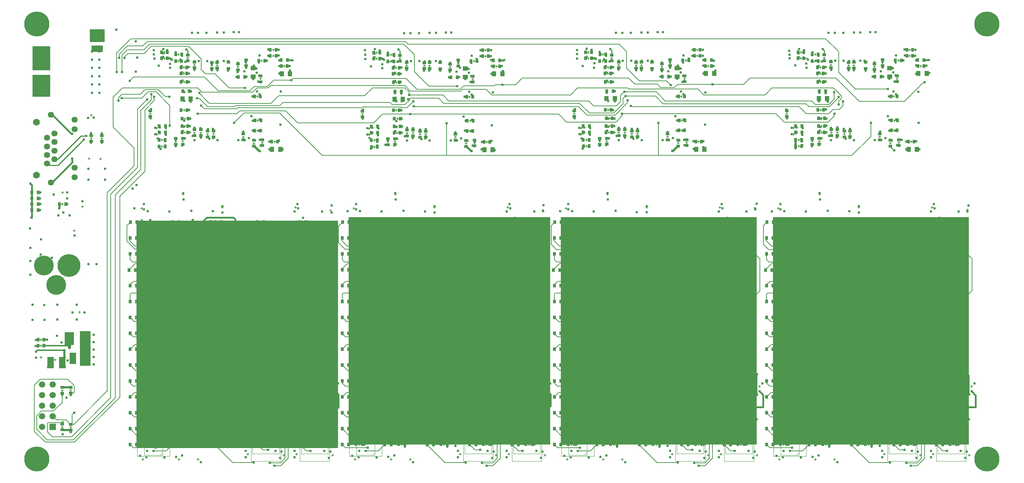
<source format=gbl>
G04*
G04 #@! TF.GenerationSoftware,Altium Limited,Altium Designer,18.1.7 (191)*
G04*
G04 Layer_Physical_Order=4*
G04 Layer_Color=16711680*
%FSLAX25Y25*%
%MOIN*%
G70*
G01*
G75*
%ADD12C,0.01500*%
%ADD13C,0.00394*%
%ADD14C,0.00500*%
%ADD16C,0.01000*%
%ADD18C,0.00197*%
%ADD19R,1.90000X2.15000*%
%ADD20R,1.85000X2.15000*%
%ADD23R,0.03500X0.03000*%
%ADD29R,0.03543X0.03000*%
%ADD32R,0.06299X0.11000*%
%ADD33R,0.03000X0.03500*%
%ADD34R,0.03000X0.03543*%
%ADD36R,0.02756X0.03150*%
%ADD40R,0.03937X0.04921*%
%ADD77C,0.00700*%
%ADD78C,0.02000*%
%ADD80C,0.01200*%
%ADD107C,0.05906*%
%ADD108R,0.05906X0.05906*%
%ADD109C,0.23622*%
%ADD110C,0.05756*%
%ADD111C,0.06496*%
%ADD112C,0.18661*%
%ADD113C,0.21496*%
%ADD114C,0.02400*%
%ADD127C,0.03000*%
%ADD128R,0.11000X0.06299*%
%ADD129R,0.09000X0.12000*%
%ADD130R,0.04921X0.03937*%
%ADD131R,0.14000X0.12000*%
%ADD132R,0.17000X0.23000*%
%ADD133R,0.17000X0.21000*%
%ADD134R,0.10040X0.32523*%
D12*
X897200Y61200D02*
Y72292D01*
X886580Y61200D02*
X897200D01*
X883063Y64717D02*
X886580Y61200D01*
X893406Y76086D02*
X897200Y72292D01*
X696600Y61300D02*
Y72892D01*
X686480Y61300D02*
X696600D01*
X683063Y64717D02*
X686480Y61300D01*
X693406Y76086D02*
X696600Y72892D01*
X496270Y62060D02*
Y73222D01*
X485720Y62060D02*
X496270D01*
X483063Y64717D02*
X485720Y62060D01*
X493406Y76086D02*
X496270Y73222D01*
X293406Y76086D02*
X296420Y73072D01*
Y60750D02*
Y73072D01*
X287030Y60750D02*
X296420D01*
X283063Y64717D02*
X287030Y60750D01*
X837860Y55655D02*
X839151D01*
X839213Y55717D01*
X837860Y55655D02*
X839151D01*
X841063Y57567D01*
X637880Y55616D02*
Y55786D01*
Y55616D02*
X638496Y55000D01*
X637880Y55616D02*
Y55786D01*
Y55616D02*
X638496Y55000D01*
X641063Y57567D01*
X638496Y55000D02*
X639213Y55717D01*
X437535Y55850D02*
X439079D01*
X439213Y55717D01*
X437535Y55850D02*
X439346D01*
X441063Y57567D01*
X237624Y55662D02*
X239159D01*
X239213Y55717D01*
X237624Y55662D02*
X239159D01*
X241063Y57567D01*
X373000Y236000D02*
X377000Y240000D01*
X281673Y223177D02*
X288596D01*
X280038Y221541D02*
X281673Y223177D01*
X279841Y221541D02*
X280038D01*
X279213Y220913D02*
X279841Y221541D01*
X887757Y222000D02*
X888000D01*
X886473Y220717D02*
X887757Y222000D01*
X879213Y220717D02*
X886473D01*
X687943Y223057D02*
X688000Y223000D01*
X679213Y220717D02*
Y220913D01*
X679841Y221541D01*
X680038D01*
X681553Y223057D01*
X687943D01*
X879213Y175716D02*
Y190717D01*
X874028Y151690D02*
Y151819D01*
X879213Y157004D01*
Y160716D01*
X279213Y175716D02*
Y190717D01*
X397752Y240000D02*
X399213Y238539D01*
X377000Y240000D02*
X397752D01*
X279213Y220717D02*
Y220913D01*
X675000Y152000D02*
X679213Y156213D01*
Y160716D01*
Y175716D02*
Y190717D01*
X475663Y152196D02*
Y152493D01*
X479213Y156043D01*
Y175716D02*
Y190717D01*
Y156043D02*
Y160716D01*
X485465Y220717D02*
X487319Y222570D01*
X479213Y220717D02*
X485465D01*
X277000Y152000D02*
X279213Y154213D01*
Y160716D01*
X768805Y236202D02*
X772603Y240000D01*
X799213Y235717D02*
Y235913D01*
X795126Y240000D02*
X799213Y235913D01*
X772603Y240000D02*
X795126D01*
X569000Y236000D02*
X573000Y240000D01*
X599213Y235717D02*
Y235913D01*
X595126Y240000D02*
X599213Y235913D01*
X573000Y240000D02*
X595126D01*
X148660Y96993D02*
X159351D01*
X148519Y96851D02*
X148660Y96993D01*
X159351D02*
X159527Y96816D01*
X172317Y240317D02*
X197435D01*
X168000Y236000D02*
X172317Y240317D01*
X759213Y97069D02*
X799213D01*
X799213Y97069D02*
Y100716D01*
X799213Y97069D02*
X799213Y97069D01*
Y85716D02*
Y100716D01*
X559527Y96816D02*
X599213D01*
Y100716D01*
Y85716D02*
Y100716D01*
X548865Y92397D02*
X552532D01*
X559213Y85716D01*
X547414Y96640D02*
X547767Y96993D01*
X557394D01*
X557570Y96816D02*
X559527D01*
X557394Y96993D02*
X557570Y96816D01*
X559527D02*
Y100402D01*
X559213Y100716D02*
X559527Y100402D01*
X554063Y120866D02*
X559213Y115717D01*
X549606Y120866D02*
X554063D01*
X547638Y137402D02*
X547765Y137529D01*
X552400D01*
X559213Y130717D01*
X545669Y141339D02*
X554835D01*
X559213Y145717D01*
X551819Y168110D02*
X559213Y160716D01*
X549213Y168110D02*
X551819D01*
X879213Y55717D02*
Y70717D01*
X754181Y165748D02*
X759213Y160716D01*
X749213Y165748D02*
X754181D01*
X748032Y141339D02*
X754835D01*
X759213Y145717D01*
X748819Y137008D02*
X752921D01*
X759213Y130717D01*
X749022Y120387D02*
X754542D01*
X759213Y115717D01*
X748869Y97069D02*
X759213D01*
X748705Y96905D02*
X748869Y97069D01*
X759213D02*
Y100716D01*
X748865Y92397D02*
X752532D01*
X759213Y85716D01*
X679213Y55717D02*
Y70717D01*
X357562Y96616D02*
X359213D01*
X399213D01*
Y100716D01*
Y85716D02*
Y100716D01*
X479213Y55717D02*
Y70717D01*
X359213Y96616D02*
Y100716D01*
X359213Y96616D02*
X359213Y96616D01*
X357562Y96616D02*
Y96616D01*
X352532Y92397D02*
X359213Y85716D01*
X348865Y92397D02*
X352532D01*
X159527Y96816D02*
X199213D01*
Y100716D01*
Y85716D02*
Y100716D01*
X345638Y96594D02*
X357562D01*
X345555Y96511D02*
X345638Y96594D01*
X359213Y160716D02*
Y163622D01*
X349213Y166929D02*
X355906D01*
X359213Y163622D01*
X348492Y141232D02*
X348780Y140945D01*
X355512D01*
X359213Y144646D01*
Y145717D01*
Y130717D02*
Y130913D01*
X358585Y131541D02*
X359213Y130913D01*
X358388Y131541D02*
X358585D01*
X352921Y137008D02*
X358388Y131541D01*
X348819Y137008D02*
X348917Y137106D01*
X349594D02*
X349692Y137008D01*
X348917Y137106D02*
X349594D01*
X349692Y137008D02*
X352921D01*
X354249Y120680D02*
X359213Y115717D01*
X349078Y120680D02*
X354249D01*
X279213Y55717D02*
Y70717D01*
X148865Y92397D02*
X152532D01*
X159213Y85716D01*
Y97130D02*
Y100716D01*
X154850Y120079D02*
X159213Y115717D01*
X149179Y120112D02*
Y120171D01*
Y120112D02*
X149213Y120079D01*
X154850D01*
X148740Y137634D02*
X152295D01*
X159213Y130717D01*
X149627Y166489D02*
X153440D01*
X159213Y160716D01*
X148819Y141732D02*
X155229D01*
X159213Y145717D01*
X793013Y64517D02*
X799213Y70717D01*
X789763Y64517D02*
X793013D01*
X759213Y70717D02*
X761138Y72642D01*
X593013Y64517D02*
X599213Y70717D01*
X589763Y64517D02*
X593013D01*
X559213Y70717D02*
X561138Y72642D01*
X393013Y64517D02*
X399213Y70717D01*
X389763Y64517D02*
X393013D01*
X359213Y70717D02*
X361138Y72642D01*
X799213Y50967D02*
Y55717D01*
X762696Y43741D02*
Y48914D01*
Y43741D02*
X764182Y42256D01*
X599213Y50967D02*
Y55717D01*
X562696Y43741D02*
Y48914D01*
Y43741D02*
X564182Y42256D01*
X399213Y50967D02*
Y55717D01*
X362696Y43741D02*
Y48914D01*
Y43741D02*
X364182Y42256D01*
X162696Y43741D02*
X164181Y42256D01*
X162696Y43741D02*
Y48914D01*
X453407Y219437D02*
X453662D01*
X452127Y220717D02*
X453407Y219437D01*
X439213Y145717D02*
Y151575D01*
Y160716D01*
Y151575D02*
X455512D01*
X588833Y223883D02*
Y224272D01*
X588829Y224276D02*
X588833Y224272D01*
X588829Y224276D02*
X589269Y224716D01*
X26490Y273338D02*
X45244Y292092D01*
X26607Y337354D02*
X44694Y319266D01*
X45247D01*
X33278Y249253D02*
Y252784D01*
X7298Y247174D02*
Y252727D01*
X45244Y292092D02*
Y295717D01*
X7304Y262167D02*
Y270906D01*
X7298Y252727D02*
Y258281D01*
Y263834D01*
Y240327D02*
Y247174D01*
X33250Y249224D02*
X33278Y249253D01*
X26490Y337354D02*
X26607D01*
X6199Y272011D02*
X7304Y270906D01*
X6199Y272011D02*
Y272206D01*
X6936Y239965D02*
X7298Y240327D01*
X854763Y151417D02*
X855063Y151716D01*
X839213Y151417D02*
X854763D01*
X879213Y145717D02*
X881903D01*
X887130Y150943D01*
X759213Y220717D02*
Y235717D01*
X799213Y205716D02*
Y207567D01*
X797063Y209717D02*
X799213Y207567D01*
X787063Y209717D02*
X797063D01*
X799063Y220717D02*
X799213D01*
X795063Y224716D02*
X799063Y220717D01*
X789269Y224716D02*
X795063D01*
X789138Y224848D02*
X789269Y224716D01*
X885400Y194032D02*
X885573Y194204D01*
X885400Y193503D02*
Y194032D01*
X879213Y190717D02*
X882614D01*
X885400Y193503D01*
X799213Y175716D02*
Y176567D01*
X795063Y180717D02*
X799213Y176567D01*
X747778Y183870D02*
X751059D01*
X759213Y175716D01*
X799213Y115717D02*
Y116567D01*
X795063Y120717D02*
X799213Y116567D01*
X839213Y68567D02*
Y70717D01*
Y68567D02*
X841063Y66716D01*
Y57567D02*
Y66716D01*
X839213Y40716D02*
X844063D01*
X879213Y33947D02*
Y40716D01*
X881092Y31716D02*
X881268Y31892D01*
X881063Y31716D02*
X881092D01*
X879213Y33947D02*
X881268Y31892D01*
X751059Y183870D02*
X756216D01*
X757063Y184716D01*
X775063D01*
X779063Y180717D01*
X795063D01*
X839213Y145717D02*
Y151417D01*
Y160716D01*
X799213Y190717D02*
Y191867D01*
Y50967D02*
X802663Y47517D01*
X795508Y171935D02*
X799213Y175639D01*
Y175716D01*
X782647Y194552D02*
X796527D01*
X799213Y191867D01*
X782632Y194538D02*
X782647Y194552D01*
X839213Y205716D02*
X853463D01*
X853663Y205917D01*
X839213Y190717D02*
Y205716D01*
Y175716D02*
X840663D01*
X853363Y188417D01*
X839213Y220717D02*
X852127D01*
X853008Y219835D01*
X839213Y235717D02*
X853932D01*
X855192Y234457D01*
X839213Y115717D02*
X849063D01*
X853063Y111716D01*
X839213Y130717D02*
X849720D01*
X853592Y126844D01*
X799213Y148839D02*
X799569Y149195D01*
X799213Y145717D02*
Y148839D01*
X799185Y145689D02*
X799213Y145717D01*
X799185Y145006D02*
Y145689D01*
X679213Y145717D02*
X681904D01*
X687130Y150943D01*
X559213Y220717D02*
Y235717D01*
X599213Y205716D02*
Y207567D01*
X597063Y209717D02*
X599213Y207567D01*
X587063Y209717D02*
X597063D01*
X599063Y220717D02*
X599213D01*
X595063Y224716D02*
X599063Y220717D01*
X589269Y224716D02*
X595063D01*
X685400Y194032D02*
X685573Y194204D01*
X685400Y193503D02*
Y194032D01*
X679213Y190717D02*
X682614D01*
X685400Y193503D01*
X599213Y175716D02*
Y176567D01*
X595063Y180717D02*
X599213Y176567D01*
X547778Y183870D02*
X551059D01*
X559213Y175716D01*
X599213Y115717D02*
Y116567D01*
X595063Y120717D02*
X599213Y116567D01*
X639213Y68567D02*
Y70717D01*
Y68567D02*
X641063Y66716D01*
Y57567D02*
Y66716D01*
X639213Y40716D02*
X644063D01*
X679213Y33947D02*
Y40716D01*
X681092Y31716D02*
X681268Y31892D01*
X681063Y31716D02*
X681092D01*
X679213Y33947D02*
X681268Y31892D01*
X551059Y183870D02*
X556216D01*
X557063Y184716D01*
X575063D01*
X579063Y180717D01*
X595063D01*
X639213Y151417D02*
X652194D01*
X653001Y150610D01*
X639213Y145717D02*
Y151417D01*
Y160716D01*
X599213Y190717D02*
Y191867D01*
Y50967D02*
X602663Y47517D01*
X595508Y171935D02*
X599213Y175639D01*
Y175716D01*
X582647Y194552D02*
X596527D01*
X599213Y191867D01*
X582632Y194538D02*
X582647Y194552D01*
X639213Y205716D02*
X653463D01*
X653663Y205917D01*
X639213Y190717D02*
Y205716D01*
Y175716D02*
X640663D01*
X653363Y188417D01*
X639213Y220717D02*
X652127D01*
X653008Y219835D01*
X639213Y235717D02*
X653933D01*
X655192Y234457D01*
X639213Y115717D02*
X649063D01*
X653063Y111716D01*
X639213Y130717D02*
X649719D01*
X653592Y126844D01*
X599213Y148839D02*
X599569Y149195D01*
X599213Y145717D02*
Y148839D01*
X599185Y145689D02*
X599213Y145717D01*
X599185Y145006D02*
Y145689D01*
X479213Y145717D02*
X481904D01*
X487130Y150943D01*
X359213Y220717D02*
Y235717D01*
X399213Y205716D02*
Y207567D01*
X397063Y209717D02*
X399213Y207567D01*
X387063Y209717D02*
X397063D01*
X399063Y220717D02*
X399213D01*
X395063Y224716D02*
X399063Y220717D01*
X389269Y224716D02*
X395063D01*
X389138Y224848D02*
X389269Y224716D01*
X485400Y194032D02*
X485573Y194204D01*
X485400Y193503D02*
Y194032D01*
X479213Y190717D02*
X482614D01*
X485400Y193503D01*
X399213Y175716D02*
Y176567D01*
X395063Y180717D02*
X399213Y176567D01*
X347778Y183870D02*
X351060D01*
X359213Y175716D01*
X399213Y115717D02*
Y116567D01*
X395063Y120717D02*
X399213Y116567D01*
X439213Y68567D02*
Y70717D01*
Y68567D02*
X441063Y66716D01*
Y57567D02*
Y66716D01*
X439213Y40716D02*
X444063D01*
X479213Y33947D02*
Y40716D01*
X481092Y31716D02*
X481268Y31892D01*
X481063Y31716D02*
X481092D01*
X479213Y33947D02*
X481268Y31892D01*
X351060Y183870D02*
X356216D01*
X357063Y184716D01*
X375063D01*
X379063Y180717D01*
X395063D01*
X399213Y190717D02*
Y191867D01*
Y50967D02*
X402663Y47517D01*
X395508Y171935D02*
X399213Y175639D01*
Y175716D01*
X382647Y194552D02*
X396528D01*
X399213Y191867D01*
X382632Y194538D02*
X382647Y194552D01*
X439213Y205716D02*
X453463D01*
X453663Y205917D01*
X439213Y190717D02*
Y205716D01*
Y175716D02*
X440663D01*
X453363Y188417D01*
X439213Y220717D02*
X452127D01*
X439213Y235717D02*
X453933D01*
X455192Y234457D01*
X399213Y235717D02*
Y238539D01*
X439213Y115717D02*
X449063D01*
X453063Y111716D01*
X439213Y130717D02*
X449719D01*
X453592Y126844D01*
X399213Y148839D02*
X399569Y149195D01*
X399213Y145717D02*
Y148839D01*
X399185Y145689D02*
X399213Y145717D01*
X399185Y145006D02*
Y145689D01*
X199185Y145006D02*
Y145689D01*
X199213Y145717D01*
Y148839D01*
X199569Y149195D01*
X249720Y130717D02*
X253592Y126844D01*
X239213Y130717D02*
X249720D01*
X249063Y115717D02*
X253063Y111716D01*
X239213Y115717D02*
X249063D01*
X197435Y240317D02*
X199213Y238539D01*
Y235717D02*
Y238539D01*
X253932Y235717D02*
X255192Y234457D01*
X239213Y235717D02*
X253932D01*
X252127Y220717D02*
X253008Y219835D01*
X239213Y220717D02*
X252127D01*
X240663Y175716D02*
X253363Y188417D01*
X239213Y175716D02*
X240663D01*
X239213Y190717D02*
Y205716D01*
X253463D02*
X253663Y205917D01*
X239213Y205716D02*
X253463D01*
X182632Y194538D02*
X182647Y194552D01*
X196528D02*
X199213Y191867D01*
X182647Y194552D02*
X196528D01*
X199213Y175639D02*
Y175716D01*
X195508Y171935D02*
X199213Y175639D01*
X189763Y64517D02*
X193013D01*
X199213Y70717D01*
Y50967D02*
X202663Y47517D01*
X199213Y50967D02*
Y55717D01*
Y190717D02*
Y191867D01*
X239213Y151417D02*
Y160716D01*
Y145717D02*
Y151417D01*
X252194D02*
X253001Y150610D01*
X239213Y151417D02*
X252194D01*
X179063Y180717D02*
X195063D01*
X175063Y184716D02*
X179063Y180717D01*
X157063Y184716D02*
X175063D01*
X156216Y183870D02*
X157063Y184716D01*
X151059Y183870D02*
X156216D01*
X279213Y33947D02*
X281268Y31892D01*
X281063Y31716D02*
X281092D01*
X281268Y31892D01*
X279213Y33947D02*
Y40716D01*
X239213D02*
X244063D01*
X241063Y57567D02*
Y66716D01*
X239213Y68567D02*
X241063Y66716D01*
X239213Y68567D02*
Y70717D01*
X195063Y120717D02*
X199213Y116567D01*
Y115717D02*
Y116567D01*
X159213Y70717D02*
X161138Y72642D01*
X151059Y183870D02*
X159213Y175716D01*
X147778Y183870D02*
X151059D01*
X195063Y180717D02*
X199213Y176567D01*
Y175716D02*
Y176567D01*
X282614Y190717D02*
X285401Y193503D01*
X279213Y190717D02*
X282614D01*
X285401Y193503D02*
Y194032D01*
X285573Y194204D01*
X189138Y224848D02*
X189269Y224716D01*
X195063D01*
X199063Y220717D01*
X199213D01*
X187063Y209717D02*
X197063D01*
X199213Y207567D01*
Y205716D02*
Y207567D01*
X159213Y220717D02*
Y235717D01*
X281904Y145717D02*
X287130Y150943D01*
X279213Y145717D02*
X281904D01*
X448530Y388516D02*
X452125D01*
X452431Y388823D01*
X452675D01*
X248420Y388776D02*
X248473Y388724D01*
X252989D01*
X253042Y388671D01*
X848520Y388877D02*
X848552Y388844D01*
X853021D01*
X853054Y388812D01*
D13*
X886858Y17055D02*
Y34378D01*
X861268Y17055D02*
X886858D01*
X861268D02*
Y34378D01*
X886858D01*
X884299D02*
X886858Y31819D01*
X686858Y17055D02*
Y34378D01*
X661268Y17055D02*
X686858D01*
X661268D02*
Y34378D01*
X686858D01*
X684299D02*
X686858Y31819D01*
X486858Y17055D02*
Y34378D01*
X461268Y17055D02*
X486858D01*
X461268D02*
Y34378D01*
X486858D01*
X484299D02*
X486858Y31819D01*
X286858Y17055D02*
Y34378D01*
X261268Y17055D02*
X286858D01*
X261268D02*
Y34378D01*
X286858D01*
X284299D02*
X286858Y31819D01*
X840858Y17055D02*
Y34378D01*
X815268Y17055D02*
X840858D01*
X815268D02*
Y34378D01*
X840858D01*
X838299D02*
X840858Y31819D01*
X640858Y17055D02*
Y34378D01*
X615268Y17055D02*
X640858D01*
X615268D02*
Y34378D01*
X640858D01*
X638299D02*
X640858Y31819D01*
X440858Y17055D02*
Y34378D01*
X415268Y17055D02*
X440858D01*
X415268D02*
Y34378D01*
X440858D01*
X438299D02*
X440858Y31819D01*
X240858Y17055D02*
Y34378D01*
X215268Y17055D02*
X240858D01*
X215268D02*
Y34378D01*
X240858D01*
X238299D02*
X240858Y31819D01*
X713402Y15921D02*
X730725D01*
X713402D02*
Y41512D01*
X730725D01*
Y15921D02*
Y41512D01*
X728165Y15921D02*
X730725Y18480D01*
X513402Y15921D02*
X530725D01*
X513402D02*
Y41512D01*
X530725D01*
Y15921D02*
Y41512D01*
X528165Y15921D02*
X530725Y18480D01*
X313402Y15921D02*
X330725D01*
X313402D02*
Y41512D01*
X330725D01*
Y15921D02*
Y41512D01*
X328166Y15921D02*
X330725Y18480D01*
X113402Y15921D02*
X130725D01*
X113402D02*
Y41512D01*
X130725D01*
Y15921D02*
Y41512D01*
X128165Y15921D02*
X130725Y18480D01*
X713402Y60921D02*
X730725D01*
X713402D02*
Y86512D01*
X730725D01*
Y60921D02*
Y86512D01*
X728165Y60921D02*
X730725Y63480D01*
X513402Y60921D02*
X530725D01*
X513402D02*
Y86512D01*
X530725D01*
Y60921D02*
Y86512D01*
X528165Y60921D02*
X530725Y63480D01*
X313402Y60921D02*
X330725D01*
X313402D02*
Y86512D01*
X330725D01*
Y60921D02*
Y86512D01*
X328166Y60921D02*
X330725Y63480D01*
X113402Y60921D02*
X130725D01*
X113402D02*
Y86512D01*
X130725D01*
Y60921D02*
Y86512D01*
X128165Y60921D02*
X130725Y63480D01*
X884858Y115055D02*
Y132378D01*
X859268Y115055D02*
X884858D01*
X859268D02*
Y132378D01*
X884858D01*
X882299D02*
X884858Y129819D01*
X684858Y115055D02*
Y132378D01*
X659268Y115055D02*
X684858D01*
X659268D02*
Y132378D01*
X684858D01*
X682299D02*
X684858Y129819D01*
X484858Y115055D02*
Y132378D01*
X459268Y115055D02*
X484858D01*
X459268D02*
Y132378D01*
X484858D01*
X482299D02*
X484858Y129819D01*
X284858Y115055D02*
Y132378D01*
X259268Y115055D02*
X284858D01*
X259268D02*
Y132378D01*
X284858D01*
X282299D02*
X284858Y129819D01*
X713402Y105921D02*
X730725D01*
X713402D02*
Y131512D01*
X730725D01*
Y105921D02*
Y131512D01*
X728165Y105921D02*
X730725Y108480D01*
X513402Y105921D02*
X530725D01*
X513402D02*
Y131512D01*
X530725D01*
Y105921D02*
Y131512D01*
X528165Y105921D02*
X530725Y108480D01*
X313402Y105921D02*
X330725D01*
X313402D02*
Y131512D01*
X330725D01*
Y105921D02*
Y131512D01*
X328166Y105921D02*
X330725Y108480D01*
X113402Y105921D02*
X130725D01*
X113402D02*
Y131512D01*
X130725D01*
Y105921D02*
Y131512D01*
X128165Y105921D02*
X130725Y108480D01*
X713402Y151921D02*
X730725D01*
X713402D02*
Y177512D01*
X730725D01*
Y151921D02*
Y177512D01*
X728165Y151921D02*
X730725Y154480D01*
X513402Y151921D02*
X530725D01*
X513402D02*
Y177512D01*
X530725D01*
Y151921D02*
Y177512D01*
X528165Y151921D02*
X530725Y154480D01*
X313402Y151921D02*
X330725D01*
X313402D02*
Y177512D01*
X330725D01*
Y151921D02*
Y177512D01*
X328166Y151921D02*
X330725Y154480D01*
X113402Y151921D02*
X130725D01*
X113402D02*
Y177512D01*
X130725D01*
Y151921D02*
Y177512D01*
X128165Y151921D02*
X130725Y154480D01*
X884858Y198055D02*
Y215378D01*
X859268Y198055D02*
X884858D01*
X859268D02*
Y215378D01*
X884858D01*
X882299D02*
X884858Y212819D01*
X684858Y198055D02*
Y215378D01*
X659268Y198055D02*
X684858D01*
X659268D02*
Y215378D01*
X684858D01*
X682299D02*
X684858Y212819D01*
X484858Y198055D02*
Y215378D01*
X459268Y198055D02*
X484858D01*
X459268D02*
Y215378D01*
X484858D01*
X482299D02*
X484858Y212819D01*
X284858Y198055D02*
Y215378D01*
X259268Y198055D02*
X284858D01*
X259268D02*
Y215378D01*
X284858D01*
X282299D02*
X284858Y212819D01*
X781918Y198389D02*
Y215712D01*
X756327Y198389D02*
X781918D01*
X756327D02*
Y215712D01*
X781918D01*
X779359D02*
X781918Y213153D01*
X581918Y198389D02*
Y215712D01*
X556327Y198389D02*
X581918D01*
X556327D02*
Y215712D01*
X581918D01*
X579359D02*
X581918Y213153D01*
X381918Y198389D02*
Y215712D01*
X356328Y198389D02*
X381918D01*
X356328D02*
Y215712D01*
X381918D01*
X379359D02*
X381918Y213153D01*
X181918Y198389D02*
Y215712D01*
X156327Y198389D02*
X181918D01*
X156327D02*
Y215712D01*
X181918D01*
X179359D02*
X181918Y213153D01*
X740864Y197087D02*
Y214409D01*
X715273Y197087D02*
X740864D01*
X715273D02*
Y214409D01*
X740864D01*
X738305D02*
X740864Y211850D01*
X540864Y197087D02*
Y214409D01*
X515273Y197087D02*
X540864D01*
X515273D02*
Y214409D01*
X540864D01*
X538305D02*
X540864Y211850D01*
X340864Y197087D02*
Y214409D01*
X315273Y197087D02*
X340864D01*
X315273D02*
Y214409D01*
X340864D01*
X338305D02*
X340864Y211850D01*
X140864Y197087D02*
Y214409D01*
X115273Y197087D02*
X140864D01*
X115273D02*
Y214409D01*
X140864D01*
X138305D02*
X140864Y211850D01*
D14*
X35167Y42471D02*
X37167D01*
X36167Y41471D02*
Y43471D01*
X35177Y77003D02*
X37177D01*
X36177Y76003D02*
Y78003D01*
X43137Y42227D02*
X45137D01*
X44137Y41227D02*
Y43227D01*
X43037Y77217D02*
X45037D01*
X44037Y76217D02*
Y78217D01*
X16032Y123803D02*
Y125803D01*
X15032Y124803D02*
X17032D01*
X16002Y118213D02*
Y120213D01*
X15002Y119213D02*
X17002D01*
X72484Y314866D02*
X74484D01*
X73484Y313866D02*
Y315866D01*
X62244Y314866D02*
X64244D01*
X63244Y313866D02*
Y315866D01*
X38282Y107039D02*
Y109039D01*
X37282Y108039D02*
X39282D01*
X15002Y108165D02*
X17002D01*
X16002Y107165D02*
Y109165D01*
X71070Y295647D02*
X73070D01*
X72070Y294647D02*
Y296646D01*
X52468Y149706D02*
Y151707D01*
X51468Y150707D02*
X53468D01*
X35016Y252918D02*
X37016D01*
X36016Y251918D02*
Y253918D01*
X62474Y336706D02*
X64474D01*
X63474Y335706D02*
Y337706D01*
X60364Y295827D02*
X62364D01*
X61364Y294827D02*
Y296827D01*
X54234Y250657D02*
X56234D01*
X55234Y249657D02*
Y251657D01*
X46424Y227826D02*
X48424D01*
X47424Y226827D02*
Y228826D01*
X35278Y263834D02*
X37278D01*
X36278Y262834D02*
Y264834D01*
X28322Y105783D02*
X30322D01*
X29322Y104783D02*
Y106783D01*
X456227Y16716D02*
X458227D01*
X457227Y15717D02*
Y17717D01*
X456227Y49716D02*
X458227D01*
X457227Y48717D02*
Y50717D01*
X456063Y68717D02*
X458063D01*
X457063Y67716D02*
Y69717D01*
X490063Y15717D02*
X492063D01*
X491063Y14717D02*
Y16716D01*
X490063Y49716D02*
X492063D01*
X491063Y48717D02*
Y50717D01*
X492508Y80717D02*
X494508D01*
X493507Y79716D02*
Y81717D01*
X476063Y24716D02*
Y26717D01*
X475063Y25717D02*
X477063D01*
X476063Y39717D02*
Y41717D01*
X475063Y40716D02*
X477063D01*
X476063Y54716D02*
Y56717D01*
X475063Y55717D02*
X477063D01*
X876063Y54716D02*
Y56717D01*
X875063Y55717D02*
X877063D01*
X876063Y39717D02*
Y41717D01*
X875063Y40716D02*
X877063D01*
X876063Y24716D02*
Y26717D01*
X875063Y25717D02*
X877063D01*
X676063Y54716D02*
Y56717D01*
X675063Y55717D02*
X677063D01*
X676063Y39717D02*
Y41717D01*
X675063Y40716D02*
X677063D01*
X676063Y24716D02*
Y26717D01*
X675063Y25717D02*
X677063D01*
X876063Y69717D02*
Y71716D01*
X875063Y70717D02*
X877063D01*
X876063Y84716D02*
Y86717D01*
X875063Y85716D02*
X877063D01*
X836063Y24716D02*
Y26717D01*
X835063Y25717D02*
X837063D01*
X836063Y39717D02*
Y41717D01*
X835063Y40716D02*
X837063D01*
X836063Y54716D02*
Y56717D01*
X835063Y55717D02*
X837063D01*
X836063Y69717D02*
Y71716D01*
X835063Y70717D02*
X837063D01*
X836063Y84716D02*
Y86717D01*
X835063Y85716D02*
X837063D01*
X796063Y24716D02*
Y26717D01*
X795063Y25717D02*
X797063D01*
X676063Y69717D02*
Y71716D01*
X675063Y70717D02*
X677063D01*
X676063Y84716D02*
Y86717D01*
X675063Y85716D02*
X677063D01*
X636063Y24716D02*
Y26717D01*
X635063Y25717D02*
X637063D01*
X636063Y39717D02*
Y41717D01*
X635063Y40716D02*
X637063D01*
X636063Y54716D02*
Y56717D01*
X635063Y55717D02*
X637063D01*
X636063Y69717D02*
Y71716D01*
X635063Y70717D02*
X637063D01*
X636063Y84716D02*
Y86717D01*
X635063Y85716D02*
X637063D01*
X596063Y24716D02*
Y26717D01*
X595063Y25717D02*
X597063D01*
X476063Y69717D02*
Y71716D01*
X475063Y70717D02*
X477063D01*
X476063Y84716D02*
Y86717D01*
X475063Y85716D02*
X477063D01*
X436063Y24716D02*
Y26717D01*
X435063Y25717D02*
X437063D01*
X436063Y39717D02*
Y41717D01*
X435063Y40716D02*
X437063D01*
X436063Y54716D02*
Y56717D01*
X435063Y55717D02*
X437063D01*
X436063Y69717D02*
Y71716D01*
X435063Y70717D02*
X437063D01*
X436063Y84716D02*
Y86717D01*
X435063Y85716D02*
X437063D01*
X396063Y24716D02*
Y26717D01*
X395063Y25717D02*
X397063D01*
X756063Y24716D02*
Y26717D01*
X755063Y25717D02*
X757063D01*
X716063Y24716D02*
Y26717D01*
X715063Y25717D02*
X717063D01*
X796063Y39717D02*
Y41717D01*
X795063Y40716D02*
X797063D01*
X756063Y39717D02*
Y41717D01*
X755063Y40716D02*
X757063D01*
X716063Y39717D02*
Y41717D01*
X715063Y40716D02*
X717063D01*
X796063Y54716D02*
Y56717D01*
X795063Y55717D02*
X797063D01*
X756063Y54716D02*
Y56717D01*
X755063Y55717D02*
X757063D01*
X716063Y54716D02*
Y56717D01*
X715063Y55717D02*
X717063D01*
X556063Y24716D02*
Y26717D01*
X555063Y25717D02*
X557063D01*
X516063Y24716D02*
Y26717D01*
X515063Y25717D02*
X517063D01*
X596063Y39717D02*
Y41717D01*
X595063Y40716D02*
X597063D01*
X556063Y39717D02*
Y41717D01*
X555063Y40716D02*
X557063D01*
X516063Y39717D02*
Y41717D01*
X515063Y40716D02*
X517063D01*
X596063Y54716D02*
Y56717D01*
X595063Y55717D02*
X597063D01*
X556063Y54716D02*
Y56717D01*
X555063Y55717D02*
X557063D01*
X516063Y54716D02*
Y56717D01*
X515063Y55717D02*
X517063D01*
X356063Y24716D02*
Y26717D01*
X355063Y25717D02*
X357063D01*
X316063Y24716D02*
Y26717D01*
X315063Y25717D02*
X317063D01*
X396063Y39717D02*
Y41717D01*
X395063Y40716D02*
X397063D01*
X356063Y39717D02*
Y41717D01*
X355063Y40716D02*
X357063D01*
X316063Y39717D02*
Y41717D01*
X315063Y40716D02*
X317063D01*
X396063Y54716D02*
Y56717D01*
X395063Y55717D02*
X397063D01*
X356063Y54716D02*
Y56717D01*
X355063Y55717D02*
X357063D01*
X316063Y54716D02*
Y56717D01*
X315063Y55717D02*
X317063D01*
X796063Y69717D02*
Y71716D01*
X795063Y70717D02*
X797063D01*
X756063Y69717D02*
Y71716D01*
X755063Y70717D02*
X757063D01*
X716063Y69717D02*
Y71716D01*
X715063Y70717D02*
X717063D01*
X796063Y84716D02*
Y86717D01*
X795063Y85716D02*
X797063D01*
X756063Y84716D02*
Y86717D01*
X755063Y85716D02*
X757063D01*
X716063Y84716D02*
Y86717D01*
X715063Y85716D02*
X717063D01*
X756063Y99717D02*
Y101716D01*
X755063Y100716D02*
X757063D01*
X716063Y99717D02*
Y101716D01*
X715063Y100716D02*
X717063D01*
X596063Y69717D02*
Y71716D01*
X595063Y70717D02*
X597063D01*
X556063Y69717D02*
Y71716D01*
X555063Y70717D02*
X557063D01*
X516063Y69717D02*
Y71716D01*
X515063Y70717D02*
X517063D01*
X596063Y84716D02*
Y86717D01*
X595063Y85716D02*
X597063D01*
X556063Y84716D02*
Y86717D01*
X555063Y85716D02*
X557063D01*
X516063Y84716D02*
Y86717D01*
X515063Y85716D02*
X517063D01*
X556063Y99717D02*
Y101716D01*
X555063Y100716D02*
X557063D01*
X516063Y99717D02*
Y101716D01*
X515063Y100716D02*
X517063D01*
X396063Y69717D02*
Y71716D01*
X395063Y70717D02*
X397063D01*
X356063Y69717D02*
Y71716D01*
X355063Y70717D02*
X357063D01*
X316063Y69717D02*
Y71716D01*
X315063Y70717D02*
X317063D01*
X396063Y84716D02*
Y86717D01*
X395063Y85716D02*
X397063D01*
X356063Y84716D02*
Y86717D01*
X355063Y85716D02*
X357063D01*
X316063Y84716D02*
Y86717D01*
X315063Y85716D02*
X317063D01*
X356063Y99717D02*
Y101716D01*
X355063Y100716D02*
X357063D01*
X316063Y99717D02*
Y101716D01*
X315063Y100716D02*
X317063D01*
X876063Y99717D02*
Y101716D01*
X875063Y100716D02*
X877063D01*
X876063Y114716D02*
Y116717D01*
X875063Y115717D02*
X877063D01*
X876063Y129717D02*
Y131717D01*
X875063Y130717D02*
X877063D01*
X876063Y144717D02*
Y146716D01*
X875063Y145717D02*
X877063D01*
X836063Y99717D02*
Y101716D01*
X835063Y100716D02*
X837063D01*
X836063Y114716D02*
Y116717D01*
X835063Y115717D02*
X837063D01*
X836063Y144717D02*
Y146716D01*
X835063Y145717D02*
X837063D01*
X836063Y129717D02*
Y131717D01*
X835063Y130717D02*
X837063D01*
X676063Y99717D02*
Y101716D01*
X675063Y100716D02*
X677063D01*
X676063Y114716D02*
Y116717D01*
X675063Y115717D02*
X677063D01*
X676063Y129717D02*
Y131717D01*
X675063Y130717D02*
X677063D01*
X676063Y144717D02*
Y146716D01*
X675063Y145717D02*
X677063D01*
X636063Y99717D02*
Y101716D01*
X635063Y100716D02*
X637063D01*
X636063Y114716D02*
Y116717D01*
X635063Y115717D02*
X637063D01*
X636063Y144717D02*
Y146716D01*
X635063Y145717D02*
X637063D01*
X636063Y129717D02*
Y131717D01*
X635063Y130717D02*
X637063D01*
X476063Y99717D02*
Y101716D01*
X475063Y100716D02*
X477063D01*
X476063Y114716D02*
Y116717D01*
X475063Y115717D02*
X477063D01*
X476063Y129717D02*
Y131717D01*
X475063Y130717D02*
X477063D01*
X476063Y144717D02*
Y146716D01*
X475063Y145717D02*
X477063D01*
X436063Y99717D02*
Y101716D01*
X435063Y100716D02*
X437063D01*
X436063Y114716D02*
Y116717D01*
X435063Y115717D02*
X437063D01*
X436063Y144717D02*
Y146716D01*
X435063Y145717D02*
X437063D01*
X436063Y129717D02*
Y131717D01*
X435063Y130717D02*
X437063D01*
X796063Y99717D02*
Y101716D01*
X795063Y100716D02*
X797063D01*
X796063Y114716D02*
Y116717D01*
X795063Y115717D02*
X797063D01*
X756063Y114716D02*
Y116717D01*
X755063Y115717D02*
X757063D01*
X716063Y114716D02*
Y116717D01*
X715063Y115717D02*
X717063D01*
X796063Y129717D02*
Y131717D01*
X795063Y130717D02*
X797063D01*
X756063Y129717D02*
Y131717D01*
X755063Y130717D02*
X757063D01*
X716063Y129717D02*
Y131717D01*
X715063Y130717D02*
X717063D01*
X716063Y144717D02*
Y146716D01*
X715063Y145717D02*
X717063D01*
X596063Y99717D02*
Y101716D01*
X595063Y100716D02*
X597063D01*
X596063Y114716D02*
Y116717D01*
X595063Y115717D02*
X597063D01*
X556063Y114716D02*
Y116717D01*
X555063Y115717D02*
X557063D01*
X516063Y114716D02*
Y116717D01*
X515063Y115717D02*
X517063D01*
X596063Y129717D02*
Y131717D01*
X595063Y130717D02*
X597063D01*
X556063Y129717D02*
Y131717D01*
X555063Y130717D02*
X557063D01*
X516063Y129717D02*
Y131717D01*
X515063Y130717D02*
X517063D01*
X516063Y144717D02*
Y146716D01*
X515063Y145717D02*
X517063D01*
X396063Y99717D02*
Y101716D01*
X395063Y100716D02*
X397063D01*
X396063Y114716D02*
Y116717D01*
X395063Y115717D02*
X397063D01*
X356063Y114716D02*
Y116717D01*
X355063Y115717D02*
X357063D01*
X316063Y114716D02*
Y116717D01*
X315063Y115717D02*
X317063D01*
X396063Y129717D02*
Y131717D01*
X395063Y130717D02*
X397063D01*
X356063Y129717D02*
Y131717D01*
X355063Y130717D02*
X357063D01*
X316063Y129717D02*
Y131717D01*
X315063Y130717D02*
X317063D01*
X316063Y144717D02*
Y146716D01*
X315063Y145717D02*
X317063D01*
X756063Y144717D02*
Y146716D01*
X755063Y145717D02*
X757063D01*
X796063Y144717D02*
Y146716D01*
X795063Y145717D02*
X797063D01*
X796063Y159716D02*
Y161716D01*
X795063Y160716D02*
X797063D01*
X756063Y159716D02*
Y161716D01*
X755063Y160716D02*
X757063D01*
X716063Y159716D02*
Y161716D01*
X715063Y160716D02*
X717063D01*
X796063Y174716D02*
Y176716D01*
X795063Y175716D02*
X797063D01*
X756063Y174716D02*
Y176716D01*
X755063Y175716D02*
X757063D01*
X716063Y174716D02*
Y176716D01*
X715063Y175716D02*
X717063D01*
X556063Y144717D02*
Y146716D01*
X555063Y145717D02*
X557063D01*
X596063Y144717D02*
Y146716D01*
X595063Y145717D02*
X597063D01*
X596063Y159716D02*
Y161716D01*
X595063Y160716D02*
X597063D01*
X556063Y159716D02*
Y161716D01*
X555063Y160716D02*
X557063D01*
X516063Y159716D02*
Y161716D01*
X515063Y160716D02*
X517063D01*
X596063Y174716D02*
Y176716D01*
X595063Y175716D02*
X597063D01*
X556063Y174716D02*
Y176716D01*
X555063Y175716D02*
X557063D01*
X516063Y174716D02*
Y176716D01*
X515063Y175716D02*
X517063D01*
X356063Y144717D02*
Y146716D01*
X355063Y145717D02*
X357063D01*
X396063Y144717D02*
Y146716D01*
X395063Y145717D02*
X397063D01*
X396063Y159716D02*
Y161716D01*
X395063Y160716D02*
X397063D01*
X356063Y159716D02*
Y161716D01*
X355063Y160716D02*
X357063D01*
X316063Y159716D02*
Y161716D01*
X315063Y160716D02*
X317063D01*
X396063Y174716D02*
Y176716D01*
X395063Y175716D02*
X397063D01*
X356063Y174716D02*
Y176716D01*
X355063Y175716D02*
X357063D01*
X316063Y174716D02*
Y176716D01*
X315063Y175716D02*
X317063D01*
X876063Y174716D02*
Y176716D01*
X875063Y175716D02*
X877063D01*
X876063Y159716D02*
Y161716D01*
X875063Y160716D02*
X877063D01*
X876063Y189716D02*
Y191717D01*
X875063Y190717D02*
X877063D01*
X876063Y204716D02*
Y206716D01*
X875063Y205716D02*
X877063D01*
X876063Y219717D02*
Y221716D01*
X875063Y220717D02*
X877063D01*
X876063Y234717D02*
Y236717D01*
X875063Y235717D02*
X877063D01*
X836063Y159716D02*
Y161716D01*
X835063Y160716D02*
X837063D01*
X836063Y174716D02*
Y176716D01*
X835063Y175716D02*
X837063D01*
X676063Y174716D02*
Y176716D01*
X675063Y175716D02*
X677063D01*
X676063Y159716D02*
Y161716D01*
X675063Y160716D02*
X677063D01*
X676063Y189716D02*
Y191717D01*
X675063Y190717D02*
X677063D01*
X676063Y204716D02*
Y206716D01*
X675063Y205716D02*
X677063D01*
X676063Y219717D02*
Y221716D01*
X675063Y220717D02*
X677063D01*
X676063Y234717D02*
Y236717D01*
X675063Y235717D02*
X677063D01*
X636063Y159716D02*
Y161716D01*
X635063Y160716D02*
X637063D01*
X636063Y174716D02*
Y176716D01*
X635063Y175716D02*
X637063D01*
X476063Y174716D02*
Y176716D01*
X475063Y175716D02*
X477063D01*
X476063Y159716D02*
Y161716D01*
X475063Y160716D02*
X477063D01*
X476063Y189716D02*
Y191717D01*
X475063Y190717D02*
X477063D01*
X476063Y204716D02*
Y206716D01*
X475063Y205716D02*
X477063D01*
X476063Y219717D02*
Y221716D01*
X475063Y220717D02*
X477063D01*
X476063Y234717D02*
Y236717D01*
X475063Y235717D02*
X477063D01*
X436063Y159716D02*
Y161716D01*
X435063Y160716D02*
X437063D01*
X436063Y174716D02*
Y176716D01*
X435063Y175716D02*
X437063D01*
X786063Y249716D02*
X788063D01*
X787063Y248716D02*
Y250716D01*
X751287Y198050D02*
X753287D01*
X752287Y197050D02*
Y199050D01*
X749123Y262050D02*
X751123D01*
X750123Y261050D02*
Y263050D01*
X785123Y197050D02*
X787123D01*
X786123Y196050D02*
Y198050D01*
X751287Y231125D02*
X753287D01*
X752287Y230125D02*
Y232125D01*
X785123Y231050D02*
X787123D01*
X786123Y230050D02*
Y232050D01*
X585123Y197050D02*
X587123D01*
X586123Y196050D02*
Y198050D01*
X585123Y231050D02*
X587123D01*
X586123Y230050D02*
Y232050D01*
X586063Y249716D02*
X588063D01*
X587063Y248716D02*
Y250716D01*
X551287Y198050D02*
X553287D01*
X552287Y197050D02*
Y199050D01*
X551287Y231125D02*
X553287D01*
X552287Y230125D02*
Y232125D01*
X549123Y262050D02*
X551123D01*
X550123Y261050D02*
Y263050D01*
X796063Y189716D02*
Y191717D01*
X795063Y190717D02*
X797063D01*
X836063Y189716D02*
Y191717D01*
X835063Y190717D02*
X837063D01*
X836063Y204716D02*
Y206716D01*
X835063Y205716D02*
X837063D01*
X796063Y204716D02*
Y206716D01*
X795063Y205716D02*
X797063D01*
X836063Y219717D02*
Y221716D01*
X835063Y220717D02*
X837063D01*
X796063Y219717D02*
Y221716D01*
X795063Y220717D02*
X797063D01*
X836063Y234717D02*
Y236717D01*
X835063Y235717D02*
X837063D01*
X796063Y234717D02*
Y236717D01*
X795063Y235717D02*
X797063D01*
X596063Y189716D02*
Y191717D01*
X595063Y190717D02*
X597063D01*
X636063Y189716D02*
Y191717D01*
X635063Y190717D02*
X637063D01*
X636063Y204716D02*
Y206716D01*
X635063Y205716D02*
X637063D01*
X596063Y204716D02*
Y206716D01*
X595063Y205716D02*
X597063D01*
X636063Y219717D02*
Y221716D01*
X635063Y220717D02*
X637063D01*
X596063Y219717D02*
Y221716D01*
X595063Y220717D02*
X597063D01*
X636063Y234717D02*
Y236717D01*
X635063Y235717D02*
X637063D01*
X596063Y234717D02*
Y236717D01*
X595063Y235717D02*
X597063D01*
X396063Y189716D02*
Y191717D01*
X395063Y190717D02*
X397063D01*
X436063Y189716D02*
Y191717D01*
X435063Y190717D02*
X437063D01*
X436063Y204716D02*
Y206716D01*
X435063Y205716D02*
X437063D01*
X396063Y204716D02*
Y206716D01*
X395063Y205716D02*
X397063D01*
X436063Y219717D02*
Y221716D01*
X435063Y220717D02*
X437063D01*
X396063Y219717D02*
Y221716D01*
X395063Y220717D02*
X397063D01*
X436063Y234717D02*
Y236717D01*
X435063Y235717D02*
X437063D01*
X396063Y234717D02*
Y236717D01*
X395063Y235717D02*
X397063D01*
X510227Y197716D02*
X512227D01*
X511227Y196716D02*
Y198716D01*
X510063Y224716D02*
X512063D01*
X511063Y223716D02*
Y225716D01*
X510063Y237717D02*
X512063D01*
X511063Y236717D02*
Y238717D01*
X510063Y248716D02*
X512063D01*
X511063Y247716D02*
Y249716D01*
X543456Y197740D02*
X545456D01*
X544456Y196740D02*
Y198740D01*
X544063Y230716D02*
X546063D01*
X545063Y229716D02*
Y231716D01*
X316063Y189716D02*
Y191717D01*
X315063Y190717D02*
X317063D01*
X316063Y204716D02*
Y206716D01*
X315063Y205716D02*
X317063D01*
X316063Y219717D02*
Y221717D01*
X315063Y220717D02*
X317063D01*
X316063Y234717D02*
Y236717D01*
X315063Y235717D02*
X317063D01*
X356063Y189716D02*
Y191717D01*
X355063Y190717D02*
X357063D01*
X356063Y204716D02*
Y206716D01*
X355063Y205716D02*
X357063D01*
X356063Y219717D02*
Y221717D01*
X355063Y220717D02*
X357063D01*
X356063Y234717D02*
Y236717D01*
X355063Y235717D02*
X357063D01*
X344063Y230716D02*
X346063D01*
X345063Y229716D02*
Y231716D01*
X343456Y197740D02*
X345456D01*
X344456Y196740D02*
Y198740D01*
X310227Y197716D02*
X312227D01*
X311227Y196716D02*
Y198716D01*
X310063Y237717D02*
X312063D01*
X311063Y236717D02*
Y238717D01*
X310063Y248716D02*
X312063D01*
X311063Y247716D02*
Y249716D01*
X310063Y224716D02*
X312063D01*
X311063Y223716D02*
Y225716D01*
X756063Y189716D02*
Y191717D01*
X755063Y190717D02*
X757063D01*
X756063Y204716D02*
Y206716D01*
X755063Y205716D02*
X757063D01*
X756063Y219717D02*
Y221716D01*
X755063Y220717D02*
X757063D01*
X756063Y234717D02*
Y236717D01*
X755063Y235717D02*
X757063D01*
X716063Y189716D02*
Y191717D01*
X715063Y190717D02*
X717063D01*
X716063Y204716D02*
Y206716D01*
X715063Y205716D02*
X717063D01*
X716063Y219717D02*
Y221716D01*
X715063Y220717D02*
X717063D01*
X716063Y234717D02*
Y236717D01*
X715063Y235717D02*
X717063D01*
X556063Y189716D02*
Y191717D01*
X555063Y190717D02*
X557063D01*
X556063Y204716D02*
Y206716D01*
X555063Y205716D02*
X557063D01*
X556063Y219717D02*
Y221716D01*
X555063Y220717D02*
X557063D01*
X556063Y234717D02*
Y236717D01*
X555063Y235717D02*
X557063D01*
X516063Y189716D02*
Y191717D01*
X515063Y190717D02*
X517063D01*
X516063Y204716D02*
Y206716D01*
X515063Y205716D02*
X517063D01*
X516063Y219717D02*
Y221716D01*
X515063Y220717D02*
X517063D01*
X516063Y234717D02*
Y236717D01*
X515063Y235717D02*
X517063D01*
X276063Y204716D02*
Y206716D01*
X275063Y205716D02*
X277063D01*
X236063Y234717D02*
Y236717D01*
X235063Y235717D02*
X237063D01*
X196063Y144717D02*
Y146716D01*
X195063Y145717D02*
X197063D01*
X710227Y197716D02*
X712227D01*
X711227Y196716D02*
Y198716D01*
X744063Y230716D02*
X746063D01*
X745063Y229716D02*
Y231716D01*
X710063Y248716D02*
X712063D01*
X711063Y247716D02*
Y249716D01*
X710063Y224716D02*
X712063D01*
X711063Y223716D02*
Y225716D01*
X710063Y237717D02*
X712063D01*
X711063Y236717D02*
Y238717D01*
X743456Y197740D02*
X745456D01*
X744456Y196740D02*
Y198740D01*
X116063Y234717D02*
Y236717D01*
X115063Y235717D02*
X117063D01*
X115063Y220717D02*
X117063D01*
X116063Y219717D02*
Y221716D01*
X856227Y49716D02*
X858227D01*
X857227Y48717D02*
Y50717D01*
X892508Y80717D02*
X894508D01*
X893508Y79716D02*
Y81717D01*
X890063Y15717D02*
X892063D01*
X891063Y14717D02*
Y16716D01*
X890063Y49716D02*
X892063D01*
X891063Y48717D02*
Y50717D01*
X856063Y68717D02*
X858063D01*
X857063Y67716D02*
Y69717D01*
X856227Y16716D02*
X858227D01*
X857227Y15717D02*
Y17717D01*
X810227Y49716D02*
X812227D01*
X811227Y48717D02*
Y50717D01*
X844063Y66716D02*
X846063D01*
X845063Y65716D02*
Y67716D01*
X844063Y15717D02*
X846063D01*
X845063Y14717D02*
Y16716D01*
X844063Y49716D02*
X846063D01*
X845063Y48717D02*
Y50717D01*
X810063Y67716D02*
X812063D01*
X811063Y66716D02*
Y68717D01*
X810227Y16716D02*
X812227D01*
X811227Y15717D02*
Y17717D01*
X746063Y44553D02*
Y46553D01*
X745063Y45553D02*
X747063D01*
X764063Y10717D02*
Y12717D01*
X763063Y11716D02*
X765063D01*
X712063Y10717D02*
Y12717D01*
X711063Y11716D02*
X713063D01*
X746063Y10717D02*
Y12717D01*
X745063Y11716D02*
X747063D01*
X764173Y47819D02*
Y49819D01*
X763173Y48819D02*
X765173D01*
X713063Y44553D02*
Y46553D01*
X712063Y45553D02*
X714063D01*
X746063Y89553D02*
Y91553D01*
X745063Y90553D02*
X747063D01*
X765063Y55717D02*
Y57717D01*
X764063Y56717D02*
X766063D01*
X712063Y55717D02*
Y57717D01*
X711063Y56717D02*
X713063D01*
X746063Y55717D02*
Y57717D01*
X745063Y56717D02*
X747063D01*
X764173Y92701D02*
Y94701D01*
X763173Y93701D02*
X765173D01*
X713063Y89553D02*
Y91553D01*
X712063Y90553D02*
X714063D01*
X854227Y147716D02*
X856227D01*
X855227Y146716D02*
Y148716D01*
X888508Y165717D02*
X890508D01*
X889508Y164716D02*
Y166717D01*
X888063Y113716D02*
X890063D01*
X889063Y112716D02*
Y114716D01*
X888063Y147716D02*
X890063D01*
X889063Y146716D02*
Y148716D01*
X853906Y178605D02*
X855906D01*
X854906Y177605D02*
Y179605D01*
X854227Y114716D02*
X856227D01*
X855227Y113716D02*
Y115717D01*
X746063Y134553D02*
Y136553D01*
X745063Y135553D02*
X747063D01*
X764756Y100535D02*
Y102535D01*
X763756Y101535D02*
X765756D01*
X712063Y100716D02*
Y102717D01*
X711063Y101716D02*
X713063D01*
X746063Y100716D02*
Y102717D01*
X745063Y101716D02*
X747063D01*
X764684Y135048D02*
Y137048D01*
X763684Y136048D02*
X765684D01*
X713063Y134553D02*
Y136553D01*
X712063Y135553D02*
X714063D01*
X746138Y180553D02*
Y182553D01*
X745138Y181553D02*
X747138D01*
X764063Y146716D02*
Y148716D01*
X763063Y147716D02*
X765063D01*
X712063Y146716D02*
Y148716D01*
X711063Y147716D02*
X713063D01*
X746063Y146716D02*
Y148716D01*
X745063Y147716D02*
X747063D01*
X765063Y180717D02*
Y182717D01*
X764063Y181717D02*
X766063D01*
X713063Y180553D02*
Y182553D01*
X712063Y181553D02*
X714063D01*
X854227Y229716D02*
X856227D01*
X855227Y228716D02*
Y230716D01*
X888367Y247688D02*
X890367D01*
X889367Y246688D02*
Y248688D01*
X888063Y196716D02*
X890063D01*
X889063Y195717D02*
Y197716D01*
X888063Y230716D02*
X890063D01*
X889063Y229716D02*
Y231716D01*
X855089Y249716D02*
X857089D01*
X856089Y248716D02*
Y250716D01*
X854227Y197716D02*
X856227D01*
X855227Y196716D02*
Y198716D01*
X656227Y49716D02*
X658227D01*
X657227Y48717D02*
Y50717D01*
X692508Y80717D02*
X694508D01*
X693507Y79716D02*
Y81717D01*
X690063Y15717D02*
X692063D01*
X691063Y14717D02*
Y16716D01*
X690063Y49716D02*
X692063D01*
X691063Y48717D02*
Y50717D01*
X656063Y68717D02*
X658063D01*
X657063Y67716D02*
Y69717D01*
X656227Y16716D02*
X658227D01*
X657227Y15717D02*
Y17717D01*
X610227Y49716D02*
X612227D01*
X611227Y48717D02*
Y50717D01*
X644063Y66716D02*
X646063D01*
X645063Y65716D02*
Y67716D01*
X644063Y15717D02*
X646063D01*
X645063Y14717D02*
Y16716D01*
X644063Y49716D02*
X646063D01*
X645063Y48717D02*
Y50717D01*
X610063Y67716D02*
X612063D01*
X611063Y66716D02*
Y68717D01*
X610227Y16716D02*
X612227D01*
X611227Y15717D02*
Y17717D01*
X546063Y44553D02*
Y46553D01*
X545063Y45553D02*
X547063D01*
X564063Y10717D02*
Y12717D01*
X563063Y11716D02*
X565063D01*
X512063Y10717D02*
Y12717D01*
X511063Y11716D02*
X513063D01*
X546063Y10717D02*
Y12717D01*
X545063Y11716D02*
X547063D01*
X564173Y47819D02*
Y49819D01*
X563173Y48819D02*
X565173D01*
X513063Y44553D02*
Y46553D01*
X512063Y45553D02*
X514063D01*
X546063Y89553D02*
Y91553D01*
X545063Y90553D02*
X547063D01*
X565063Y55717D02*
Y57717D01*
X564063Y56717D02*
X566063D01*
X512063Y55717D02*
Y57717D01*
X511063Y56717D02*
X513063D01*
X546063Y55717D02*
Y57717D01*
X545063Y56717D02*
X547063D01*
X564173Y92701D02*
Y94701D01*
X563173Y93701D02*
X565173D01*
X513063Y89553D02*
Y91553D01*
X512063Y90553D02*
X514063D01*
X654227Y147716D02*
X656227D01*
X655227Y146716D02*
Y148716D01*
X688508Y165717D02*
X690508D01*
X689507Y164716D02*
Y166717D01*
X688063Y113716D02*
X690063D01*
X689063Y112716D02*
Y114716D01*
X688063Y147716D02*
X690063D01*
X689063Y146716D02*
Y148716D01*
X653906Y178605D02*
X655906D01*
X654906Y177605D02*
Y179605D01*
X654227Y114716D02*
X656227D01*
X655227Y113716D02*
Y115717D01*
X546063Y134553D02*
Y136553D01*
X545063Y135553D02*
X547063D01*
X564756Y100535D02*
Y102535D01*
X563756Y101535D02*
X565756D01*
X512063Y100716D02*
Y102717D01*
X511063Y101716D02*
X513063D01*
X546063Y100716D02*
Y102717D01*
X545063Y101716D02*
X547063D01*
X564684Y135048D02*
Y137048D01*
X563684Y136048D02*
X565684D01*
X513063Y134553D02*
Y136553D01*
X512063Y135553D02*
X514063D01*
X546138Y180553D02*
Y182553D01*
X545138Y181553D02*
X547138D01*
X564063Y146716D02*
Y148716D01*
X563063Y147716D02*
X565063D01*
X512063Y146716D02*
Y148716D01*
X511063Y147716D02*
X513063D01*
X546063Y146716D02*
Y148716D01*
X545063Y147716D02*
X547063D01*
X565063Y180717D02*
Y182717D01*
X564063Y181717D02*
X566063D01*
X513063Y180553D02*
Y182553D01*
X512063Y181553D02*
X514063D01*
X654227Y229716D02*
X656227D01*
X655227Y228716D02*
Y230716D01*
X688120Y249063D02*
X690120D01*
X689120Y248063D02*
Y250063D01*
X688063Y196716D02*
X690063D01*
X689063Y195717D02*
Y197716D01*
X688063Y230716D02*
X690063D01*
X689063Y229716D02*
Y231716D01*
X655089Y249716D02*
X657089D01*
X656089Y248716D02*
Y250716D01*
X654227Y197716D02*
X656227D01*
X655227Y196716D02*
Y198716D01*
X410227Y49716D02*
X412227D01*
X411227Y48717D02*
Y50717D01*
X444063Y66716D02*
X446063D01*
X445063Y65716D02*
Y67716D01*
X444063Y15717D02*
X446063D01*
X445063Y14717D02*
Y16716D01*
X444063Y49716D02*
X446063D01*
X445063Y48717D02*
Y50717D01*
X410063Y67716D02*
X412063D01*
X411063Y66716D02*
Y68717D01*
X410227Y16716D02*
X412227D01*
X411227Y15717D02*
Y17717D01*
X346063Y44553D02*
Y46553D01*
X345063Y45553D02*
X347063D01*
X364063Y10717D02*
Y12717D01*
X363063Y11716D02*
X365063D01*
X312063Y10717D02*
Y12717D01*
X311063Y11716D02*
X313063D01*
X346063Y10717D02*
Y12717D01*
X345063Y11716D02*
X347063D01*
X364173Y47819D02*
Y49819D01*
X363173Y48819D02*
X365173D01*
X313063Y44553D02*
Y46553D01*
X312063Y45553D02*
X314063D01*
X346063Y89553D02*
Y91553D01*
X345063Y90553D02*
X347063D01*
X365063Y55717D02*
Y57717D01*
X364063Y56717D02*
X366063D01*
X312063Y55717D02*
Y57717D01*
X311063Y56717D02*
X313063D01*
X346063Y55717D02*
Y57717D01*
X345063Y56717D02*
X347063D01*
X364173Y92701D02*
Y94701D01*
X363173Y93701D02*
X365173D01*
X313063Y89553D02*
Y91553D01*
X312063Y90553D02*
X314063D01*
X454227Y147716D02*
X456227D01*
X455227Y146716D02*
Y148716D01*
X488508Y165717D02*
X490508D01*
X489507Y164716D02*
Y166717D01*
X488063Y113716D02*
X490063D01*
X489063Y112716D02*
Y114716D01*
X488063Y147716D02*
X490063D01*
X489063Y146716D02*
Y148716D01*
X453906Y178605D02*
X455906D01*
X454906Y177605D02*
Y179605D01*
X454227Y114716D02*
X456227D01*
X455227Y113716D02*
Y115717D01*
X346063Y134553D02*
Y136553D01*
X345063Y135553D02*
X347063D01*
X364756Y100535D02*
Y102535D01*
X363756Y101535D02*
X365756D01*
X312063Y100716D02*
Y102717D01*
X311063Y101716D02*
X313063D01*
X346063Y100716D02*
Y102717D01*
X345063Y101716D02*
X347063D01*
X364684Y135048D02*
Y137048D01*
X363684Y136048D02*
X365684D01*
X313063Y134553D02*
Y136553D01*
X312063Y135553D02*
X314063D01*
X346138Y180553D02*
Y182553D01*
X345138Y181553D02*
X347138D01*
X364063Y146716D02*
Y148716D01*
X363063Y147716D02*
X365063D01*
X312063Y146716D02*
Y148716D01*
X311063Y147716D02*
X313063D01*
X346063Y146716D02*
Y148716D01*
X345063Y147716D02*
X347063D01*
X365063Y180717D02*
Y182717D01*
X364063Y181717D02*
X366063D01*
X313063Y180553D02*
Y182553D01*
X312063Y181553D02*
X314063D01*
X454227Y229716D02*
X456227D01*
X455227Y228716D02*
Y230716D01*
X488063Y247154D02*
X490063D01*
X489063Y246154D02*
Y248154D01*
X488063Y196716D02*
X490063D01*
X489063Y195717D02*
Y197716D01*
X488063Y230716D02*
X490063D01*
X489063Y229716D02*
Y231716D01*
X455089Y249716D02*
X457089D01*
X456089Y248716D02*
Y250716D01*
X454227Y197716D02*
X456227D01*
X455227Y196716D02*
Y198716D01*
X351287Y231125D02*
X353287D01*
X352287Y230125D02*
Y232125D01*
X386063Y249716D02*
X388063D01*
X387063Y248716D02*
Y250716D01*
X385123Y197050D02*
X387123D01*
X386123Y196050D02*
Y198050D01*
X385123Y231050D02*
X387123D01*
X386123Y230050D02*
Y232050D01*
X349123Y262050D02*
X351123D01*
X350123Y261050D02*
Y263050D01*
X351287Y198050D02*
X353287D01*
X352287Y197050D02*
Y199050D01*
X254906Y177605D02*
Y179605D01*
X253906Y178605D02*
X255906D01*
X155063Y115717D02*
X157063D01*
X156063Y114716D02*
Y116717D01*
X116063Y129717D02*
Y131717D01*
X115063Y130717D02*
X117063D01*
X236063Y174716D02*
Y176716D01*
X235063Y175716D02*
X237063D01*
X236063Y99717D02*
Y101716D01*
X235063Y100716D02*
X237063D01*
X116063Y144717D02*
Y146716D01*
X115063Y145717D02*
X117063D01*
X156063Y69717D02*
Y71716D01*
X155063Y70717D02*
X157063D01*
X145063Y90553D02*
X147063D01*
X146063Y89553D02*
Y91553D01*
X145063Y56717D02*
X147063D01*
X146063Y55717D02*
Y57717D01*
X256227Y49716D02*
X258227D01*
X257227Y48717D02*
Y50717D01*
X210227Y49716D02*
X212227D01*
X211227Y48717D02*
Y50717D01*
X146063Y44553D02*
Y46553D01*
X145063Y45553D02*
X147063D01*
X254227Y147716D02*
X256227D01*
X255227Y146716D02*
Y148716D01*
X288508Y165717D02*
X290508D01*
X289508Y164716D02*
Y166717D01*
X288063Y113716D02*
X290063D01*
X289063Y112716D02*
Y114716D01*
X288063Y147716D02*
X290063D01*
X289063Y146716D02*
Y148716D01*
X254227Y114716D02*
X256227D01*
X255227Y113716D02*
Y115717D01*
X146063Y134553D02*
Y136553D01*
X145063Y135553D02*
X147063D01*
X254227Y229716D02*
X256227D01*
X255227Y228716D02*
Y230716D01*
X185123Y197050D02*
X187123D01*
X186123Y196050D02*
Y198050D01*
X288063Y196716D02*
X290063D01*
X289063Y195717D02*
Y197716D01*
X111063Y147716D02*
X113063D01*
X112063Y146716D02*
Y148716D01*
X187063Y248716D02*
Y250716D01*
X186063Y249716D02*
X188063D01*
X289063Y245969D02*
Y247969D01*
X288063Y246969D02*
X290063D01*
X164063Y146716D02*
Y148716D01*
X163063Y147716D02*
X165063D01*
X152287Y230125D02*
Y232125D01*
X151287Y231125D02*
X153287D01*
X146138Y180553D02*
Y182553D01*
X145138Y181553D02*
X147138D01*
X150123Y261050D02*
Y263050D01*
X149123Y262050D02*
X151123D01*
X256089Y248716D02*
Y250716D01*
X255089Y249716D02*
X257089D01*
X165063Y180717D02*
Y182717D01*
X164063Y181717D02*
X166063D01*
X186123Y230050D02*
Y232050D01*
X185123Y231050D02*
X187123D01*
X289063Y229716D02*
Y231716D01*
X288063Y230716D02*
X290063D01*
X146063Y146716D02*
Y148716D01*
X145063Y147716D02*
X147063D01*
X151287Y198050D02*
X153287D01*
X152287Y197050D02*
Y199050D01*
X254227Y197716D02*
X256227D01*
X255227Y196716D02*
Y198716D01*
X112063Y181553D02*
X114063D01*
X113063Y180553D02*
Y182553D01*
X211227Y15717D02*
Y17717D01*
X210227Y16716D02*
X212227D01*
X245063Y14717D02*
Y16716D01*
X244063Y15717D02*
X246063D01*
X244063Y66716D02*
X246063D01*
X245063Y65716D02*
Y67716D01*
X210063D02*
X212063D01*
X211063Y66716D02*
Y68717D01*
X244063Y49716D02*
X246063D01*
X245063Y48717D02*
Y50717D01*
X257227Y15717D02*
Y17717D01*
X256227Y16716D02*
X258227D01*
X291063Y14717D02*
Y16716D01*
X290063Y15717D02*
X292063D01*
X292508Y80717D02*
X294508D01*
X293508Y79716D02*
Y81717D01*
X256063Y68717D02*
X258063D01*
X257063Y67716D02*
Y69717D01*
X290063Y49716D02*
X292063D01*
X291063Y48717D02*
Y50717D01*
X146063Y10717D02*
Y12717D01*
X145063Y11716D02*
X147063D01*
X164173Y47819D02*
Y49819D01*
X163173Y48819D02*
X165173D01*
X164063Y10717D02*
Y12717D01*
X163063Y11716D02*
X165063D01*
X111063D02*
X113063D01*
X112063Y10717D02*
Y12717D01*
Y45553D02*
X114063D01*
X113063Y44553D02*
Y46553D01*
X164173Y92701D02*
Y94701D01*
X163173Y93701D02*
X165173D01*
X165063Y55717D02*
Y57717D01*
X164063Y56717D02*
X166063D01*
X111063D02*
X113063D01*
X112063Y55717D02*
Y57717D01*
Y90553D02*
X114063D01*
X113063Y89553D02*
Y91553D01*
X146063Y100716D02*
Y102717D01*
X145063Y101716D02*
X147063D01*
X164684Y135048D02*
Y137048D01*
X163684Y136048D02*
X165684D01*
X164756Y100535D02*
Y102535D01*
X163756Y101535D02*
X165756D01*
X111063Y101716D02*
X113063D01*
X112063Y100716D02*
Y102717D01*
Y135553D02*
X114063D01*
X113063Y134553D02*
Y136553D01*
X196063Y234717D02*
Y236717D01*
X195063Y235717D02*
X197063D01*
X143456Y197740D02*
X145456D01*
X144456Y196740D02*
Y198740D01*
X110227Y197716D02*
X112227D01*
X111227Y196716D02*
Y198716D01*
X111063Y236717D02*
Y238717D01*
X110063Y237717D02*
X112063D01*
X111063Y223716D02*
Y225716D01*
X110063Y224716D02*
X112063D01*
X111063Y247716D02*
Y249716D01*
X110063Y248716D02*
X112063D01*
X145063Y229716D02*
Y231716D01*
X144063Y230716D02*
X146063D01*
X195063Y190717D02*
X197063D01*
X196063Y189716D02*
Y191717D01*
X115063Y175716D02*
X117063D01*
X116063Y174716D02*
Y176716D01*
X235063Y130717D02*
X237063D01*
X236063Y129717D02*
Y131717D01*
X115063Y100716D02*
X117063D01*
X116063Y99717D02*
Y101716D01*
X115063Y55717D02*
X117063D01*
X116063Y54716D02*
Y56717D01*
X195063Y25717D02*
X197063D01*
X196063Y24716D02*
Y26717D01*
X235063Y160716D02*
X237063D01*
X236063Y159716D02*
Y161716D01*
X155063Y175716D02*
X157063D01*
X156063Y174716D02*
Y176716D01*
X235063Y145717D02*
X237063D01*
X236063Y144717D02*
Y146716D01*
X155063Y100716D02*
X157063D01*
X156063Y99717D02*
Y101716D01*
X155063Y55717D02*
X157063D01*
X156063Y54716D02*
Y56717D01*
X235063Y85716D02*
X237063D01*
X236063Y84716D02*
Y86717D01*
X195063Y220717D02*
X197063D01*
X196063Y219717D02*
Y221716D01*
X275063Y235717D02*
X277063D01*
X276063Y234717D02*
Y236717D01*
X195063Y175716D02*
X197063D01*
X196063Y174716D02*
Y176716D01*
X155063Y130717D02*
X157063D01*
X156063Y129717D02*
Y131717D01*
X235063Y115717D02*
X237063D01*
X236063Y114716D02*
Y116717D01*
X115063Y85716D02*
X117063D01*
X116063Y84716D02*
Y86717D01*
X195063Y55717D02*
X197063D01*
X196063Y54716D02*
Y56717D01*
X235063Y70717D02*
X237063D01*
X236063Y69717D02*
Y71716D01*
X235063Y220717D02*
X237063D01*
X236063Y219717D02*
Y221716D01*
X275063Y220717D02*
X277063D01*
X276063Y219717D02*
Y221716D01*
X115063Y160716D02*
X117063D01*
X116063Y159716D02*
Y161716D01*
X195063Y130717D02*
X197063D01*
X196063Y129717D02*
Y131717D01*
X155063Y85716D02*
X157063D01*
X156063Y84716D02*
Y86717D01*
X115063Y40716D02*
X117063D01*
X116063Y39717D02*
Y41717D01*
X235063Y55717D02*
X237063D01*
X236063Y54716D02*
Y56717D01*
X195063Y205716D02*
X197063D01*
X196063Y204716D02*
Y206716D01*
X155063Y160716D02*
X157063D01*
X156063Y159716D02*
Y161716D01*
X115063Y115717D02*
X117063D01*
X116063Y114716D02*
Y116717D01*
X275063Y145717D02*
X277063D01*
X276063Y144717D02*
Y146716D01*
X195063Y85716D02*
X197063D01*
X196063Y84716D02*
Y86717D01*
X155063Y40716D02*
X157063D01*
X156063Y39717D02*
Y41717D01*
X235063Y40716D02*
X237063D01*
X236063Y39717D02*
Y41717D01*
X235063Y205716D02*
X237063D01*
X236063Y204716D02*
Y206716D01*
X275063Y190717D02*
X277063D01*
X276063Y189716D02*
Y191717D01*
X195063Y160716D02*
X197063D01*
X196063Y159716D02*
Y161716D01*
X275063Y130717D02*
X277063D01*
X276063Y129717D02*
Y131717D01*
X115063Y70717D02*
X117063D01*
X116063Y69717D02*
Y71716D01*
X195063Y40716D02*
X197063D01*
X196063Y39717D02*
Y41717D01*
X235063Y25717D02*
X237063D01*
X236063Y24716D02*
Y26717D01*
X275063Y25717D02*
X277063D01*
X276063Y24716D02*
Y26717D01*
X275063Y175716D02*
X277063D01*
X276063Y174716D02*
Y176716D01*
X155063Y145717D02*
X157063D01*
X156063Y144717D02*
Y146716D01*
X195063Y100716D02*
X197063D01*
X196063Y99717D02*
Y101716D01*
X275063Y100716D02*
X277063D01*
X276063Y99717D02*
Y101716D01*
X195063Y70717D02*
X197063D01*
X196063Y69717D02*
Y71716D01*
X155063Y25717D02*
X157063D01*
X156063Y24716D02*
Y26717D01*
X275063Y70717D02*
X277063D01*
X276063Y69717D02*
Y71716D01*
X275063Y55717D02*
X277063D01*
X276063Y54716D02*
Y56717D01*
X235063Y190717D02*
X237063D01*
X236063Y189716D02*
Y191717D01*
X275063Y160716D02*
X277063D01*
X276063Y159716D02*
Y161716D01*
X195063Y115717D02*
X197063D01*
X196063Y114716D02*
Y116717D01*
X275063Y115717D02*
X277063D01*
X276063Y114716D02*
Y116717D01*
X115063Y25717D02*
X117063D01*
X116063Y24716D02*
Y26717D01*
X275063Y85716D02*
X277063D01*
X276063Y84716D02*
Y86717D01*
X275063Y40716D02*
X277063D01*
X276063Y39717D02*
Y41717D01*
X115063Y205716D02*
X117063D01*
X116063Y204716D02*
Y206716D01*
X155063Y220717D02*
X157063D01*
X156063Y219717D02*
Y221716D01*
X155063Y235717D02*
X157063D01*
X156063Y234717D02*
Y236717D01*
X155063Y205716D02*
X157063D01*
X156063Y204716D02*
Y206716D01*
X115063Y190717D02*
X117063D01*
X116063Y189716D02*
Y191717D01*
X155063Y190717D02*
X157063D01*
X156063Y189716D02*
Y191717D01*
X131383Y390586D02*
X133383D01*
X132383Y389586D02*
Y391586D01*
X331493Y390326D02*
X333493D01*
X332493Y389327D02*
Y391326D01*
X532183Y389671D02*
Y391671D01*
X531183Y390671D02*
X533183D01*
X731483Y390686D02*
X733483D01*
X732483Y389686D02*
Y391687D01*
X209383Y385243D02*
Y387243D01*
X208383Y386243D02*
X210383D01*
X409493Y384982D02*
Y386982D01*
X408493Y385982D02*
X410493D01*
X608183Y386327D02*
X610183D01*
X609183Y385327D02*
Y387327D01*
X808483Y386343D02*
X810483D01*
X809483Y385343D02*
Y387343D01*
X233983Y398587D02*
X235983D01*
X234983Y397586D02*
Y399587D01*
X434093Y398326D02*
X436093D01*
X435093Y397326D02*
Y399326D01*
X634783Y397672D02*
Y399672D01*
X633783Y398672D02*
X635783D01*
X834083Y398687D02*
X836083D01*
X835083Y397687D02*
Y399687D01*
X131383Y396087D02*
X133383D01*
X132383Y395087D02*
Y397087D01*
X331493Y395827D02*
X333493D01*
X332493Y394827D02*
Y396827D01*
X532183Y395171D02*
Y397171D01*
X531183Y396171D02*
X533183D01*
X731483Y396186D02*
X733483D01*
X732483Y395186D02*
Y397186D01*
X144883Y394087D02*
X146883D01*
X145883Y393087D02*
Y395087D01*
X344993Y393827D02*
X346993D01*
X345993Y392827D02*
Y394827D01*
X545683Y393172D02*
Y395171D01*
X544683Y394172D02*
X546683D01*
X744983Y394186D02*
X746983D01*
X745983Y393186D02*
Y395186D01*
X235283Y311887D02*
X237283D01*
X236283Y310887D02*
Y312887D01*
X435393Y311627D02*
X437393D01*
X436393Y310627D02*
Y312627D01*
X636083Y310971D02*
Y312971D01*
X635083Y311971D02*
X637083D01*
X836383Y310986D02*
Y312986D01*
X835383Y311986D02*
X837383D01*
X154365Y389854D02*
Y391854D01*
X153365Y390854D02*
X155365D01*
X354475Y389594D02*
Y391594D01*
X353475Y390594D02*
X355475D01*
X553165Y390939D02*
X555165D01*
X554165Y389939D02*
Y391939D01*
X754465Y389954D02*
Y391954D01*
X753465Y390954D02*
X755465D01*
X233983Y392787D02*
X235983D01*
X234983Y391787D02*
Y393787D01*
X434093Y392527D02*
X436093D01*
X435093Y391527D02*
Y393527D01*
X634783Y391872D02*
Y393871D01*
X633783Y392871D02*
X635783D01*
X835083Y391886D02*
Y393886D01*
X834083Y392886D02*
X836083D01*
X144783Y387887D02*
X146783D01*
X145783Y386887D02*
Y388886D01*
X344893Y387627D02*
X346893D01*
X345893Y386627D02*
Y388627D01*
X545583Y386971D02*
Y388971D01*
X544583Y387971D02*
X546583D01*
X745883Y386986D02*
Y388986D01*
X744883Y387986D02*
X746883D01*
X142983Y310986D02*
Y312986D01*
X141983Y311986D02*
X143983D01*
X343093Y310726D02*
Y312726D01*
X342093Y311726D02*
X344093D01*
X541783Y312071D02*
X543783D01*
X542783Y311071D02*
Y313071D01*
X743083Y311087D02*
Y313087D01*
X742083Y312087D02*
X744083D01*
X223083Y370087D02*
Y372087D01*
X222083Y371087D02*
X224083D01*
X423193Y369827D02*
Y371827D01*
X422193Y370827D02*
X424193D01*
X621883Y371171D02*
X623883D01*
X622883Y370171D02*
Y372171D01*
X823183Y370186D02*
Y372186D01*
X822183Y371186D02*
X824183D01*
X150883Y333686D02*
X152883D01*
X151883Y332686D02*
Y334686D01*
X350993Y333426D02*
X352993D01*
X351993Y332427D02*
Y334426D01*
X551683Y332771D02*
Y334771D01*
X550683Y333771D02*
X552683D01*
X750983Y333787D02*
X752983D01*
X751983Y332786D02*
Y334787D01*
X149583Y311087D02*
Y313087D01*
X148583Y312087D02*
X150583D01*
X349693Y310826D02*
Y312826D01*
X348693Y311826D02*
X350693D01*
X548383Y312172D02*
X550383D01*
X549383Y311172D02*
Y313172D01*
X749683Y311187D02*
Y313187D01*
X748683Y312187D02*
X750683D01*
X178583Y318087D02*
Y320087D01*
X177583Y319087D02*
X179583D01*
X378693Y317827D02*
Y319827D01*
X377693Y318827D02*
X379693D01*
X577383Y319172D02*
X579383D01*
X578383Y318172D02*
Y320171D01*
X777683Y319186D02*
X779683D01*
X778683Y318186D02*
Y320186D01*
X224783Y309831D02*
Y311831D01*
X223783Y310831D02*
X225783D01*
X424893Y309571D02*
Y311571D01*
X423893Y310571D02*
X425893D01*
X623583Y310916D02*
X625583D01*
X624583Y309916D02*
Y311916D01*
X824883Y309931D02*
Y311931D01*
X823883Y310931D02*
X825883D01*
X219283Y322287D02*
X221283D01*
X220283Y321287D02*
Y323287D01*
X419393Y322026D02*
X421393D01*
X420393Y321026D02*
Y323026D01*
X620083Y321372D02*
Y323372D01*
X619083Y322372D02*
X621083D01*
X819383Y322387D02*
X821383D01*
X820383Y321387D02*
Y323387D01*
X223183Y388286D02*
X225183D01*
X224183Y387286D02*
Y389286D01*
X423293Y388026D02*
X425293D01*
X424293Y387027D02*
Y389026D01*
X623983Y387371D02*
Y389371D01*
X622983Y388371D02*
X624983D01*
X823283Y388387D02*
X825283D01*
X824283Y387386D02*
Y389387D01*
X129183Y313387D02*
X131183D01*
X130183Y312386D02*
Y314387D01*
X329293Y313126D02*
X331293D01*
X330293Y312126D02*
Y314126D01*
X529983Y312472D02*
Y314472D01*
X528983Y313472D02*
X530983D01*
X729283Y313487D02*
X731283D01*
X730283Y312487D02*
Y314487D01*
X149683Y376186D02*
X151683D01*
X150683Y375186D02*
Y377186D01*
X349793Y375926D02*
X351793D01*
X350793Y374926D02*
Y376926D01*
X550483Y375272D02*
Y377272D01*
X549483Y376272D02*
X551483D01*
X749783Y376287D02*
X751783D01*
X750783Y375287D02*
Y377287D01*
X149783Y381887D02*
X151783D01*
X150783Y380887D02*
Y382887D01*
X349893Y381627D02*
X351893D01*
X350893Y380627D02*
Y382627D01*
X550583Y380972D02*
Y382972D01*
X549583Y381972D02*
X551583D01*
X749883Y381986D02*
X751883D01*
X750883Y380986D02*
Y382986D01*
X150783Y326486D02*
X152783D01*
X151783Y325486D02*
Y327486D01*
X350893Y326226D02*
X352893D01*
X351893Y325226D02*
Y327226D01*
X551583Y325571D02*
Y327572D01*
X550583Y326571D02*
X552583D01*
X750883Y326587D02*
X752883D01*
X751883Y325587D02*
Y327587D01*
X150683Y320387D02*
X152683D01*
X151683Y319387D02*
Y321387D01*
X350793Y320127D02*
X352793D01*
X351793Y319127D02*
Y321127D01*
X551483Y319472D02*
Y321472D01*
X550483Y320472D02*
X552483D01*
X750783Y320486D02*
X752783D01*
X751783Y319486D02*
Y321486D01*
X216783Y309331D02*
Y311331D01*
X215783Y310331D02*
X217783D01*
X416893Y309071D02*
Y311071D01*
X415893Y310071D02*
X417893D01*
X615583Y310416D02*
X617583D01*
X616583Y309416D02*
Y311416D01*
X816883Y309431D02*
Y311431D01*
X815883Y310431D02*
X817883D01*
X129227Y307287D02*
X131227D01*
X130227Y306287D02*
Y308286D01*
X329337Y307027D02*
X331337D01*
X330337Y306027D02*
Y308027D01*
X530027Y306371D02*
Y308371D01*
X529027Y307371D02*
X531027D01*
X729327Y307386D02*
X731327D01*
X730327Y306386D02*
Y308386D01*
X173183Y317986D02*
Y319987D01*
X172183Y318987D02*
X174183D01*
X373293Y317726D02*
Y319726D01*
X372293Y318726D02*
X374293D01*
X571983Y319072D02*
X573983D01*
X572983Y318072D02*
Y320072D01*
X773283Y318087D02*
Y320087D01*
X772283Y319087D02*
X774283D01*
X160883Y319286D02*
Y321287D01*
X159883Y320286D02*
X161883D01*
X360993Y319026D02*
Y321026D01*
X359993Y320026D02*
X361993D01*
X559683Y320372D02*
X561683D01*
X560683Y319372D02*
Y321372D01*
X760983Y319387D02*
Y321387D01*
X759983Y320387D02*
X761983D01*
X149983Y341687D02*
X151983D01*
X150983Y340686D02*
Y342687D01*
X350093Y341426D02*
X352093D01*
X351093Y340426D02*
Y342426D01*
X550783Y340772D02*
Y342772D01*
X549783Y341772D02*
X551783D01*
X750083Y341787D02*
X752083D01*
X751083Y340787D02*
Y342787D01*
X149983Y368186D02*
X151983D01*
X150983Y367186D02*
Y369186D01*
X350093Y367927D02*
X352093D01*
X351093Y366927D02*
Y368927D01*
X550783Y367271D02*
Y369271D01*
X549783Y368271D02*
X551783D01*
X750083Y368286D02*
X752083D01*
X751083Y367286D02*
Y369286D01*
X160783Y383187D02*
Y385187D01*
X159783Y384187D02*
X161783D01*
X360893Y382927D02*
Y384927D01*
X359893Y383927D02*
X361893D01*
X559583Y384272D02*
X561583D01*
X560583Y383272D02*
Y385272D01*
X760883Y383286D02*
Y385286D01*
X759883Y384286D02*
X761883D01*
X182183Y382887D02*
Y384887D01*
X181183Y383887D02*
X183183D01*
X382293Y382627D02*
Y384627D01*
X381293Y383627D02*
X383293D01*
X580983Y383972D02*
X582983D01*
X581983Y382972D02*
Y384971D01*
X782283Y382986D02*
Y384986D01*
X781283Y383986D02*
X783283D01*
X201583Y381386D02*
Y383386D01*
X200583Y382386D02*
X202583D01*
X401693Y381126D02*
Y383126D01*
X400693Y382126D02*
X402693D01*
X600383Y382471D02*
X602383D01*
X601383Y381471D02*
Y383471D01*
X801683Y381487D02*
Y383487D01*
X800683Y382487D02*
X802683D01*
X219533Y331778D02*
X221533D01*
X220533Y330778D02*
Y332778D01*
X419643Y331518D02*
X421643D01*
X420643Y330518D02*
Y332518D01*
X620333Y330863D02*
Y332863D01*
X619333Y331863D02*
X621333D01*
X819633Y331878D02*
X821633D01*
X820633Y330878D02*
Y332878D01*
X206783Y315331D02*
Y317331D01*
X205783Y316331D02*
X207783D01*
X406893Y315071D02*
Y317071D01*
X405893Y316071D02*
X407893D01*
X605583Y316416D02*
X607583D01*
X606583Y315416D02*
Y317416D01*
X806883Y315431D02*
Y317431D01*
X805883Y316431D02*
X807883D01*
X219083Y354486D02*
X221083D01*
X220083Y353486D02*
Y355486D01*
X419193Y354226D02*
X421193D01*
X420193Y353226D02*
Y355226D01*
X619883Y353572D02*
Y355572D01*
X618883Y354572D02*
X620883D01*
X819183Y354587D02*
X821183D01*
X820183Y353587D02*
Y355587D01*
X166583Y319331D02*
Y321331D01*
X165583Y320331D02*
X167583D01*
X366693Y319071D02*
Y321071D01*
X365693Y320071D02*
X367693D01*
X565383Y320416D02*
X567383D01*
X566383Y319416D02*
Y321416D01*
X766683Y319431D02*
Y321431D01*
X765683Y320431D02*
X767683D01*
X177149Y382745D02*
Y384745D01*
X176149Y383745D02*
X178149D01*
X377259Y382485D02*
Y384485D01*
X376259Y383485D02*
X378259D01*
X575949Y383830D02*
X577949D01*
X576949Y382830D02*
Y384830D01*
X777249Y382845D02*
Y384845D01*
X776249Y383845D02*
X778249D01*
X244420Y383187D02*
X246420D01*
X245420Y382187D02*
Y384187D01*
X444530Y382927D02*
X446530D01*
X445530Y381926D02*
Y383927D01*
X645220Y382272D02*
Y384272D01*
X644220Y383272D02*
X646220D01*
X844520Y383286D02*
X846520D01*
X845520Y382287D02*
Y384286D01*
X525013Y317761D02*
Y319761D01*
X524013Y318761D02*
X526013D01*
X525013Y323692D02*
Y325692D01*
X524013Y324692D02*
X526013D01*
X518883Y337227D02*
Y339227D01*
X517883Y338227D02*
X519883D01*
X324323Y318417D02*
X326323D01*
X325323Y317417D02*
Y319416D01*
X324323Y324346D02*
X326323D01*
X325323Y323346D02*
Y325346D01*
X318193Y337882D02*
X320193D01*
X319193Y336882D02*
Y338882D01*
X125213Y317676D02*
Y319676D01*
X124213Y318676D02*
X126213D01*
X125213Y323606D02*
Y325606D01*
X124213Y324606D02*
X126213D01*
X119083Y337142D02*
Y339142D01*
X118083Y338142D02*
X120083D01*
X725313Y317776D02*
Y319777D01*
X724313Y318776D02*
X726313D01*
X724313Y324707D02*
X726313D01*
X725313Y323707D02*
Y325707D01*
X718183Y338243D02*
X720183D01*
X719183Y337243D02*
Y339243D01*
D16*
X32142Y289632D02*
X56306Y313796D01*
X31836Y295306D02*
X53606Y317076D01*
X24645Y289632D02*
X32142D01*
X53606Y317076D02*
X58814D01*
X29994Y295306D02*
X31836D01*
X22986Y291291D02*
X24645Y289632D01*
X816883Y306887D02*
Y307675D01*
Y306887D02*
X820383Y303386D01*
X735239Y390686D02*
X737940D01*
X739080Y389547D01*
X808228Y313239D02*
X808403D01*
X809329Y386889D02*
Y387190D01*
X326473Y320107D02*
X328343D01*
X354475Y393350D02*
Y397344D01*
X353093Y398727D02*
X354475Y397344D01*
X126363Y320367D02*
X128233D01*
X152983Y398987D02*
X154365Y397604D01*
Y393610D02*
Y397604D01*
X554165Y393695D02*
Y397690D01*
X552783Y399072D02*
X554165Y397690D01*
X526163Y320451D02*
X528033D01*
X726463Y320466D02*
X728333D01*
X754465Y393710D02*
Y397705D01*
X753083Y399086D02*
X754465Y397705D01*
D18*
X888039Y10264D02*
Y41169D01*
X860087Y10264D02*
X888039D01*
X860087D02*
Y41169D01*
X888039D01*
X688039Y10264D02*
Y41169D01*
X660087Y10264D02*
X688039D01*
X660087D02*
Y41169D01*
X688039D01*
X488039Y10264D02*
Y41169D01*
X460087Y10264D02*
X488039D01*
X460087D02*
Y41169D01*
X488039D01*
X288039Y10264D02*
Y41169D01*
X260087Y10264D02*
X288039D01*
X260087D02*
Y41169D01*
X288039D01*
X842039Y10264D02*
Y41169D01*
X814087Y10264D02*
X842039D01*
X814087D02*
Y41169D01*
X842039D01*
X642039Y10264D02*
Y41169D01*
X614087Y10264D02*
X642039D01*
X614087D02*
Y41169D01*
X642039D01*
X442039Y10264D02*
Y41169D01*
X414087Y10264D02*
X442039D01*
X414087D02*
Y41169D01*
X442039D01*
X242039Y10264D02*
Y41169D01*
X214087Y10264D02*
X242039D01*
X214087D02*
Y41169D01*
X242039D01*
X706610Y14740D02*
X737516D01*
X706610D02*
Y42693D01*
X737516D01*
Y14740D02*
Y42693D01*
X506610Y14740D02*
X537516D01*
X506610D02*
Y42693D01*
X537516D01*
Y14740D02*
Y42693D01*
X306610Y14740D02*
X337516D01*
X306610D02*
Y42693D01*
X337516D01*
Y14740D02*
Y42693D01*
X106610Y14740D02*
X137516D01*
X106610D02*
Y42693D01*
X137516D01*
Y14740D02*
Y42693D01*
X706610Y59740D02*
X737516D01*
X706610D02*
Y87693D01*
X737516D01*
Y59740D02*
Y87693D01*
X506610Y59740D02*
X537516D01*
X506610D02*
Y87693D01*
X537516D01*
Y59740D02*
Y87693D01*
X306610Y59740D02*
X337516D01*
X306610D02*
Y87693D01*
X337516D01*
Y59740D02*
Y87693D01*
X106610Y59740D02*
X137516D01*
X106610D02*
Y87693D01*
X137516D01*
Y59740D02*
Y87693D01*
X886040Y108264D02*
Y139169D01*
X858087Y108264D02*
X886040D01*
X858087D02*
Y139169D01*
X886040D01*
X686039Y108264D02*
Y139169D01*
X658087Y108264D02*
X686039D01*
X658087D02*
Y139169D01*
X686039D01*
X486039Y108264D02*
Y139169D01*
X458087Y108264D02*
X486039D01*
X458087D02*
Y139169D01*
X486039D01*
X286039Y108264D02*
Y139169D01*
X258087Y108264D02*
X286039D01*
X258087D02*
Y139169D01*
X286039D01*
X706610Y104740D02*
X737516D01*
X706610D02*
Y132693D01*
X737516D01*
Y104740D02*
Y132693D01*
X506610Y104740D02*
X537516D01*
X506610D02*
Y132693D01*
X537516D01*
Y104740D02*
Y132693D01*
X306610Y104740D02*
X337516D01*
X306610D02*
Y132693D01*
X337516D01*
Y104740D02*
Y132693D01*
X106610Y104740D02*
X137516D01*
X106610D02*
Y132693D01*
X137516D01*
Y104740D02*
Y132693D01*
X706610Y150740D02*
X737516D01*
X706610D02*
Y178693D01*
X737516D01*
Y150740D02*
Y178693D01*
X506610Y150740D02*
X537516D01*
X506610D02*
Y178693D01*
X537516D01*
Y150740D02*
Y178693D01*
X306610Y150740D02*
X337516D01*
X306610D02*
Y178693D01*
X337516D01*
Y150740D02*
Y178693D01*
X106610Y150740D02*
X137516D01*
X106610D02*
Y178693D01*
X137516D01*
Y150740D02*
Y178693D01*
X886040Y191264D02*
Y222169D01*
X858087Y191264D02*
X886040D01*
X858087D02*
Y222169D01*
X886040D01*
X686039Y191264D02*
Y222169D01*
X658087Y191264D02*
X686039D01*
X658087D02*
Y222169D01*
X686039D01*
X486039Y191264D02*
Y222169D01*
X458087Y191264D02*
X486039D01*
X458087D02*
Y222169D01*
X486039D01*
X286039Y191264D02*
Y222169D01*
X258087Y191264D02*
X286039D01*
X258087D02*
Y222169D01*
X286039D01*
X783099Y191598D02*
Y222503D01*
X755146Y191598D02*
X783099D01*
X755146D02*
Y222503D01*
X783099D01*
X583099Y191598D02*
Y222503D01*
X555146Y191598D02*
X583099D01*
X555146D02*
Y222503D01*
X583099D01*
X383099Y191598D02*
Y222503D01*
X355146Y191598D02*
X383099D01*
X355146D02*
Y222503D01*
X383099D01*
X183099Y191598D02*
Y222503D01*
X155146Y191598D02*
X183099D01*
X155146D02*
Y222503D01*
X183099D01*
X742045Y190295D02*
Y221201D01*
X714092Y190295D02*
X742045D01*
X714092D02*
Y221201D01*
X742045D01*
X542045Y190295D02*
Y221201D01*
X514092Y190295D02*
X542045D01*
X514092D02*
Y221201D01*
X542045D01*
X342045Y190295D02*
Y221201D01*
X314092Y190295D02*
X342045D01*
X314092D02*
Y221201D01*
X342045D01*
X142045Y190295D02*
Y221201D01*
X114092Y190295D02*
X142045D01*
X114092D02*
Y221201D01*
X142045D01*
D19*
X201063Y129786D02*
D03*
X401063Y133217D02*
D03*
D20*
X798563D02*
D03*
X598563D02*
D03*
D23*
X592193Y380972D02*
D03*
X793343Y380986D02*
D03*
X392483Y380627D02*
D03*
Y386627D02*
D03*
X192613Y386887D02*
D03*
Y380887D02*
D03*
X592193Y386971D02*
D03*
X793343Y386986D02*
D03*
D29*
X36167Y39715D02*
D03*
Y45227D02*
D03*
X36177Y79759D02*
D03*
Y74247D02*
D03*
X44137Y39471D02*
D03*
Y44983D02*
D03*
X44037Y79973D02*
D03*
Y74461D02*
D03*
X73484Y317622D02*
D03*
Y312111D02*
D03*
X63244Y317622D02*
D03*
Y312111D02*
D03*
X209383Y388998D02*
D03*
Y383487D02*
D03*
X409493Y388738D02*
D03*
Y383226D02*
D03*
X609183Y389083D02*
D03*
Y383572D02*
D03*
X809483Y389098D02*
D03*
Y383587D02*
D03*
X154365Y388098D02*
D03*
Y393610D02*
D03*
X354475Y387838D02*
D03*
Y393350D02*
D03*
X554165Y388183D02*
D03*
Y393695D02*
D03*
X754465Y388198D02*
D03*
Y393710D02*
D03*
X142983Y314742D02*
D03*
Y309231D02*
D03*
X343093Y314482D02*
D03*
Y308971D02*
D03*
X542783Y314827D02*
D03*
Y309316D02*
D03*
X743083Y314843D02*
D03*
Y309331D02*
D03*
X223083Y373843D02*
D03*
Y368331D02*
D03*
X423193Y373583D02*
D03*
Y368071D02*
D03*
X622883Y373927D02*
D03*
Y368416D02*
D03*
X823183Y373942D02*
D03*
Y368431D02*
D03*
X149583Y309331D02*
D03*
Y314843D02*
D03*
X349693Y309071D02*
D03*
Y314582D02*
D03*
X549383Y309416D02*
D03*
Y314927D02*
D03*
X749683Y309431D02*
D03*
Y314943D02*
D03*
X178583Y316331D02*
D03*
Y321843D02*
D03*
X378693Y316071D02*
D03*
Y321583D02*
D03*
X578383Y316416D02*
D03*
Y321927D02*
D03*
X778683Y316431D02*
D03*
Y321942D02*
D03*
X224783Y308075D02*
D03*
Y313586D02*
D03*
X424893Y307815D02*
D03*
Y313327D02*
D03*
X624583Y308160D02*
D03*
Y313671D02*
D03*
X824883Y308175D02*
D03*
Y313686D02*
D03*
X216783Y313087D02*
D03*
Y307575D02*
D03*
X416893Y312826D02*
D03*
Y307315D02*
D03*
X616583Y313172D02*
D03*
Y307660D02*
D03*
X816883Y313187D02*
D03*
Y307675D02*
D03*
X173183Y316231D02*
D03*
Y321743D02*
D03*
X373293Y315971D02*
D03*
Y321482D02*
D03*
X572983Y316316D02*
D03*
Y321827D02*
D03*
X773283Y316331D02*
D03*
Y321843D02*
D03*
X160883Y317531D02*
D03*
Y323042D02*
D03*
X360993Y317271D02*
D03*
Y322782D02*
D03*
X560683Y317616D02*
D03*
Y323127D02*
D03*
X760983Y317631D02*
D03*
Y323143D02*
D03*
X160783Y386943D02*
D03*
Y381431D02*
D03*
X360893Y386683D02*
D03*
Y381171D02*
D03*
X560583Y387027D02*
D03*
Y381516D02*
D03*
X760883Y387042D02*
D03*
Y381531D02*
D03*
X182183Y386643D02*
D03*
Y381131D02*
D03*
X382293Y386383D02*
D03*
Y380871D02*
D03*
X581983Y386727D02*
D03*
Y381216D02*
D03*
X782283Y386742D02*
D03*
Y381231D02*
D03*
X201583Y385142D02*
D03*
Y379631D02*
D03*
X401693Y384882D02*
D03*
Y379371D02*
D03*
X601383Y385227D02*
D03*
Y379716D02*
D03*
X801683Y385243D02*
D03*
Y379731D02*
D03*
X206783Y313575D02*
D03*
Y319087D02*
D03*
X406893Y313315D02*
D03*
Y318827D02*
D03*
X606583Y313660D02*
D03*
Y319172D02*
D03*
X806883Y313675D02*
D03*
Y319186D02*
D03*
X166583Y317575D02*
D03*
Y323087D02*
D03*
X366693Y317315D02*
D03*
Y322827D02*
D03*
X566383Y317660D02*
D03*
Y323171D02*
D03*
X766683Y317675D02*
D03*
Y323186D02*
D03*
X177149Y380989D02*
D03*
Y386501D02*
D03*
X377259Y380729D02*
D03*
Y386241D02*
D03*
X576949Y381074D02*
D03*
Y386586D02*
D03*
X777249Y381089D02*
D03*
Y386601D02*
D03*
X319193Y340638D02*
D03*
Y335126D02*
D03*
X119083Y335386D02*
D03*
Y340898D02*
D03*
X518883Y335472D02*
D03*
Y340983D02*
D03*
X719183Y340998D02*
D03*
Y335487D02*
D03*
D32*
X57186Y107243D02*
D03*
X46162D02*
D03*
X35994Y103233D02*
D03*
X24970D02*
D03*
D33*
X39278Y252784D02*
D03*
X33278D02*
D03*
X13298Y252727D02*
D03*
X7298D02*
D03*
Y263834D02*
D03*
X13298D02*
D03*
Y258281D02*
D03*
X7298D02*
D03*
Y247174D02*
D03*
X13298D02*
D03*
X460063Y25717D02*
D03*
X466063D02*
D03*
X460063Y40716D02*
D03*
X466063D02*
D03*
X460063Y55717D02*
D03*
X466063D02*
D03*
X860063D02*
D03*
X866063D02*
D03*
X860063Y40716D02*
D03*
X866063D02*
D03*
X860063Y25717D02*
D03*
X866063D02*
D03*
X660063Y55717D02*
D03*
X666063D02*
D03*
X660063Y40716D02*
D03*
X666063D02*
D03*
X660063Y25717D02*
D03*
X666063D02*
D03*
X860063Y70717D02*
D03*
X866063D02*
D03*
X860063Y85716D02*
D03*
X866063D02*
D03*
X820063Y25717D02*
D03*
X826063D02*
D03*
X820063Y40716D02*
D03*
X826063D02*
D03*
X820063Y55717D02*
D03*
X826063D02*
D03*
X820063Y70717D02*
D03*
X826063D02*
D03*
X820063Y85716D02*
D03*
X826063D02*
D03*
X780063Y25717D02*
D03*
X786063D02*
D03*
X660063Y70717D02*
D03*
X666063D02*
D03*
X660063Y85716D02*
D03*
X666063D02*
D03*
X620063Y25717D02*
D03*
X626063D02*
D03*
X620063Y40716D02*
D03*
X626063D02*
D03*
X620063Y55717D02*
D03*
X626063D02*
D03*
X620063Y70717D02*
D03*
X626063D02*
D03*
X620063Y85716D02*
D03*
X626063D02*
D03*
X580063Y25717D02*
D03*
X586063D02*
D03*
X460063Y70717D02*
D03*
X466063D02*
D03*
X460063Y85716D02*
D03*
X466063D02*
D03*
X420063Y25717D02*
D03*
X426063D02*
D03*
X420063Y40716D02*
D03*
X426063D02*
D03*
X420063Y55717D02*
D03*
X426063D02*
D03*
X420063Y70717D02*
D03*
X426063D02*
D03*
X420063Y85716D02*
D03*
X426063D02*
D03*
X380063Y25717D02*
D03*
X386063D02*
D03*
X740063D02*
D03*
X746063D02*
D03*
X700063D02*
D03*
X706063D02*
D03*
X780063Y40716D02*
D03*
X786063D02*
D03*
X740063D02*
D03*
X746063D02*
D03*
X700063D02*
D03*
X706063D02*
D03*
X780063Y55717D02*
D03*
X786063D02*
D03*
X740063D02*
D03*
X746063D02*
D03*
X700063D02*
D03*
X706063D02*
D03*
X540063Y25717D02*
D03*
X546063D02*
D03*
X500063D02*
D03*
X506063D02*
D03*
X580063Y40716D02*
D03*
X586063D02*
D03*
X540063D02*
D03*
X546063D02*
D03*
X500063D02*
D03*
X506063D02*
D03*
X580063Y55717D02*
D03*
X586063D02*
D03*
X540063D02*
D03*
X546063D02*
D03*
X500063D02*
D03*
X506063D02*
D03*
X340063Y25717D02*
D03*
X346063D02*
D03*
X300063D02*
D03*
X306063D02*
D03*
X380063Y40716D02*
D03*
X386063D02*
D03*
X340063D02*
D03*
X346063D02*
D03*
X300063D02*
D03*
X306063D02*
D03*
X380063Y55717D02*
D03*
X386063D02*
D03*
X340063D02*
D03*
X346063D02*
D03*
X300063D02*
D03*
X306063D02*
D03*
X780063Y70717D02*
D03*
X786063D02*
D03*
X740063D02*
D03*
X746063D02*
D03*
X700063D02*
D03*
X706063D02*
D03*
X780063Y85716D02*
D03*
X786063D02*
D03*
X740063D02*
D03*
X746063D02*
D03*
X700063D02*
D03*
X706063D02*
D03*
X740063Y100716D02*
D03*
X746063D02*
D03*
X700063D02*
D03*
X706063D02*
D03*
X580063Y70717D02*
D03*
X586063D02*
D03*
X540063D02*
D03*
X546063D02*
D03*
X500063D02*
D03*
X506063D02*
D03*
X580063Y85716D02*
D03*
X586063D02*
D03*
X540063D02*
D03*
X546063D02*
D03*
X500063D02*
D03*
X506063D02*
D03*
X540063Y100716D02*
D03*
X546063D02*
D03*
X500063D02*
D03*
X506063D02*
D03*
X380063Y70717D02*
D03*
X386063D02*
D03*
X340063D02*
D03*
X346063D02*
D03*
X300063D02*
D03*
X306063D02*
D03*
X380063Y85716D02*
D03*
X386063D02*
D03*
X340063D02*
D03*
X346063D02*
D03*
X300063D02*
D03*
X306063D02*
D03*
X340063Y100716D02*
D03*
X346063D02*
D03*
X300063D02*
D03*
X306063D02*
D03*
X860063D02*
D03*
X866063D02*
D03*
X860063Y115717D02*
D03*
X866063D02*
D03*
X860063Y130717D02*
D03*
X866063D02*
D03*
X860063Y145717D02*
D03*
X866063D02*
D03*
X820063Y100716D02*
D03*
X826063D02*
D03*
X820063Y115717D02*
D03*
X826063D02*
D03*
X820063Y145717D02*
D03*
X826063D02*
D03*
X820063Y130717D02*
D03*
X826063D02*
D03*
X660063Y100716D02*
D03*
X666063D02*
D03*
X660063Y115717D02*
D03*
X666063D02*
D03*
X660063Y130717D02*
D03*
X666063D02*
D03*
X660063Y145717D02*
D03*
X666063D02*
D03*
X620063Y100716D02*
D03*
X626063D02*
D03*
X620063Y115717D02*
D03*
X626063D02*
D03*
X620063Y145717D02*
D03*
X626063D02*
D03*
X620063Y130717D02*
D03*
X626063D02*
D03*
X460063Y100716D02*
D03*
X466063D02*
D03*
X460063Y115717D02*
D03*
X466063D02*
D03*
X460063Y130717D02*
D03*
X466063D02*
D03*
X460063Y145717D02*
D03*
X466063D02*
D03*
X420063Y100716D02*
D03*
X426063D02*
D03*
X420063Y115717D02*
D03*
X426063D02*
D03*
X420063Y145717D02*
D03*
X426063D02*
D03*
X420063Y130717D02*
D03*
X426063D02*
D03*
X780063Y100716D02*
D03*
X786063D02*
D03*
X780063Y115717D02*
D03*
X786063D02*
D03*
X740063D02*
D03*
X746063D02*
D03*
X700063D02*
D03*
X706063D02*
D03*
X780063Y130717D02*
D03*
X786063D02*
D03*
X740063D02*
D03*
X746063D02*
D03*
X700063D02*
D03*
X706063D02*
D03*
X700063Y145717D02*
D03*
X706063D02*
D03*
X580063Y100716D02*
D03*
X586063D02*
D03*
X580063Y115717D02*
D03*
X586063D02*
D03*
X540063D02*
D03*
X546063D02*
D03*
X500063D02*
D03*
X506063D02*
D03*
X580063Y130717D02*
D03*
X586063D02*
D03*
X540063D02*
D03*
X546063D02*
D03*
X500063D02*
D03*
X506063D02*
D03*
X500063Y145717D02*
D03*
X506063D02*
D03*
X380063Y100716D02*
D03*
X386063D02*
D03*
X380063Y115717D02*
D03*
X386063D02*
D03*
X340063D02*
D03*
X346063D02*
D03*
X300063D02*
D03*
X306063D02*
D03*
X380063Y130717D02*
D03*
X386063D02*
D03*
X340063D02*
D03*
X346063D02*
D03*
X300063D02*
D03*
X306063D02*
D03*
X300063Y145717D02*
D03*
X306063D02*
D03*
X740063D02*
D03*
X746063D02*
D03*
X780044Y145514D02*
D03*
X786044D02*
D03*
X780063Y160716D02*
D03*
X786063D02*
D03*
X740063D02*
D03*
X746063D02*
D03*
X700063D02*
D03*
X706063D02*
D03*
X780063Y175716D02*
D03*
X786063D02*
D03*
X740063D02*
D03*
X746063D02*
D03*
X700063D02*
D03*
X706063D02*
D03*
X540063Y145717D02*
D03*
X546063D02*
D03*
X580044Y145514D02*
D03*
X586044D02*
D03*
X580063Y160716D02*
D03*
X586063D02*
D03*
X540063D02*
D03*
X546063D02*
D03*
X500063D02*
D03*
X506063D02*
D03*
X580063Y175716D02*
D03*
X586063D02*
D03*
X540063D02*
D03*
X546063D02*
D03*
X500063D02*
D03*
X506063D02*
D03*
X340063Y145717D02*
D03*
X346063D02*
D03*
X380044Y145514D02*
D03*
X386044D02*
D03*
X380063Y160716D02*
D03*
X386063D02*
D03*
X340063D02*
D03*
X346063D02*
D03*
X300063D02*
D03*
X306063D02*
D03*
X380063Y175716D02*
D03*
X386063D02*
D03*
X340063D02*
D03*
X346063D02*
D03*
X300063D02*
D03*
X306063D02*
D03*
X860063D02*
D03*
X866063D02*
D03*
X860063Y160716D02*
D03*
X866063D02*
D03*
X860063Y190717D02*
D03*
X866063D02*
D03*
X860063Y205716D02*
D03*
X866063D02*
D03*
X860063Y220717D02*
D03*
X866063D02*
D03*
X860063Y235717D02*
D03*
X866063D02*
D03*
X820063Y160716D02*
D03*
X826063D02*
D03*
X820063Y175716D02*
D03*
X826063D02*
D03*
X660063D02*
D03*
X666063D02*
D03*
X660063Y160716D02*
D03*
X666063D02*
D03*
X660063Y190717D02*
D03*
X666063D02*
D03*
X660063Y205716D02*
D03*
X666063D02*
D03*
X660063Y220717D02*
D03*
X666063D02*
D03*
X660063Y235717D02*
D03*
X666063D02*
D03*
X620063Y160716D02*
D03*
X626063D02*
D03*
X620063Y175716D02*
D03*
X626063D02*
D03*
X460063D02*
D03*
X466063D02*
D03*
X460063Y160716D02*
D03*
X466063D02*
D03*
X460063Y190717D02*
D03*
X466063D02*
D03*
X460063Y205716D02*
D03*
X466063D02*
D03*
X460063Y220717D02*
D03*
X466063D02*
D03*
X460063Y235717D02*
D03*
X466063D02*
D03*
X420063Y160716D02*
D03*
X426063D02*
D03*
X420063Y175716D02*
D03*
X426063D02*
D03*
X780063Y190717D02*
D03*
X786063D02*
D03*
X820063D02*
D03*
X826063D02*
D03*
X820063Y205716D02*
D03*
X826063D02*
D03*
X780063D02*
D03*
X786063D02*
D03*
X820063Y220717D02*
D03*
X826063D02*
D03*
X780063D02*
D03*
X786063D02*
D03*
X820063Y235717D02*
D03*
X826063D02*
D03*
X780063D02*
D03*
X786063D02*
D03*
X580063Y190717D02*
D03*
X586063D02*
D03*
X620063D02*
D03*
X626063D02*
D03*
X620063Y205716D02*
D03*
X626063D02*
D03*
X580063D02*
D03*
X586063D02*
D03*
X620063Y220717D02*
D03*
X626063D02*
D03*
X580063D02*
D03*
X586063D02*
D03*
X620063Y235717D02*
D03*
X626063D02*
D03*
X580063D02*
D03*
X586063D02*
D03*
X380063Y190717D02*
D03*
X386063D02*
D03*
X420063D02*
D03*
X426063D02*
D03*
X420063Y205716D02*
D03*
X426063D02*
D03*
X380063D02*
D03*
X386063D02*
D03*
X420063Y220717D02*
D03*
X426063D02*
D03*
X380063D02*
D03*
X386063D02*
D03*
X420063Y235717D02*
D03*
X426063D02*
D03*
X380063D02*
D03*
X386063D02*
D03*
X300333Y235799D02*
D03*
X306333D02*
D03*
X299914Y205716D02*
D03*
X305913D02*
D03*
X300063Y220717D02*
D03*
X306063D02*
D03*
X340063Y190717D02*
D03*
X346063D02*
D03*
X340063Y205716D02*
D03*
X346063D02*
D03*
X340063Y220717D02*
D03*
X346063D02*
D03*
X340063Y235717D02*
D03*
X346063D02*
D03*
X300063Y190717D02*
D03*
X306063D02*
D03*
X740063Y190717D02*
D03*
X746063D02*
D03*
X740063Y205716D02*
D03*
X746063D02*
D03*
X740063Y220717D02*
D03*
X746063D02*
D03*
X740063Y235717D02*
D03*
X746063D02*
D03*
X698933Y190672D02*
D03*
X704933D02*
D03*
X699914Y205716D02*
D03*
X705913D02*
D03*
X700063Y220717D02*
D03*
X706063D02*
D03*
X700333Y235799D02*
D03*
X706333D02*
D03*
X540063Y190717D02*
D03*
X546063D02*
D03*
X540063Y205716D02*
D03*
X546063D02*
D03*
X540063Y220717D02*
D03*
X546063D02*
D03*
X540063Y235717D02*
D03*
X546063D02*
D03*
X498933Y190672D02*
D03*
X504933D02*
D03*
X499914Y205716D02*
D03*
X505913D02*
D03*
X500063Y220717D02*
D03*
X506063D02*
D03*
X500333Y235799D02*
D03*
X506333D02*
D03*
X146063Y115717D02*
D03*
X140063D02*
D03*
X100063Y130717D02*
D03*
X106063D02*
D03*
X220063Y175716D02*
D03*
X226063D02*
D03*
X220063Y100716D02*
D03*
X226063D02*
D03*
X100063Y145717D02*
D03*
X106063D02*
D03*
X140063Y70717D02*
D03*
X146063D02*
D03*
Y175716D02*
D03*
X140063D02*
D03*
X106063D02*
D03*
X100063D02*
D03*
X266063Y145717D02*
D03*
X260063D02*
D03*
X106063Y115717D02*
D03*
X100063D02*
D03*
X146063Y160716D02*
D03*
X140063D02*
D03*
X186063D02*
D03*
X180063D02*
D03*
X106063D02*
D03*
X100063D02*
D03*
X226063Y40716D02*
D03*
X220063D02*
D03*
X146063D02*
D03*
X140063D02*
D03*
X186063Y85716D02*
D03*
X180063D02*
D03*
X266063Y25717D02*
D03*
X260063D02*
D03*
X226063D02*
D03*
X220063D02*
D03*
X186063Y40716D02*
D03*
X180063D02*
D03*
X106063Y70717D02*
D03*
X100063D02*
D03*
X266063Y130717D02*
D03*
X260063D02*
D03*
X266063Y55717D02*
D03*
X260063D02*
D03*
X266063Y70717D02*
D03*
X260063D02*
D03*
X146063Y25717D02*
D03*
X140063D02*
D03*
X186063Y70717D02*
D03*
X180063D02*
D03*
X266063Y100716D02*
D03*
X260063D02*
D03*
X186063D02*
D03*
X180063D02*
D03*
X146063Y145717D02*
D03*
X140063D02*
D03*
X226063Y55717D02*
D03*
X220063D02*
D03*
X106063Y40716D02*
D03*
X100063D02*
D03*
X146063Y85716D02*
D03*
X140063D02*
D03*
X186063Y130717D02*
D03*
X180063D02*
D03*
X266063Y40716D02*
D03*
X260063D02*
D03*
X266063Y85716D02*
D03*
X260063D02*
D03*
X106063D02*
D03*
X100063D02*
D03*
X226063Y115717D02*
D03*
X220063D02*
D03*
X146063Y130717D02*
D03*
X140063D02*
D03*
X186063Y175716D02*
D03*
X180063D02*
D03*
X106063Y25717D02*
D03*
X100063D02*
D03*
X266063Y115717D02*
D03*
X260063D02*
D03*
X186063D02*
D03*
X180063D02*
D03*
X186044Y145514D02*
D03*
X180044D02*
D03*
X226063Y70717D02*
D03*
X220063D02*
D03*
X186063Y55717D02*
D03*
X180063D02*
D03*
X226063Y85716D02*
D03*
X220063D02*
D03*
X146063Y55717D02*
D03*
X140063D02*
D03*
X146063Y100716D02*
D03*
X140063D02*
D03*
X226063Y145717D02*
D03*
X220063D02*
D03*
X186063Y25717D02*
D03*
X180063D02*
D03*
X106063Y55717D02*
D03*
X100063D02*
D03*
X106063Y100716D02*
D03*
X100063D02*
D03*
X226063Y130717D02*
D03*
X220063D02*
D03*
X266063Y205716D02*
D03*
X260063D02*
D03*
X266063Y190717D02*
D03*
X260063D02*
D03*
X266063Y220717D02*
D03*
X260063D02*
D03*
X266063Y175716D02*
D03*
X260063D02*
D03*
X266063Y235717D02*
D03*
X260063D02*
D03*
X266063Y160716D02*
D03*
X260063D02*
D03*
X226063D02*
D03*
X220063D02*
D03*
X180063Y235717D02*
D03*
X186063D02*
D03*
X220063D02*
D03*
X226063D02*
D03*
X180063Y220717D02*
D03*
X186063D02*
D03*
X220063D02*
D03*
X226063D02*
D03*
X180063Y205716D02*
D03*
X186063D02*
D03*
X220063D02*
D03*
X226063D02*
D03*
X220063Y190717D02*
D03*
X226063D02*
D03*
X180063D02*
D03*
X186063D02*
D03*
X140063Y220717D02*
D03*
X146063D02*
D03*
X98933Y190672D02*
D03*
X104933D02*
D03*
X140063Y205716D02*
D03*
X146063D02*
D03*
X99914D02*
D03*
X105913D02*
D03*
X140063Y190717D02*
D03*
X146063D02*
D03*
X140063Y235717D02*
D03*
X146063D02*
D03*
X100063Y220717D02*
D03*
X106063D02*
D03*
X100333Y235799D02*
D03*
X106333D02*
D03*
X248420Y388776D02*
D03*
X242420D02*
D03*
X448530Y388516D02*
D03*
X442530D02*
D03*
X648220Y388861D02*
D03*
X642220D02*
D03*
X848520Y388877D02*
D03*
X842520D02*
D03*
X155683Y359487D02*
D03*
X355793Y359226D02*
D03*
X755783Y359587D02*
D03*
X402423Y372606D02*
D03*
X802073Y373287D02*
D03*
X555483Y359572D02*
D03*
X333493Y320127D02*
D03*
X327493D02*
D03*
X333493Y326226D02*
D03*
X327493D02*
D03*
X349793Y359226D02*
D03*
X408423Y372606D02*
D03*
X207963Y372996D02*
D03*
X201963D02*
D03*
X607723Y373057D02*
D03*
X601723D02*
D03*
X149683Y359487D02*
D03*
X127383Y326486D02*
D03*
X133383D02*
D03*
X127383Y320387D02*
D03*
X133383D02*
D03*
X549483Y359572D02*
D03*
X527183Y326571D02*
D03*
X533183D02*
D03*
X527183Y320472D02*
D03*
X533183D02*
D03*
X808073Y373287D02*
D03*
X733483Y326587D02*
D03*
X727483D02*
D03*
X733483Y320486D02*
D03*
X727483D02*
D03*
X749783Y359587D02*
D03*
D34*
X13276Y124803D02*
D03*
X18788D02*
D03*
X18758Y119213D02*
D03*
X13246D02*
D03*
X129627Y390586D02*
D03*
X135139D02*
D03*
X329737Y390326D02*
D03*
X335249D02*
D03*
X529427Y390671D02*
D03*
X534939D02*
D03*
X729727Y390686D02*
D03*
X735239D02*
D03*
X232227Y398587D02*
D03*
X237739D02*
D03*
X432337Y398326D02*
D03*
X437849D02*
D03*
X632027Y398672D02*
D03*
X637539D02*
D03*
X832327Y398687D02*
D03*
X837839D02*
D03*
X129627Y396087D02*
D03*
X135139D02*
D03*
X329737Y395827D02*
D03*
X335249D02*
D03*
X529427Y396171D02*
D03*
X534939D02*
D03*
X729727Y396186D02*
D03*
X735239D02*
D03*
X148639Y394087D02*
D03*
X143127D02*
D03*
X348749Y393827D02*
D03*
X343237D02*
D03*
X548439Y394172D02*
D03*
X542927D02*
D03*
X748739Y394186D02*
D03*
X743227D02*
D03*
X239039Y311887D02*
D03*
X233527D02*
D03*
X439149Y311627D02*
D03*
X433637D02*
D03*
X638839Y311971D02*
D03*
X633327D02*
D03*
X839139Y311986D02*
D03*
X833627D02*
D03*
X237739Y392787D02*
D03*
X232227D02*
D03*
X437849Y392527D02*
D03*
X432337D02*
D03*
X637539Y392871D02*
D03*
X632027D02*
D03*
X837839Y392886D02*
D03*
X832327D02*
D03*
X143027Y387887D02*
D03*
X148539D02*
D03*
X343137Y387627D02*
D03*
X348649D02*
D03*
X542827Y387971D02*
D03*
X548339D02*
D03*
X743127Y387986D02*
D03*
X748639D02*
D03*
X149127Y333686D02*
D03*
X154639D02*
D03*
X349237Y333426D02*
D03*
X354749D02*
D03*
X548927Y333771D02*
D03*
X554439D02*
D03*
X749227Y333787D02*
D03*
X754739D02*
D03*
X223039Y322287D02*
D03*
X217527D02*
D03*
X423149Y322026D02*
D03*
X417637D02*
D03*
X622839Y322372D02*
D03*
X617327D02*
D03*
X823139Y322387D02*
D03*
X817627D02*
D03*
X221427Y388286D02*
D03*
X226939D02*
D03*
X421537Y388026D02*
D03*
X427049D02*
D03*
X621227Y388371D02*
D03*
X626739D02*
D03*
X821527Y388387D02*
D03*
X827039D02*
D03*
X132939Y313387D02*
D03*
X127427D02*
D03*
X333049Y313126D02*
D03*
X327537D02*
D03*
X532739Y313472D02*
D03*
X527227D02*
D03*
X733039Y313487D02*
D03*
X727527D02*
D03*
X147927Y376186D02*
D03*
X153439D02*
D03*
X348037Y375926D02*
D03*
X353549D02*
D03*
X547727Y376272D02*
D03*
X553239D02*
D03*
X748027Y376287D02*
D03*
X753539D02*
D03*
X148027Y381887D02*
D03*
X153539D02*
D03*
X348137Y381627D02*
D03*
X353649D02*
D03*
X547827Y381972D02*
D03*
X553339D02*
D03*
X748127Y381986D02*
D03*
X753639D02*
D03*
X149027Y326486D02*
D03*
X154539D02*
D03*
X349137Y326226D02*
D03*
X354649D02*
D03*
X548827Y326571D02*
D03*
X554339D02*
D03*
X749127Y326587D02*
D03*
X754639D02*
D03*
X148927Y320387D02*
D03*
X154439D02*
D03*
X349037Y320127D02*
D03*
X354549D02*
D03*
X548727Y320472D02*
D03*
X554239D02*
D03*
X749027Y320486D02*
D03*
X754539D02*
D03*
X127471Y307287D02*
D03*
X132983D02*
D03*
X327581Y307027D02*
D03*
X333093D02*
D03*
X527271Y307371D02*
D03*
X532783D02*
D03*
X727571Y307386D02*
D03*
X733083D02*
D03*
X148227Y341687D02*
D03*
X153739D02*
D03*
X348337Y341426D02*
D03*
X353849D02*
D03*
X548027Y341772D02*
D03*
X553539D02*
D03*
X748327Y341787D02*
D03*
X753839D02*
D03*
X148227Y368186D02*
D03*
X153739D02*
D03*
X348337Y367927D02*
D03*
X353849D02*
D03*
X548027Y368271D02*
D03*
X553539D02*
D03*
X748327Y368286D02*
D03*
X753839D02*
D03*
X223289Y331778D02*
D03*
X217777D02*
D03*
X423399Y331518D02*
D03*
X417887D02*
D03*
X623089Y331863D02*
D03*
X617577D02*
D03*
X823389Y331878D02*
D03*
X817877D02*
D03*
X222839Y354486D02*
D03*
X217327D02*
D03*
X422949Y354226D02*
D03*
X417437D02*
D03*
X622639Y354572D02*
D03*
X617127D02*
D03*
X822939Y354587D02*
D03*
X817427D02*
D03*
X248176Y383187D02*
D03*
X242664D02*
D03*
X448286Y382927D02*
D03*
X442774D02*
D03*
X647976Y383272D02*
D03*
X642464D02*
D03*
X848276Y383286D02*
D03*
X842764D02*
D03*
D36*
X472914Y25717D02*
D03*
X479213D02*
D03*
X472914Y40716D02*
D03*
X479213D02*
D03*
X472914Y55717D02*
D03*
X479213D02*
D03*
X872913D02*
D03*
X879213D02*
D03*
X872913Y40716D02*
D03*
X879213D02*
D03*
X872913Y25717D02*
D03*
X879213D02*
D03*
X672914Y55717D02*
D03*
X679213D02*
D03*
X672914Y40716D02*
D03*
X679213D02*
D03*
X672914Y25717D02*
D03*
X679213D02*
D03*
X872913Y70717D02*
D03*
X879213D02*
D03*
X872913Y85716D02*
D03*
X879213D02*
D03*
X832913Y25717D02*
D03*
X839213D02*
D03*
X832913Y40716D02*
D03*
X839213D02*
D03*
X832913Y55717D02*
D03*
X839213D02*
D03*
X832913Y70717D02*
D03*
X839213D02*
D03*
X832913Y85716D02*
D03*
X839213D02*
D03*
X792913Y25717D02*
D03*
X799213D02*
D03*
X672914Y70717D02*
D03*
X679213D02*
D03*
X672914Y85716D02*
D03*
X679213D02*
D03*
X632913Y25717D02*
D03*
X639213D02*
D03*
X632913Y40716D02*
D03*
X639213D02*
D03*
X632913Y55717D02*
D03*
X639213D02*
D03*
X632913Y70717D02*
D03*
X639213D02*
D03*
X632913Y85716D02*
D03*
X639213D02*
D03*
X592913Y25717D02*
D03*
X599213D02*
D03*
X472914Y70717D02*
D03*
X479213D02*
D03*
X472914Y85716D02*
D03*
X479213D02*
D03*
X432913Y25717D02*
D03*
X439213D02*
D03*
X432913Y40716D02*
D03*
X439213D02*
D03*
X432913Y55717D02*
D03*
X439213D02*
D03*
X432913Y70717D02*
D03*
X439213D02*
D03*
X432913Y85716D02*
D03*
X439213D02*
D03*
X392914Y25717D02*
D03*
X399213D02*
D03*
X752914D02*
D03*
X759213D02*
D03*
X712914D02*
D03*
X719213D02*
D03*
X792913Y40716D02*
D03*
X799213D02*
D03*
X752914D02*
D03*
X759213D02*
D03*
X712914D02*
D03*
X719213D02*
D03*
X792913Y55717D02*
D03*
X799213D02*
D03*
X752914D02*
D03*
X759213D02*
D03*
X712914D02*
D03*
X719213D02*
D03*
X552914Y25717D02*
D03*
X559213D02*
D03*
X512914D02*
D03*
X519213D02*
D03*
X592913Y40716D02*
D03*
X599213D02*
D03*
X552914D02*
D03*
X559213D02*
D03*
X512914D02*
D03*
X519213D02*
D03*
X592913Y55717D02*
D03*
X599213D02*
D03*
X552914D02*
D03*
X559213D02*
D03*
X512914D02*
D03*
X519213D02*
D03*
X352913Y25717D02*
D03*
X359213D02*
D03*
X312913D02*
D03*
X319213D02*
D03*
X392914Y40716D02*
D03*
X399213D02*
D03*
X352913D02*
D03*
X359213D02*
D03*
X312913D02*
D03*
X319213D02*
D03*
X392914Y55717D02*
D03*
X399213D02*
D03*
X352913D02*
D03*
X359213D02*
D03*
X312913D02*
D03*
X319213D02*
D03*
X792913Y70717D02*
D03*
X799213D02*
D03*
X752914D02*
D03*
X759213D02*
D03*
X712914D02*
D03*
X719213D02*
D03*
X792913Y85716D02*
D03*
X799213D02*
D03*
X752914D02*
D03*
X759213D02*
D03*
X712914D02*
D03*
X719213D02*
D03*
X752914Y100716D02*
D03*
X759213D02*
D03*
X712914D02*
D03*
X719213D02*
D03*
X592913Y70717D02*
D03*
X599213D02*
D03*
X552914D02*
D03*
X559213D02*
D03*
X512914D02*
D03*
X519213D02*
D03*
X592913Y85716D02*
D03*
X599213D02*
D03*
X552914D02*
D03*
X559213D02*
D03*
X512914D02*
D03*
X519213D02*
D03*
X552914Y100716D02*
D03*
X559213D02*
D03*
X512914D02*
D03*
X519213D02*
D03*
X392914Y70717D02*
D03*
X399213D02*
D03*
X352913D02*
D03*
X359213D02*
D03*
X312913D02*
D03*
X319213D02*
D03*
X392914Y85716D02*
D03*
X399213D02*
D03*
X352913D02*
D03*
X359213D02*
D03*
X312913D02*
D03*
X319213D02*
D03*
X352913Y100716D02*
D03*
X359213D02*
D03*
X312913D02*
D03*
X319213D02*
D03*
X872913D02*
D03*
X879213D02*
D03*
X872913Y115717D02*
D03*
X879213D02*
D03*
X872913Y130717D02*
D03*
X879213D02*
D03*
X872913Y145717D02*
D03*
X879213D02*
D03*
X832913Y100716D02*
D03*
X839213D02*
D03*
X832913Y115717D02*
D03*
X839213D02*
D03*
X832913Y145717D02*
D03*
X839213D02*
D03*
X832913Y130717D02*
D03*
X839213D02*
D03*
X672914Y100716D02*
D03*
X679213D02*
D03*
X672914Y115717D02*
D03*
X679213D02*
D03*
X672914Y130717D02*
D03*
X679213D02*
D03*
X672914Y145717D02*
D03*
X679213D02*
D03*
X632913Y100716D02*
D03*
X639213D02*
D03*
X632913Y115717D02*
D03*
X639213D02*
D03*
X632913Y145717D02*
D03*
X639213D02*
D03*
X632913Y130717D02*
D03*
X639213D02*
D03*
X472914Y100716D02*
D03*
X479213D02*
D03*
X472914Y115717D02*
D03*
X479213D02*
D03*
X472914Y130717D02*
D03*
X479213D02*
D03*
X472914Y145717D02*
D03*
X479213D02*
D03*
X432913Y100716D02*
D03*
X439213D02*
D03*
X432913Y115717D02*
D03*
X439213D02*
D03*
X432913Y145717D02*
D03*
X439213D02*
D03*
X432913Y130717D02*
D03*
X439213D02*
D03*
X792913Y100716D02*
D03*
X799213D02*
D03*
X792913Y115717D02*
D03*
X799213D02*
D03*
X752914D02*
D03*
X759213D02*
D03*
X712914D02*
D03*
X719213D02*
D03*
X792913Y130717D02*
D03*
X799213D02*
D03*
X752914D02*
D03*
X759213D02*
D03*
X712914D02*
D03*
X719213D02*
D03*
X712914Y145717D02*
D03*
X719213D02*
D03*
X592913Y100716D02*
D03*
X599213D02*
D03*
X592913Y115717D02*
D03*
X599213D02*
D03*
X552914D02*
D03*
X559213D02*
D03*
X512914D02*
D03*
X519213D02*
D03*
X592913Y130717D02*
D03*
X599213D02*
D03*
X552914D02*
D03*
X559213D02*
D03*
X512914D02*
D03*
X519213D02*
D03*
X512914Y145717D02*
D03*
X519213D02*
D03*
X392914Y100716D02*
D03*
X399213D02*
D03*
X392914Y115717D02*
D03*
X399213D02*
D03*
X352913D02*
D03*
X359213D02*
D03*
X312913D02*
D03*
X319213D02*
D03*
X392914Y130717D02*
D03*
X399213D02*
D03*
X352913D02*
D03*
X359213D02*
D03*
X312913D02*
D03*
X319213D02*
D03*
X312913Y145717D02*
D03*
X319213D02*
D03*
X752914D02*
D03*
X759213D02*
D03*
X792913D02*
D03*
X799213D02*
D03*
X792913Y160716D02*
D03*
X799213D02*
D03*
X752914D02*
D03*
X759213D02*
D03*
X712914D02*
D03*
X719213D02*
D03*
X792913Y175716D02*
D03*
X799213D02*
D03*
X752914D02*
D03*
X759213D02*
D03*
X712914D02*
D03*
X719213D02*
D03*
X552914Y145717D02*
D03*
X559213D02*
D03*
X592913D02*
D03*
X599213D02*
D03*
X592913Y160716D02*
D03*
X599213D02*
D03*
X552914D02*
D03*
X559213D02*
D03*
X512914D02*
D03*
X519213D02*
D03*
X592913Y175716D02*
D03*
X599213D02*
D03*
X552914D02*
D03*
X559213D02*
D03*
X512914D02*
D03*
X519213D02*
D03*
X352913Y145717D02*
D03*
X359213D02*
D03*
X392914D02*
D03*
X399213D02*
D03*
X392914Y160716D02*
D03*
X399213D02*
D03*
X352913D02*
D03*
X359213D02*
D03*
X312913D02*
D03*
X319213D02*
D03*
X392914Y175716D02*
D03*
X399213D02*
D03*
X352913D02*
D03*
X359213D02*
D03*
X312913D02*
D03*
X319213D02*
D03*
X872913D02*
D03*
X879213D02*
D03*
X872913Y160716D02*
D03*
X879213D02*
D03*
X872913Y190717D02*
D03*
X879213D02*
D03*
X872913Y205716D02*
D03*
X879213D02*
D03*
X872913Y220717D02*
D03*
X879213D02*
D03*
X872913Y235717D02*
D03*
X879213D02*
D03*
X832913Y160716D02*
D03*
X839213D02*
D03*
X832913Y175716D02*
D03*
X839213D02*
D03*
X672914D02*
D03*
X679213D02*
D03*
X672914Y160716D02*
D03*
X679213D02*
D03*
X672914Y190717D02*
D03*
X679213D02*
D03*
X672914Y205716D02*
D03*
X679213D02*
D03*
X672914Y220717D02*
D03*
X679213D02*
D03*
X672914Y235717D02*
D03*
X679213D02*
D03*
X632913Y160716D02*
D03*
X639213D02*
D03*
X632913Y175716D02*
D03*
X639213D02*
D03*
X472914D02*
D03*
X479213D02*
D03*
X472914Y160716D02*
D03*
X479213D02*
D03*
X472914Y190717D02*
D03*
X479213D02*
D03*
X472914Y205716D02*
D03*
X479213D02*
D03*
X472914Y220717D02*
D03*
X479213D02*
D03*
X472914Y235717D02*
D03*
X479213D02*
D03*
X432913Y160716D02*
D03*
X439213D02*
D03*
X432913Y175716D02*
D03*
X439213D02*
D03*
X792913Y190717D02*
D03*
X799213D02*
D03*
X832913D02*
D03*
X839213D02*
D03*
X832913Y205716D02*
D03*
X839213D02*
D03*
X792913D02*
D03*
X799213D02*
D03*
X832913Y220717D02*
D03*
X839213D02*
D03*
X792913D02*
D03*
X799213D02*
D03*
X832913Y235717D02*
D03*
X839213D02*
D03*
X792913D02*
D03*
X799213D02*
D03*
X592913Y190717D02*
D03*
X599213D02*
D03*
X632913D02*
D03*
X639213D02*
D03*
X632913Y205716D02*
D03*
X639213D02*
D03*
X592913D02*
D03*
X599213D02*
D03*
X632913Y220717D02*
D03*
X639213D02*
D03*
X592913D02*
D03*
X599213D02*
D03*
X632913Y235717D02*
D03*
X639213D02*
D03*
X592913D02*
D03*
X599213D02*
D03*
X392914Y190717D02*
D03*
X399213D02*
D03*
X432913D02*
D03*
X439213D02*
D03*
X432913Y205716D02*
D03*
X439213D02*
D03*
X392914D02*
D03*
X399213D02*
D03*
X432913Y220717D02*
D03*
X439213D02*
D03*
X392914D02*
D03*
X399213D02*
D03*
X432913Y235717D02*
D03*
X439213D02*
D03*
X392914D02*
D03*
X399213D02*
D03*
X312913Y190717D02*
D03*
X319213D02*
D03*
X312913Y205716D02*
D03*
X319213D02*
D03*
X312913Y220717D02*
D03*
X319212D02*
D03*
X312913Y235717D02*
D03*
X319212D02*
D03*
X352913Y190717D02*
D03*
X359213D02*
D03*
X352913Y205716D02*
D03*
X359213D02*
D03*
X352913Y220717D02*
D03*
X359212D02*
D03*
X352913Y235717D02*
D03*
X359212D02*
D03*
X752914Y190717D02*
D03*
X759213D02*
D03*
X752914Y205716D02*
D03*
X759213D02*
D03*
X752914Y220717D02*
D03*
X759213D02*
D03*
X752914Y235717D02*
D03*
X759213D02*
D03*
X712914Y190717D02*
D03*
X719213D02*
D03*
X712914Y205716D02*
D03*
X719213D02*
D03*
X712914Y220717D02*
D03*
X719213D02*
D03*
X712914Y235717D02*
D03*
X719213D02*
D03*
X552914Y190717D02*
D03*
X559213D02*
D03*
X552914Y205716D02*
D03*
X559213D02*
D03*
X552914Y220717D02*
D03*
X559213D02*
D03*
X552914Y235717D02*
D03*
X559213D02*
D03*
X512914Y190717D02*
D03*
X519213D02*
D03*
X512914Y205716D02*
D03*
X519213D02*
D03*
X512914Y220717D02*
D03*
X519213D02*
D03*
X512914Y235717D02*
D03*
X519213D02*
D03*
X272914Y205716D02*
D03*
X279213D02*
D03*
X232913Y235717D02*
D03*
X239213D02*
D03*
X192913Y145717D02*
D03*
X199213D02*
D03*
X112914Y235717D02*
D03*
X119213D02*
D03*
Y220717D02*
D03*
X112914D02*
D03*
X159213Y115717D02*
D03*
X152913D02*
D03*
X112914Y130717D02*
D03*
X119213D02*
D03*
X232913Y175716D02*
D03*
X239213D02*
D03*
X232913Y100716D02*
D03*
X239213D02*
D03*
X112914Y145717D02*
D03*
X119213D02*
D03*
X152913Y70717D02*
D03*
X159213D02*
D03*
X192913Y235717D02*
D03*
X199213D02*
D03*
Y190717D02*
D03*
X192913D02*
D03*
X119213Y175716D02*
D03*
X112914D02*
D03*
X239213Y130717D02*
D03*
X232913D02*
D03*
X119213Y100716D02*
D03*
X112914D02*
D03*
X119213Y55717D02*
D03*
X112914D02*
D03*
X199213Y25717D02*
D03*
X192913D02*
D03*
X239213Y160716D02*
D03*
X232913D02*
D03*
X159213Y175716D02*
D03*
X152913D02*
D03*
X239213Y145717D02*
D03*
X232913D02*
D03*
X159213Y100716D02*
D03*
X152913D02*
D03*
X159213Y55717D02*
D03*
X152913D02*
D03*
X239213Y85716D02*
D03*
X232913D02*
D03*
X199213Y220717D02*
D03*
X192913D02*
D03*
X279213Y235717D02*
D03*
X272914D02*
D03*
X199213Y175716D02*
D03*
X192913D02*
D03*
X159213Y130717D02*
D03*
X152913D02*
D03*
X239213Y115717D02*
D03*
X232913D02*
D03*
X119213Y85716D02*
D03*
X112914D02*
D03*
X199213Y55717D02*
D03*
X192913D02*
D03*
X239213Y70717D02*
D03*
X232913D02*
D03*
X239213Y220717D02*
D03*
X232913D02*
D03*
X279213D02*
D03*
X272914D02*
D03*
X119213Y160716D02*
D03*
X112914D02*
D03*
X199213Y130717D02*
D03*
X192913D02*
D03*
X159213Y85716D02*
D03*
X152913D02*
D03*
X119213Y40716D02*
D03*
X112914D02*
D03*
X239213Y55717D02*
D03*
X232913D02*
D03*
X199213Y205716D02*
D03*
X192913D02*
D03*
X159213Y160716D02*
D03*
X152913D02*
D03*
X119213Y115717D02*
D03*
X112914D02*
D03*
X279213Y145717D02*
D03*
X272914D02*
D03*
X199213Y85716D02*
D03*
X192913D02*
D03*
X159213Y40716D02*
D03*
X152913D02*
D03*
X239213D02*
D03*
X232913D02*
D03*
X239213Y205716D02*
D03*
X232913D02*
D03*
X279213Y190717D02*
D03*
X272914D02*
D03*
X199213Y160716D02*
D03*
X192913D02*
D03*
X279213Y130717D02*
D03*
X272914D02*
D03*
X119213Y70717D02*
D03*
X112914D02*
D03*
X199213Y40716D02*
D03*
X192913D02*
D03*
X239213Y25717D02*
D03*
X232913D02*
D03*
X279213D02*
D03*
X272914D02*
D03*
X279213Y175716D02*
D03*
X272914D02*
D03*
X159213Y145717D02*
D03*
X152913D02*
D03*
X199213Y100716D02*
D03*
X192913D02*
D03*
X279213D02*
D03*
X272914D02*
D03*
X199213Y70717D02*
D03*
X192913D02*
D03*
X159213Y25717D02*
D03*
X152913D02*
D03*
X279213Y70717D02*
D03*
X272914D02*
D03*
X279213Y55717D02*
D03*
X272914D02*
D03*
X239213Y190717D02*
D03*
X232913D02*
D03*
X279213Y160716D02*
D03*
X272914D02*
D03*
X199213Y115717D02*
D03*
X192913D02*
D03*
X279213D02*
D03*
X272914D02*
D03*
X119213Y25717D02*
D03*
X112914D02*
D03*
X279213Y85716D02*
D03*
X272914D02*
D03*
X279213Y40716D02*
D03*
X272914D02*
D03*
X119213Y205716D02*
D03*
X112914D02*
D03*
X159213Y220717D02*
D03*
X152913D02*
D03*
X159213Y235717D02*
D03*
X152913D02*
D03*
X159213Y205716D02*
D03*
X152913D02*
D03*
X119213Y190717D02*
D03*
X112914D02*
D03*
X159213D02*
D03*
X152913D02*
D03*
D40*
X233846Y304587D02*
D03*
X241720D02*
D03*
X433956Y304327D02*
D03*
X441830D02*
D03*
X633646Y304672D02*
D03*
X641520D02*
D03*
X833946Y304686D02*
D03*
X841820D02*
D03*
X149246Y352287D02*
D03*
X157120D02*
D03*
X349356Y352027D02*
D03*
X357230D02*
D03*
X549046Y352372D02*
D03*
X556920D02*
D03*
X749346Y352386D02*
D03*
X757220D02*
D03*
X250857Y375987D02*
D03*
X242983D02*
D03*
X450967Y375727D02*
D03*
X443093D02*
D03*
X650657Y376072D02*
D03*
X642783D02*
D03*
X850957Y376086D02*
D03*
X843083D02*
D03*
D77*
X889200Y92900D02*
X889297D01*
X891063Y91134D01*
Y73037D02*
Y91134D01*
X490500Y73820D02*
Y91900D01*
X691063Y72837D02*
Y92115D01*
X291120Y73170D02*
Y73250D01*
X290650Y72700D02*
X291120Y73170D01*
X287570Y75780D02*
X290650Y72700D01*
X287570Y75780D02*
Y92200D01*
X648990Y365866D02*
X678524D01*
X616278D02*
X648990D01*
X99786Y369337D02*
X103166Y372716D01*
X170063D01*
X884331Y171316D02*
X889063Y176048D01*
X864464Y171316D02*
X884331D01*
X861463Y174317D02*
X864464Y171316D01*
X860063Y175467D02*
Y175716D01*
Y175467D02*
X861213Y174317D01*
X861463D01*
X889063Y176048D02*
Y186716D01*
X893656Y171126D02*
Y201306D01*
X865347Y166000D02*
X888530D01*
X893656Y171126D01*
X860063Y160716D02*
Y160967D01*
X861213Y162117D01*
X861463D01*
X865347Y166000D01*
X282576Y171576D02*
X289063Y178063D01*
X263954Y171576D02*
X282576D01*
X261213Y174317D02*
X263954Y171576D01*
X261213Y174317D02*
X261213D01*
X260063Y175467D02*
X261213Y174317D01*
X260063Y175467D02*
Y175716D01*
X689063Y181063D02*
Y199227D01*
X679000Y171000D02*
X689063Y181063D01*
X660063Y175467D02*
Y175716D01*
Y175467D02*
X661213Y174317D01*
X661463D01*
X664780Y171000D01*
X679000D01*
X693656Y170969D02*
Y201306D01*
X665347Y166000D02*
X688687D01*
X693656Y170969D01*
X660063Y160716D02*
Y160967D01*
X661213Y162117D01*
X661463D01*
X665347Y166000D01*
X481000Y172000D02*
X489063Y180063D01*
X460063Y175467D02*
Y175716D01*
Y175467D02*
X461213Y174317D01*
X461463D01*
X463780Y172000D01*
X481000D01*
X493656Y170764D02*
Y201306D01*
X465097Y166000D02*
X488892D01*
X493656Y170764D01*
X460063Y160716D02*
Y160967D01*
X465097Y166000D01*
X293656Y170840D02*
Y201306D01*
X265347Y166000D02*
X288816D01*
X293656Y170840D01*
X260063Y160716D02*
Y160967D01*
X261213Y162117D01*
X261463D01*
X265347Y166000D01*
X755795Y408985D02*
X768063Y396716D01*
X99028Y407263D02*
X100749Y408985D01*
X755795D01*
X99028Y407263D02*
X99028D01*
X87324Y395559D02*
X99028Y407263D01*
X97498Y402095D02*
X112049D01*
X116150Y406196D02*
X359583D01*
X112049Y402095D02*
X116150Y406196D01*
X118497Y403808D02*
X357971D01*
X97488Y398542D02*
X113231D01*
X118497Y403808D01*
X120153Y401717D02*
X155063D01*
X98000Y395000D02*
X113437D01*
X120153Y401717D01*
X120056Y351106D02*
Y356515D01*
X110195Y285539D02*
Y341245D01*
X120056Y351106D01*
X114000Y284000D02*
Y341626D01*
X122834Y350460D02*
Y354330D01*
X114000Y341626D02*
X122834Y350460D01*
X83969Y325467D02*
Y353730D01*
X92663Y362424D02*
X163808D01*
X83969Y353730D02*
X92663Y362424D01*
X88976Y350394D02*
Y353250D01*
X92420Y356693D02*
X109843D01*
X88976Y353250D02*
X92420Y356693D01*
X83969Y325467D02*
X103693Y305743D01*
X78414Y76439D02*
Y263605D01*
X103693Y288884D02*
Y305743D01*
X78414Y263605D02*
X103693Y288884D01*
X107204Y342637D02*
X116142Y351575D01*
X81745Y262049D02*
X107204Y287508D01*
Y342637D01*
X86080Y261423D02*
X110195Y285539D01*
X47830Y28087D02*
X90317Y70575D01*
Y260317D02*
X114000Y284000D01*
X90317Y70575D02*
Y260317D01*
X46367Y30318D02*
X86080Y70030D01*
Y261423D01*
X45020Y33362D02*
X81745Y70087D01*
Y262049D01*
X46958Y44983D02*
X78414Y76439D01*
X26640Y33362D02*
X45020D01*
X21871Y30318D02*
X46367D01*
X19942Y28087D02*
X47830D01*
X34470Y46652D02*
X35895Y45227D01*
X22078Y37924D02*
Y46242D01*
X22488Y46652D01*
X35895Y45227D02*
X36167D01*
X22488Y46652D02*
X34470D01*
X12006Y40182D02*
X21871Y30318D01*
X9794Y38235D02*
X19942Y28087D01*
X12006Y40182D02*
Y52837D01*
X9794Y38235D02*
Y81867D01*
X12006Y52837D02*
X16563Y57394D01*
X27885D02*
X36108Y65617D01*
X16563Y57394D02*
X27885D01*
X9794Y81867D02*
X15471Y87544D01*
X41222D02*
X47268Y81498D01*
X15471Y87544D02*
X41222D01*
X22078Y37924D02*
X26640Y33362D01*
X44037Y74461D02*
X46858D01*
X36177Y72748D02*
Y74247D01*
X45558Y46133D02*
Y54039D01*
X411733Y359676D02*
X413233Y361176D01*
X613914Y361522D02*
X635351D01*
X364084Y359676D02*
X411733D01*
X45558Y54039D02*
X47457Y55937D01*
X698788Y355998D02*
X705177Y362386D01*
X25694Y82387D02*
X27217D01*
X768063Y346716D02*
Y350045D01*
X515373Y355891D02*
X521854Y362371D01*
X569050D02*
X570019Y361402D01*
X44408Y44983D02*
X45558Y46133D01*
X39661Y49187D02*
X43865Y44983D01*
X359003Y364756D02*
X364084Y359676D01*
X47268Y74871D02*
Y81498D01*
X46858Y74461D02*
X47268Y74871D01*
X36108Y65617D02*
Y72679D01*
X786063Y70717D02*
X792913D01*
X706063D02*
X712914D01*
X786063Y85716D02*
X792913D01*
X746063D02*
X752914D01*
X706063D02*
X712914D01*
X746063Y100716D02*
X752914D01*
X706063D02*
X712914D01*
X776657Y67311D02*
X780063Y70717D01*
X732657Y67311D02*
X776657D01*
X730063Y64717D02*
X732657Y67311D01*
X720063Y64717D02*
X730063D01*
X723063Y74717D02*
X724063Y73716D01*
X704063Y74717D02*
X723063D01*
X700063Y70717D02*
X704063Y74717D01*
X773063Y85716D02*
X780063D01*
X766262Y78915D02*
X773063Y85716D01*
X724131Y78915D02*
X766262D01*
X724056Y78840D02*
X724131Y78915D01*
X725372Y85716D02*
X740063D01*
X719439Y79783D02*
X725372Y85716D01*
X714621Y80717D02*
X715142Y80195D01*
X703063Y80717D02*
X714621D01*
X700063Y83716D02*
Y85716D01*
Y83716D02*
X703063Y80717D01*
X736063Y100716D02*
X740063D01*
X724063Y88717D02*
X736063Y100716D01*
X718063Y95717D02*
X721063Y92716D01*
Y89717D02*
Y92716D01*
X700063Y100716D02*
X705063Y95717D01*
X718063D01*
X746063Y70717D02*
X752914D01*
X726063D02*
X740063D01*
X724063Y68717D02*
X726063Y70717D01*
X586063D02*
X592913D01*
X506063D02*
X512914D01*
X586063Y85716D02*
X592913D01*
X546063D02*
X552914D01*
X506063D02*
X512914D01*
X546063Y100716D02*
X552914D01*
X506063D02*
X512914D01*
X576657Y67311D02*
X580063Y70717D01*
X532657Y67311D02*
X576657D01*
X530063Y64717D02*
X532657Y67311D01*
X520063Y64717D02*
X530063D01*
X523063Y74717D02*
X524063Y73716D01*
X504063Y74717D02*
X523063D01*
X500063Y70717D02*
X504063Y74717D01*
X573063Y85716D02*
X580063D01*
X566262Y78915D02*
X573063Y85716D01*
X524131Y78915D02*
X566262D01*
X524056Y78840D02*
X524131Y78915D01*
X525372Y85716D02*
X540063D01*
X519439Y79783D02*
X525372Y85716D01*
X514621Y80717D02*
X515142Y80195D01*
X503063Y80717D02*
X514621D01*
X500063Y83716D02*
Y85716D01*
Y83716D02*
X503063Y80717D01*
X536063Y100716D02*
X540063D01*
X524063Y88717D02*
X536063Y100716D01*
X518063Y95717D02*
X521063Y92716D01*
Y89717D02*
Y92716D01*
X500063Y100716D02*
X505063Y95717D01*
X518063D01*
X546063Y70717D02*
X552914D01*
X526063D02*
X540063D01*
X524063Y68717D02*
X526063Y70717D01*
X386063D02*
X392914D01*
X306063D02*
X312913D01*
X386063Y85716D02*
X392914D01*
X346063D02*
X352913D01*
X306063D02*
X312913D01*
X346063Y100716D02*
X352913D01*
X306063D02*
X312913D01*
X376657Y67311D02*
X380063Y70717D01*
X332657Y67311D02*
X376657D01*
X330063Y64717D02*
X332657Y67311D01*
X320063Y64717D02*
X330063D01*
X323063Y74717D02*
X324063Y73716D01*
X304063Y74717D02*
X323063D01*
X300063Y70717D02*
X304063Y74717D01*
X373063Y85716D02*
X380063D01*
X366262Y78915D02*
X373063Y85716D01*
X324131Y78915D02*
X366262D01*
X324056Y78840D02*
X324131Y78915D01*
X325372Y85716D02*
X340063D01*
X319439Y79783D02*
X325372Y85716D01*
X314621Y80717D02*
X315142Y80195D01*
X303063Y80717D02*
X314621D01*
X300063Y83716D02*
Y85716D01*
Y83716D02*
X303063Y80717D01*
X336063Y100716D02*
X340063D01*
X324063Y88717D02*
X336063Y100716D01*
X318063Y95717D02*
X321063Y92716D01*
Y89717D02*
Y92716D01*
X300063Y100716D02*
X305063Y95717D01*
X318063D01*
X346063Y70717D02*
X352913D01*
X326063D02*
X340063D01*
X324063Y68717D02*
X326063Y70717D01*
X746063Y25717D02*
X752914D01*
X706063D02*
X712914D01*
X786063Y40716D02*
X792913D01*
X746063D02*
X752914D01*
X706063D02*
X712914D01*
X786063Y55717D02*
X792913D01*
X746063D02*
X752914D01*
X706063D02*
X712914D01*
X734063Y19716D02*
X740063Y25717D01*
X722063Y19716D02*
X734063D01*
X703063Y22716D02*
X724063D01*
X700063Y25717D02*
X703063Y22716D01*
X767063Y40716D02*
X780063D01*
X756073Y29726D02*
X767063Y40716D01*
X723079Y29726D02*
X756073D01*
X732063Y32717D02*
X740063Y40716D01*
X719063Y32717D02*
X732063D01*
X708183Y32597D02*
X715019D01*
X700063Y40716D02*
X708183Y32597D01*
X778063Y55717D02*
X780063D01*
X768063Y57717D02*
X776063D01*
X778063Y55717D01*
X761215Y50869D02*
X768063Y57717D01*
X742987Y50869D02*
X761215D01*
X740243Y48124D02*
X742987Y50869D01*
X740243Y48124D02*
X740243D01*
X737383Y44036D02*
Y45264D01*
X740243Y48124D01*
X731063Y37716D02*
X737383Y44036D01*
X727063Y37716D02*
X731063D01*
X726254Y41907D02*
X740063Y55717D01*
X718063Y51717D02*
X722063Y47717D01*
X700063Y55717D02*
X704063Y51717D01*
X718063D01*
X546063Y25717D02*
X552914D01*
X506063D02*
X512914D01*
X586063Y40716D02*
X592913D01*
X546063D02*
X552914D01*
X506063D02*
X512914D01*
X586063Y55717D02*
X592913D01*
X546063D02*
X552914D01*
X506063D02*
X512914D01*
X534063Y19716D02*
X540063Y25717D01*
X522063Y19716D02*
X534063D01*
X503063Y22716D02*
X524063D01*
X500063Y25717D02*
X503063Y22716D01*
X567063Y40716D02*
X580063D01*
X556073Y29726D02*
X567063Y40716D01*
X523079Y29726D02*
X556073D01*
X532063Y32717D02*
X540063Y40716D01*
X519063Y32717D02*
X532063D01*
X508183Y32597D02*
X515019D01*
X500063Y40716D02*
X508183Y32597D01*
X578063Y55717D02*
X580063D01*
X568063Y57717D02*
X576063D01*
X578063Y55717D01*
X561215Y50869D02*
X568063Y57717D01*
X542987Y50869D02*
X561215D01*
X540243Y48124D02*
X542987Y50869D01*
X540243Y48124D02*
X540243D01*
X537383Y44036D02*
Y45264D01*
X540243Y48124D01*
X531063Y37716D02*
X537383Y44036D01*
X527063Y37716D02*
X531063D01*
X526254Y41907D02*
X540063Y55717D01*
X518063Y51717D02*
X522063Y47717D01*
X500063Y55717D02*
X504063Y51717D01*
X518063D01*
X346063Y25717D02*
X352913D01*
X306063D02*
X312913D01*
X386063Y40716D02*
X392914D01*
X346063D02*
X352913D01*
X306063D02*
X312913D01*
X386063Y55717D02*
X392914D01*
X346063D02*
X352913D01*
X306063D02*
X312913D01*
X334063Y19716D02*
X340063Y25717D01*
X322063Y19716D02*
X334063D01*
X303063Y22716D02*
X324063D01*
X300063Y25717D02*
X303063Y22716D01*
X367063Y40716D02*
X380063D01*
X356073Y29726D02*
X367063Y40716D01*
X323079Y29726D02*
X356073D01*
X332063Y32717D02*
X340063Y40716D01*
X319063Y32717D02*
X332063D01*
X308183Y32597D02*
X315019D01*
X300063Y40716D02*
X308183Y32597D01*
X378063Y55717D02*
X380063D01*
X368063Y57717D02*
X376063D01*
X378063Y55717D01*
X361215Y50869D02*
X368063Y57717D01*
X342987Y50869D02*
X361215D01*
X340243Y48124D02*
X342987Y50869D01*
X340243Y48124D02*
X340243D01*
X337383Y44036D02*
Y45264D01*
X340243Y48124D01*
X331063Y37716D02*
X337383Y44036D01*
X327063Y37716D02*
X331063D01*
X326254Y41907D02*
X340063Y55717D01*
X318063Y51717D02*
X322063Y47717D01*
X300063Y55717D02*
X304063Y51717D01*
X318063D01*
X89689Y390854D02*
Y394287D01*
X97498Y402095D01*
X87324Y377378D02*
Y395559D01*
X27217Y52387D02*
X30417Y49187D01*
X570019Y361402D02*
X613795D01*
X126772Y361024D02*
X133465Y354331D01*
X137008D01*
X114173Y361024D02*
X126772D01*
X109843Y356693D02*
X114173Y361024D01*
X451214Y365521D02*
X463462D01*
X443362Y364503D02*
X444356Y365496D01*
X451214D01*
X414580Y364503D02*
X443362D01*
X313719Y210297D02*
X316553Y207463D01*
X296457Y216535D02*
X302695Y210297D01*
X313719D01*
X296457Y231922D02*
X300333Y235799D01*
X296457Y216535D02*
Y231922D01*
X316553Y198526D02*
Y207463D01*
X92126Y352756D02*
X111024D01*
X124700Y358765D02*
X137448Y346017D01*
X111024Y352756D02*
X117033Y358765D01*
X124700D01*
X137448Y326866D02*
Y346017D01*
X36108Y72679D02*
X36177Y72748D01*
X95133Y392133D02*
X98000Y395000D01*
X92442Y393496D02*
X97488Y398542D01*
X92442Y377378D02*
Y393496D01*
X94807Y390854D02*
X95133Y391179D01*
Y392133D01*
X716518Y198516D02*
Y208223D01*
X715034Y209707D02*
X716518Y208223D01*
X697034Y232520D02*
X700304Y235789D01*
X697034Y214721D02*
X702047Y209707D01*
X697034Y214721D02*
Y232520D01*
X702047Y209707D02*
X715034D01*
X502076Y209717D02*
X515063D01*
X497063Y214730D02*
Y232529D01*
Y214730D02*
X502076Y209717D01*
X497063Y232529D02*
X500333Y235799D01*
X515063Y209717D02*
X516547Y208232D01*
Y198526D02*
Y208232D01*
X746063Y205716D02*
X752914D01*
X746063Y220717D02*
X752914D01*
X706333Y235799D02*
X713183D01*
X746063Y235717D02*
X752914D01*
X706108Y190672D02*
X711784D01*
X705643Y220713D02*
X712493D01*
X705913Y205716D02*
X712764D01*
X746063Y190717D02*
X752914D01*
X826063Y235717D02*
X832913D01*
X786063Y220717D02*
X792913D01*
X786063Y190717D02*
X792913D01*
X826063D02*
X832913D01*
X826063Y220717D02*
X832913D01*
X826063Y205716D02*
X832913D01*
X866063Y220717D02*
X872913D01*
X826063Y160716D02*
X832913D01*
X746063Y145717D02*
X752914D01*
X786044Y145514D02*
X792895D01*
X786063Y160716D02*
X792913D01*
X746063D02*
X752914D01*
X706063D02*
X712914D01*
X786063Y175716D02*
X792913D01*
X746063D02*
X752914D01*
X706063D02*
X712914D01*
X786063Y100716D02*
X792913D01*
X786063Y115717D02*
X792913D01*
X706063D02*
X712914D01*
X786063Y130717D02*
X792913D01*
X746063D02*
X752914D01*
X866063Y70717D02*
X872913D01*
X866063Y85716D02*
X872913D01*
X826063Y25717D02*
X832913D01*
X826063Y40716D02*
X832913D01*
X826063Y55717D02*
X832913D01*
X826063Y70717D02*
X832913D01*
X826063Y85716D02*
X832913D01*
X786063Y25717D02*
X792913D01*
X866063Y55717D02*
X872913D01*
X866063Y40716D02*
X872913D01*
X866063Y25717D02*
X872913D01*
X866063Y205716D02*
X872913D01*
X786063Y235717D02*
X792913D01*
X866063Y160716D02*
X872913D01*
X866063Y175716D02*
X872913D01*
X866063Y190717D02*
X872913D01*
X866063Y235717D02*
X872913D01*
X700083Y192072D02*
X700333D01*
X698933Y190922D02*
X700083Y192072D01*
X698933Y190672D02*
Y190922D01*
X705228Y196967D02*
X709995D01*
X711313Y195648D01*
X700333Y192072D02*
X705228Y196967D01*
X721666Y198319D02*
Y198526D01*
X699643Y218137D02*
Y220713D01*
X704604Y213176D02*
X715604D01*
X699643Y218137D02*
X704604Y213176D01*
X715604D02*
X719063Y209717D01*
X719479Y196132D02*
X721666Y198319D01*
X711933Y198366D02*
X714167Y196132D01*
X699914Y200572D02*
X702119Y198366D01*
X711933D01*
X699914Y200572D02*
Y205716D01*
X711313Y195648D02*
Y195648D01*
X714167Y196132D02*
X719479D01*
X711313Y195648D02*
X712484Y194477D01*
X721357D02*
X724159Y197280D01*
Y201695D01*
X712484Y194477D02*
X721357D01*
X726789Y211442D02*
Y228442D01*
X734063Y235717D01*
X740063D01*
X734751Y205716D02*
X740063D01*
X731907Y202873D02*
X734751Y205716D01*
X734466Y188119D02*
X737063Y190717D01*
X740063D01*
X866063Y130717D02*
X872913D01*
X866063Y115717D02*
X872913D01*
X866063Y100716D02*
X872913D01*
X811063Y235717D02*
X820063D01*
X807063Y220717D02*
X820063D01*
X770063Y205716D02*
X780063D01*
X814063D02*
X820063D01*
X807063Y198716D02*
X814063Y205716D01*
X775063Y198716D02*
X807063D01*
X772063Y201716D02*
X775063Y198716D01*
X773130Y189649D02*
Y190164D01*
Y189649D02*
X775063Y187716D01*
X817063D01*
X820063Y190717D01*
X764612Y207487D02*
X764612Y207487D01*
X755673Y211764D02*
X764063Y220154D01*
X764612Y213133D02*
X772196Y220717D01*
X780063D01*
X764612Y207487D02*
Y213133D01*
X759593Y212187D02*
X760063Y211717D01*
X776670Y229265D02*
X804612D01*
X759593Y212187D02*
X776670Y229265D01*
X804612D02*
X811063Y235717D01*
X764063Y220154D02*
X779625Y235717D01*
X780063D01*
X767350Y212003D02*
X798350D01*
X807063Y220717D01*
X767063Y211717D02*
X767350Y212003D01*
X786063Y205716D02*
X792913D01*
X826063Y175716D02*
X832913D01*
X820063D02*
Y176716D01*
X827063Y183716D01*
X842063D01*
X849063Y190717D01*
Y194717D01*
X852063Y197716D01*
X858063D01*
X820453Y161106D02*
Y163106D01*
X820063Y160716D02*
X820453Y161106D01*
X856328Y191717D02*
X863273Y198661D01*
X858063Y197716D02*
X860532Y200186D01*
X863273Y198661D02*
Y202570D01*
X820453Y163106D02*
X826063Y168717D01*
X842653D01*
X866758Y215717D02*
X870063Y212412D01*
Y211717D02*
Y212412D01*
X860063Y220717D02*
X860167Y220613D01*
Y219785D02*
X864236Y215717D01*
X866758D01*
X860167Y219785D02*
Y220613D01*
X860063Y205716D02*
Y208717D01*
X860813Y209467D01*
X870693Y201696D02*
X872088Y203090D01*
X875669Y189034D02*
Y198589D01*
X873814Y200443D02*
X875669Y198589D01*
X874053Y187418D02*
X875669Y189034D01*
X877063Y201716D02*
X879650D01*
X885131Y207966D02*
X886995D01*
X886063Y205716D02*
X889063Y202716D01*
Y201152D02*
X889094Y201122D01*
X889063Y199227D02*
X889094Y199258D01*
Y201122D01*
X889063Y201152D02*
Y202716D01*
Y186716D02*
Y199227D01*
X886995Y207966D02*
X893656Y201306D01*
X879650Y201716D02*
X883078Y205144D01*
Y205914D01*
X885131Y207966D01*
X866063Y145717D02*
X872913D01*
X826063Y100716D02*
X832913D01*
X826063Y115717D02*
X832913D01*
X826063Y145717D02*
X832913D01*
X826063Y130717D02*
X832913D01*
X883063Y96716D02*
Y101716D01*
X860063Y100467D02*
X861213Y99317D01*
X882063Y95717D02*
X883063Y96716D01*
X878387Y106393D02*
Y106834D01*
Y106393D02*
X883063Y101716D01*
X860063Y115717D02*
Y118717D01*
X862063Y120717D01*
X876063D01*
X870765Y126556D02*
X881903D01*
X883063Y127717D01*
Y134716D01*
X881063Y136716D02*
X883063Y134716D01*
X862063Y136716D02*
X881063D01*
X860063Y138716D02*
X862063Y136716D01*
X860063Y138716D02*
Y145717D01*
Y100467D02*
Y100716D01*
X861213Y99317D02*
X864813Y95717D01*
X861213Y99317D02*
X861213D01*
X864813Y95717D02*
X882063D01*
X820063Y127717D02*
Y130717D01*
Y127717D02*
X826063Y121716D01*
X857063D01*
X820063Y141717D02*
X826063Y135716D01*
X820063Y141717D02*
Y145717D01*
Y115717D02*
X828063Y107717D01*
X864312D01*
X865229Y106799D01*
X864297Y104549D02*
X866161D01*
X823896Y104549D02*
X864297D01*
X864297Y104549D01*
X820063Y100716D02*
X823896Y104549D01*
X867896Y104549D02*
X868063Y104717D01*
X866161Y104549D02*
X867896D01*
X860063Y188418D02*
Y190717D01*
Y188418D02*
X861063Y187418D01*
X874053D01*
X700063Y175716D02*
Y176716D01*
X703063Y179717D01*
X720063D01*
X726063Y175716D02*
X740063D01*
X724063Y177717D02*
X726063Y175716D01*
X777063D02*
X780063D01*
X724063Y172716D02*
X774063D01*
X777063Y175716D01*
X700063Y160716D02*
Y167717D01*
X701063Y168717D01*
X715063D01*
X732063D02*
X740063Y160716D01*
X719063Y168717D02*
X732063D01*
X766063Y160716D02*
X780063D01*
X722063Y165717D02*
X730063D01*
X738010Y157769D02*
X763116D01*
X766063Y160716D01*
X730063Y165717D02*
X738010Y157769D01*
X726297Y159261D02*
Y162575D01*
Y159261D02*
X730842Y154717D01*
X774842Y150716D02*
X780044Y145514D01*
X720063Y156717D02*
X731063Y145717D01*
X740063D01*
X706063D02*
X712914D01*
X706063Y130717D02*
X712914D01*
X700063Y145717D02*
X704063Y141717D01*
X717063D01*
X720063Y138716D01*
Y134716D02*
Y138716D01*
X701754Y128832D02*
X703154Y127432D01*
X700354Y129982D02*
Y130232D01*
X701504Y128832D02*
X701754D01*
X703154Y127432D02*
X721141D01*
X700354Y129982D02*
X701504Y128832D01*
X721141Y127432D02*
X723779D01*
X724063Y127717D01*
X716131Y125076D02*
X725423D01*
X730063Y129717D01*
X739063D02*
X740063Y130717D01*
X730063Y129717D02*
X739063D01*
X776063Y130717D02*
X780063D01*
X770063Y124716D02*
X776063Y130717D01*
X727043Y124716D02*
X770063D01*
X725043Y122716D02*
X727043Y124716D01*
X721063Y122716D02*
X725043D01*
X700063Y115717D02*
X704504Y120157D01*
X716203D01*
X738063Y115717D02*
X740063D01*
X734063Y119717D02*
X738063Y115717D01*
X746063D02*
X752914D01*
X776063D02*
X780063D01*
X773063Y112716D02*
X776063Y115717D01*
X725063Y112716D02*
X773063D01*
X780063Y100716D02*
Y103717D01*
X720063Y109716D02*
X725245D01*
X781213Y24317D02*
X781463D01*
X796786Y8993D01*
X816309D01*
X780063Y25466D02*
X781213Y24317D01*
X780063Y25466D02*
Y25717D01*
X808813Y42497D02*
Y55648D01*
X819673Y66509D02*
Y70327D01*
X808813Y55648D02*
X819673Y66509D01*
Y70327D02*
X820063Y70717D01*
X811468Y30658D02*
Y39887D01*
X814298Y42717D01*
Y52644D01*
X820063Y32717D02*
Y40716D01*
Y32717D02*
X822063Y30716D01*
X820063Y25717D02*
X825063Y20717D01*
X830063D01*
X842044Y8698D02*
X846063Y12717D01*
Y33764D01*
X848782Y36483D01*
X858994Y84647D02*
X860063Y85716D01*
X849063Y12717D02*
Y31716D01*
X842063Y5717D02*
X849063Y12717D01*
X836063Y5717D02*
X842063D01*
X831868Y8698D02*
X842044D01*
X851063Y33716D02*
Y61717D01*
X860063Y70717D01*
X849063Y31716D02*
X851063Y33716D01*
X860063Y25717D02*
X866063Y19716D01*
X870063D01*
Y29717D02*
X878063D01*
X860063Y39717D02*
X870063Y29717D01*
X860063Y39717D02*
Y40716D01*
X884063Y28716D02*
Y44717D01*
X880063Y48717D02*
X884063Y44717D01*
X867063Y48717D02*
X880063D01*
X860063Y55717D02*
X867063Y48717D01*
X860063Y128545D02*
X864836Y123773D01*
X860063Y128545D02*
Y130717D01*
X864836Y123773D02*
X873181D01*
X730842Y154717D02*
X757911D01*
X761911Y150716D01*
X774842D01*
X733904Y119876D02*
X734063Y119717D01*
X724311Y119876D02*
X733904D01*
X806588Y24589D02*
Y72241D01*
X820063Y85716D01*
X817370Y55716D02*
X820063D01*
Y55717D01*
X814298Y52644D02*
X817370Y55716D01*
X808813Y28245D02*
Y42497D01*
Y28245D02*
X808903Y28155D01*
X776313Y107466D02*
X780063Y103717D01*
X761995Y107466D02*
X776313D01*
X761995Y107466D02*
X761995Y107466D01*
X760131Y107466D02*
X761995D01*
X754792D02*
X760131D01*
X752542Y109716D02*
X754792Y107466D01*
X725245Y109716D02*
X752542D01*
X856328Y182392D02*
Y191717D01*
X842653Y168717D02*
X856328Y182392D01*
X856066Y215646D02*
X858740Y212972D01*
X865893D01*
X860063Y226535D02*
Y235717D01*
X856066Y215646D02*
Y222537D01*
X860063Y226535D01*
X849047Y135716D02*
X859063Y125700D01*
X826063Y135716D02*
X849047D01*
X859063Y124716D02*
Y125700D01*
X729348Y210001D02*
X740063Y220717D01*
X729348Y207432D02*
Y210001D01*
X875255Y203090D02*
X875806Y203642D01*
X872088Y203090D02*
X875255D01*
X860813Y209467D02*
X874056D01*
X875806Y207716D01*
X705063Y191717D02*
X706108Y190672D01*
X875806Y203642D02*
Y207716D01*
X848782Y74435D02*
X858994Y84647D01*
X848782Y36483D02*
Y74435D01*
X546063Y205716D02*
X552914D01*
X546063Y220717D02*
X552914D01*
X506333Y235799D02*
X513183D01*
X546063Y235717D02*
X552914D01*
X506108Y190672D02*
X511784D01*
X505643Y220713D02*
X512493D01*
X505913Y205716D02*
X512764D01*
X546063Y190717D02*
X552914D01*
X626063Y235717D02*
X632913D01*
X586063Y220717D02*
X592913D01*
X586063Y190717D02*
X592913D01*
X626063D02*
X632913D01*
X626063Y220717D02*
X632913D01*
X626063Y205716D02*
X632913D01*
X666063Y220717D02*
X672914D01*
X626063Y160716D02*
X632913D01*
X546063Y145717D02*
X552914D01*
X586044Y145514D02*
X592895D01*
X586063Y160716D02*
X592913D01*
X546063D02*
X552914D01*
X506063D02*
X512914D01*
X586063Y175716D02*
X592913D01*
X546063D02*
X552914D01*
X506063D02*
X512914D01*
X586063Y100716D02*
X592913D01*
X586063Y115717D02*
X592913D01*
X506063D02*
X512914D01*
X586063Y130717D02*
X592913D01*
X546063D02*
X552914D01*
X666063Y70717D02*
X672914D01*
X666063Y85716D02*
X672914D01*
X626063Y25717D02*
X632913D01*
X626063Y40716D02*
X632913D01*
X626063Y55717D02*
X632913D01*
X626063Y70717D02*
X632913D01*
X626063Y85716D02*
X632913D01*
X586063Y25717D02*
X592913D01*
X666063Y55717D02*
X672914D01*
X666063Y40716D02*
X672914D01*
X666063Y25717D02*
X672914D01*
X666063Y205716D02*
X672914D01*
X586063Y235717D02*
X592913D01*
X666063Y160716D02*
X672914D01*
X666063Y175716D02*
X672914D01*
X666063Y190717D02*
X672914D01*
X666063Y235717D02*
X672914D01*
X500083Y192072D02*
X500333D01*
X498933Y190922D02*
X500083Y192072D01*
X498933Y190672D02*
Y190922D01*
X505228Y196967D02*
X509995D01*
X511313Y195648D01*
X500333Y192072D02*
X505228Y196967D01*
X521666Y198319D02*
Y198526D01*
X499643Y218137D02*
Y220713D01*
X504604Y213176D02*
X515604D01*
X499643Y218137D02*
X504604Y213176D01*
X515604D02*
X519063Y209717D01*
X519479Y196132D02*
X521666Y198319D01*
X511933Y198366D02*
X514167Y196132D01*
X499914Y200572D02*
X502119Y198366D01*
X511933D01*
X499914Y200572D02*
Y205716D01*
X511313Y195648D02*
Y195648D01*
X514167Y196132D02*
X519479D01*
X511313Y195648D02*
X512484Y194477D01*
X521357D02*
X524159Y197280D01*
Y201695D01*
X512484Y194477D02*
X521357D01*
X526789Y211442D02*
Y228442D01*
X534063Y235717D01*
X540063D01*
X534751Y205716D02*
X540063D01*
X531907Y202873D02*
X534751Y205716D01*
X534466Y188119D02*
X537063Y190717D01*
X540063D01*
X666063Y130717D02*
X672914D01*
X666063Y115717D02*
X672914D01*
X666063Y100716D02*
X672914D01*
X611063Y235717D02*
X620063D01*
X607063Y220717D02*
X620063D01*
X570063Y205716D02*
X580063D01*
X614063D02*
X620063D01*
X607063Y198716D02*
X614063Y205716D01*
X575063Y198716D02*
X607063D01*
X572063Y201716D02*
X575063Y198716D01*
X573130Y189649D02*
Y190164D01*
Y189649D02*
X575063Y187716D01*
X617063D01*
X620063Y190717D01*
X564612Y207487D02*
X564612Y207487D01*
X555673Y211764D02*
X564063Y220154D01*
X564612Y213133D02*
X572196Y220717D01*
X580063D01*
X564612Y207487D02*
Y213133D01*
X559593Y212187D02*
X560063Y211717D01*
X576670Y229265D02*
X604612D01*
X559593Y212187D02*
X576670Y229265D01*
X604612D02*
X611063Y235717D01*
X564063Y220154D02*
X579625Y235717D01*
X580063D01*
X567350Y212003D02*
X598350D01*
X607063Y220717D01*
X567063Y211717D02*
X567350Y212003D01*
X586063Y205716D02*
X592913D01*
X626063Y175716D02*
X632913D01*
X620063D02*
Y176716D01*
X627063Y183716D01*
X642063D01*
X649063Y190717D01*
Y194717D01*
X652063Y197716D01*
X658063D01*
X620453Y161106D02*
Y163106D01*
X620063Y160716D02*
X620453Y161106D01*
X656328Y191717D02*
X663273Y198661D01*
X658063Y197716D02*
X660532Y200186D01*
X663273Y198661D02*
Y202570D01*
X620453Y163106D02*
X626063Y168717D01*
X642653D01*
X666758Y215717D02*
X670063Y212412D01*
Y211717D02*
Y212412D01*
X660063Y220717D02*
X660167Y220613D01*
Y219785D02*
X664236Y215717D01*
X666758D01*
X660167Y219785D02*
Y220613D01*
X660063Y205716D02*
Y208717D01*
X660813Y209467D01*
X670693Y201696D02*
X672088Y203090D01*
X675669Y189034D02*
Y198589D01*
X673814Y200443D02*
X675669Y198589D01*
X674053Y187418D02*
X675669Y189034D01*
X677063Y201716D02*
X679650D01*
X685131Y207966D02*
X686995D01*
X686063Y205716D02*
X689063Y202716D01*
Y201152D02*
X689094Y201122D01*
X689063Y199227D02*
X689094Y199258D01*
Y201122D01*
X689063Y201152D02*
Y202716D01*
X686995Y207966D02*
X693656Y201306D01*
X679650Y201716D02*
X683078Y205144D01*
Y205914D01*
X685131Y207966D01*
X666063Y145717D02*
X672914D01*
X626063Y100716D02*
X632913D01*
X626063Y115717D02*
X632913D01*
X626063Y145717D02*
X632913D01*
X626063Y130717D02*
X632913D01*
X683063Y96716D02*
Y101716D01*
X660063Y100467D02*
X661213Y99317D01*
X682063Y95717D02*
X683063Y96716D01*
X678387Y106393D02*
Y106834D01*
Y106393D02*
X683063Y101716D01*
X660063Y115717D02*
Y118717D01*
X662063Y120717D01*
X676063D01*
X670765Y126556D02*
X681903D01*
X683063Y127717D01*
Y134716D01*
X681063Y136716D02*
X683063Y134716D01*
X662063Y136716D02*
X681063D01*
X660063Y138716D02*
X662063Y136716D01*
X660063Y138716D02*
Y145717D01*
Y100467D02*
Y100716D01*
X661213Y99317D02*
X664813Y95717D01*
X661213Y99317D02*
X661213D01*
X664813Y95717D02*
X682063D01*
X620063Y127717D02*
Y130717D01*
Y127717D02*
X626063Y121716D01*
X657063D01*
X620063Y141717D02*
X626063Y135716D01*
X620063Y141717D02*
Y145717D01*
Y115717D02*
X628063Y107717D01*
X664312D01*
X665229Y106799D01*
X664297Y104549D02*
X666161D01*
X623896Y104549D02*
X664297D01*
X664297Y104549D01*
X620063Y100716D02*
X623896Y104549D01*
X667896Y104549D02*
X668063Y104717D01*
X666161Y104549D02*
X667896D01*
X660063Y188418D02*
Y190717D01*
Y188418D02*
X661063Y187418D01*
X674053D01*
X500063Y175716D02*
Y176716D01*
X503063Y179717D01*
X520063D01*
X526063Y175716D02*
X540063D01*
X524063Y177717D02*
X526063Y175716D01*
X577063D02*
X580063D01*
X524063Y172716D02*
X574063D01*
X577063Y175716D01*
X500063Y160716D02*
Y167717D01*
X501063Y168717D01*
X515063D01*
X532063D02*
X540063Y160716D01*
X519063Y168717D02*
X532063D01*
X566063Y160716D02*
X580063D01*
X522063Y165717D02*
X530063D01*
X538010Y157769D02*
X563116D01*
X566063Y160716D01*
X530063Y165717D02*
X538010Y157769D01*
X526297Y159261D02*
Y162575D01*
Y159261D02*
X530842Y154717D01*
X574842Y150716D02*
X580044Y145514D01*
X520063Y156717D02*
X531063Y145717D01*
X540063D01*
X506063D02*
X512914D01*
X506063Y130717D02*
X512914D01*
X500063Y145717D02*
X504063Y141717D01*
X517063D01*
X520063Y138716D01*
Y134716D02*
Y138716D01*
X501754Y128832D02*
X503154Y127432D01*
X500354Y129982D02*
Y130232D01*
X501504Y128832D02*
X501754D01*
X503154Y127432D02*
X521141D01*
X500354Y129982D02*
X501504Y128832D01*
X521141Y127432D02*
X523779D01*
X524063Y127717D01*
X516131Y125076D02*
X525423D01*
X530063Y129717D01*
X539063D02*
X540063Y130717D01*
X530063Y129717D02*
X539063D01*
X576063Y130717D02*
X580063D01*
X570063Y124716D02*
X576063Y130717D01*
X527043Y124716D02*
X570063D01*
X525043Y122716D02*
X527043Y124716D01*
X521063Y122716D02*
X525043D01*
X500063Y115717D02*
X504504Y120157D01*
X516203D01*
X538063Y115717D02*
X540063D01*
X534063Y119717D02*
X538063Y115717D01*
X546063D02*
X552914D01*
X576063D02*
X580063D01*
X573063Y112716D02*
X576063Y115717D01*
X525063Y112716D02*
X573063D01*
X580063Y100716D02*
Y103717D01*
X520063Y109716D02*
X525245D01*
X581213Y24317D02*
X581463D01*
X596786Y8993D01*
X616309D01*
X580063Y25466D02*
X581213Y24317D01*
X580063Y25466D02*
Y25717D01*
X608813Y42497D02*
Y55648D01*
X619673Y66509D02*
Y70327D01*
X608813Y55648D02*
X619673Y66509D01*
Y70327D02*
X620063Y70717D01*
X611468Y30658D02*
Y39887D01*
X614298Y42717D01*
Y52644D01*
X620063Y32717D02*
Y40716D01*
Y32717D02*
X622063Y30716D01*
X620063Y25717D02*
X625063Y20717D01*
X630063D01*
X642044Y8698D02*
X646063Y12717D01*
Y33764D01*
X648782Y36483D01*
X658994Y84647D02*
X660063Y85716D01*
X649063Y12717D02*
Y31716D01*
X642063Y5717D02*
X649063Y12717D01*
X636063Y5717D02*
X642063D01*
X631868Y8698D02*
X642044D01*
X651063Y33716D02*
Y61717D01*
X660063Y70717D01*
X649063Y31716D02*
X651063Y33716D01*
X660063Y25717D02*
X666063Y19716D01*
X670063D01*
Y29717D02*
X678063D01*
X660063Y39717D02*
X670063Y29717D01*
X660063Y39717D02*
Y40716D01*
X684063Y28716D02*
Y44717D01*
X680063Y48717D02*
X684063Y44717D01*
X667063Y48717D02*
X680063D01*
X660063Y55717D02*
X667063Y48717D01*
X660063Y128545D02*
X664836Y123773D01*
X660063Y128545D02*
Y130717D01*
X664836Y123773D02*
X673181D01*
X530842Y154717D02*
X557911D01*
X561911Y150716D01*
X574842D01*
X533904Y119876D02*
X534063Y119717D01*
X524311Y119876D02*
X533904D01*
X606588Y24589D02*
Y72241D01*
X620063Y85716D01*
X617370Y55716D02*
X620063D01*
Y55717D01*
X614298Y52644D02*
X617370Y55716D01*
X608813Y28245D02*
Y42497D01*
Y28245D02*
X608903Y28155D01*
X576313Y107466D02*
X580063Y103717D01*
X561995Y107466D02*
X576313D01*
X561995Y107466D02*
X561995Y107466D01*
X560131Y107466D02*
X561995D01*
X554792D02*
X560131D01*
X552542Y109716D02*
X554792Y107466D01*
X525245Y109716D02*
X552542D01*
X656328Y182392D02*
Y191717D01*
X642653Y168717D02*
X656328Y182392D01*
X656066Y215646D02*
X658740Y212972D01*
X665893D01*
X660063Y226535D02*
Y235717D01*
X656066Y215646D02*
Y222537D01*
X660063Y226535D01*
X649047Y135716D02*
X659063Y125700D01*
X626063Y135716D02*
X649047D01*
X659063Y124716D02*
Y125700D01*
X529348Y210001D02*
X540063Y220717D01*
X529348Y207432D02*
Y210001D01*
X675255Y203090D02*
X675806Y203642D01*
X672088Y203090D02*
X675255D01*
X660813Y209467D02*
X674056D01*
X675806Y207716D01*
X505063Y191717D02*
X506108Y190672D01*
X675806Y203642D02*
Y207716D01*
X648782Y74435D02*
X658994Y84647D01*
X648782Y36483D02*
Y74435D01*
X346063Y205716D02*
X352913D01*
X346063Y220717D02*
X352913D01*
X306333Y235799D02*
X313183D01*
X346063Y235717D02*
X352913D01*
X306108Y190672D02*
X311784D01*
X305643Y220713D02*
X312493D01*
X305913Y205716D02*
X312764D01*
X346063Y190717D02*
X352913D01*
X426063Y235717D02*
X432913D01*
X386063Y220717D02*
X392914D01*
X386063Y190717D02*
X392914D01*
X426063D02*
X432913D01*
X426063Y220717D02*
X432913D01*
X426063Y205716D02*
X432913D01*
X466063Y220717D02*
X472914D01*
X426063Y160716D02*
X432913D01*
X346063Y145717D02*
X352913D01*
X386044Y145514D02*
X392895D01*
X386063Y160716D02*
X392914D01*
X346063D02*
X352913D01*
X306063D02*
X312913D01*
X386063Y175716D02*
X392914D01*
X346063D02*
X352913D01*
X306063D02*
X312913D01*
X386063Y100716D02*
X392914D01*
X386063Y115717D02*
X392914D01*
X306063D02*
X312913D01*
X386063Y130717D02*
X392914D01*
X346063D02*
X352913D01*
X466063Y70717D02*
X472914D01*
X466063Y85716D02*
X472914D01*
X426063Y25717D02*
X432913D01*
X426063Y40716D02*
X432913D01*
X426063Y55717D02*
X432913D01*
X426063Y70717D02*
X432913D01*
X426063Y85716D02*
X432913D01*
X386063Y25717D02*
X392914D01*
X466063Y55717D02*
X472914D01*
X466063Y40716D02*
X472914D01*
X466063Y25717D02*
X472914D01*
X466063Y205716D02*
X472914D01*
X386063Y235717D02*
X392914D01*
X466063Y160716D02*
X472914D01*
X466063Y175716D02*
X472914D01*
X466063Y190717D02*
X472914D01*
X466063Y235717D02*
X472914D01*
X300083Y192072D02*
X300333D01*
X298933Y190922D02*
X300083Y192072D01*
X298933Y190672D02*
Y190922D01*
X305228Y196967D02*
X309995D01*
X311313Y195648D01*
X300333Y192072D02*
X305228Y196967D01*
X321666Y198319D02*
Y198526D01*
X299643Y218137D02*
Y220713D01*
X304604Y213176D02*
X315604D01*
X299643Y218137D02*
X304604Y213176D01*
X315604D02*
X319063Y209717D01*
X319479Y196132D02*
X321666Y198319D01*
X311933Y198366D02*
X314167Y196132D01*
X299914Y200572D02*
X302119Y198366D01*
X311933D01*
X299914Y200572D02*
Y205716D01*
X311313Y195648D02*
Y195648D01*
X314167Y196132D02*
X319479D01*
X311313Y195648D02*
X312484Y194477D01*
X321357D02*
X324159Y197280D01*
Y201695D01*
X312484Y194477D02*
X321357D01*
X326789Y211442D02*
Y228442D01*
X334063Y235717D01*
X340063D01*
X334751Y205716D02*
X340063D01*
X331907Y202873D02*
X334751Y205716D01*
X334466Y188119D02*
X337063Y190717D01*
X340063D01*
X466063Y130717D02*
X472914D01*
X466063Y115717D02*
X472914D01*
X466063Y100716D02*
X472914D01*
X411063Y235717D02*
X420063D01*
X407063Y220717D02*
X420063D01*
X370063Y205716D02*
X380063D01*
X414063D02*
X420063D01*
X407063Y198716D02*
X414063Y205716D01*
X375063Y198716D02*
X407063D01*
X372063Y201716D02*
X375063Y198716D01*
X373130Y189649D02*
Y190164D01*
Y189649D02*
X375063Y187716D01*
X417063D01*
X420063Y190717D01*
X364612Y207487D02*
X364612Y207487D01*
X355673Y211764D02*
X364063Y220154D01*
X364612Y213133D02*
X372196Y220717D01*
X380063D01*
X364612Y207487D02*
Y213133D01*
X359593Y212187D02*
X360063Y211717D01*
X376670Y229265D02*
X404612D01*
X359593Y212187D02*
X376670Y229265D01*
X404612D02*
X411063Y235717D01*
X364063Y220154D02*
X379625Y235717D01*
X380063D01*
X367350Y212003D02*
X398350D01*
X407063Y220717D01*
X367063Y211717D02*
X367350Y212003D01*
X386063Y205716D02*
X392914D01*
X426063Y175716D02*
X432913D01*
X420063D02*
Y176716D01*
X427063Y183716D01*
X442063D01*
X449063Y190717D01*
Y194717D01*
X452063Y197716D01*
X458063D01*
X420453Y161106D02*
Y163106D01*
X420063Y160716D02*
X420453Y161106D01*
X456328Y191717D02*
X463273Y198661D01*
X458063Y197716D02*
X460532Y200186D01*
X463273Y198661D02*
Y202570D01*
X420453Y163106D02*
X426063Y168717D01*
X442653D01*
X466758Y215717D02*
X470063Y212412D01*
Y211717D02*
Y212412D01*
X460063Y220717D02*
X460167Y220613D01*
Y219785D02*
X464236Y215717D01*
X466758D01*
X460167Y219785D02*
Y220613D01*
X460063Y205716D02*
Y208717D01*
X460813Y209467D01*
X470693Y201696D02*
X472088Y203090D01*
X475669Y189034D02*
Y198589D01*
X473814Y200443D02*
X475669Y198589D01*
X474053Y187418D02*
X475669Y189034D01*
X477063Y201716D02*
X479650D01*
X485131Y207966D02*
X486995D01*
X486063Y205716D02*
X489063Y202716D01*
Y201152D02*
X489094Y201122D01*
X489063Y199227D02*
X489094Y199258D01*
Y201122D01*
X489063Y201152D02*
Y202716D01*
Y180063D02*
Y199227D01*
X486995Y207966D02*
X493656Y201306D01*
X479650Y201716D02*
X483078Y205144D01*
Y205914D01*
X485131Y207966D01*
X466063Y145717D02*
X472914D01*
X426063Y100716D02*
X432913D01*
X426063Y115717D02*
X432913D01*
X426063Y145717D02*
X432913D01*
X426063Y130717D02*
X432913D01*
X483063Y96716D02*
Y101716D01*
X460063Y100467D02*
X461213Y99317D01*
X482063Y95717D02*
X483063Y96716D01*
X478387Y106393D02*
Y106834D01*
Y106393D02*
X483063Y101716D01*
X460063Y115717D02*
Y118717D01*
X462063Y120717D01*
X476063D01*
X470765Y126556D02*
X481903D01*
X483063Y127717D01*
Y134716D01*
X481063Y136716D02*
X483063Y134716D01*
X462063Y136716D02*
X481063D01*
X460063Y138716D02*
X462063Y136716D01*
X460063Y138716D02*
Y145717D01*
Y100467D02*
Y100716D01*
X461213Y99317D02*
X464813Y95717D01*
X461213Y99317D02*
X461213D01*
X464813Y95717D02*
X482063D01*
X420063Y127717D02*
Y130717D01*
Y127717D02*
X426063Y121716D01*
X457063D01*
X420063Y141717D02*
X426063Y135716D01*
X420063Y141717D02*
Y145717D01*
Y115717D02*
X428063Y107717D01*
X464312D01*
X465229Y106799D01*
X464297Y104549D02*
X466161D01*
X423896Y104549D02*
X464297D01*
X464297Y104549D01*
X420063Y100716D02*
X423896Y104549D01*
X467896Y104549D02*
X468063Y104717D01*
X466161Y104549D02*
X467896D01*
X460063Y188418D02*
Y190717D01*
Y188418D02*
X461063Y187418D01*
X474053D01*
X300063Y175716D02*
Y176716D01*
X303063Y179717D01*
X320063D01*
X326063Y175716D02*
X340063D01*
X324063Y177717D02*
X326063Y175716D01*
X377063D02*
X380063D01*
X324063Y172716D02*
X374063D01*
X377063Y175716D01*
X300063Y160716D02*
Y167717D01*
X301063Y168717D01*
X315063D01*
X332063D02*
X340063Y160716D01*
X319063Y168717D02*
X332063D01*
X366063Y160716D02*
X380063D01*
X322063Y165717D02*
X330063D01*
X338010Y157769D02*
X363116D01*
X366063Y160716D01*
X330063Y165717D02*
X338010Y157769D01*
X326297Y159261D02*
Y162575D01*
Y159261D02*
X330842Y154717D01*
X374842Y150716D02*
X380044Y145514D01*
X320063Y156717D02*
X331063Y145717D01*
X340063D01*
X306063D02*
X312913D01*
X306063Y130717D02*
X312913D01*
X300063Y145717D02*
X304063Y141717D01*
X317063D01*
X320063Y138716D01*
Y134716D02*
Y138716D01*
X301754Y128832D02*
X303154Y127432D01*
X300354Y129982D02*
Y130232D01*
X301504Y128832D02*
X301754D01*
X303154Y127432D02*
X321141D01*
X300354Y129982D02*
X301504Y128832D01*
X321141Y127432D02*
X323779D01*
X324063Y127717D01*
X316131Y125076D02*
X325423D01*
X330063Y129717D01*
X339063D02*
X340063Y130717D01*
X330063Y129717D02*
X339063D01*
X376063Y130717D02*
X380063D01*
X370063Y124716D02*
X376063Y130717D01*
X327043Y124716D02*
X370063D01*
X325043Y122716D02*
X327043Y124716D01*
X321063Y122716D02*
X325043D01*
X300063Y115717D02*
X304504Y120157D01*
X316203D01*
X338063Y115717D02*
X340063D01*
X334063Y119717D02*
X338063Y115717D01*
X346063D02*
X352913D01*
X376063D02*
X380063D01*
X373063Y112716D02*
X376063Y115717D01*
X325063Y112716D02*
X373063D01*
X380063Y100716D02*
Y103717D01*
X320063Y109716D02*
X325245D01*
X381213Y24317D02*
X381463D01*
X396786Y8993D01*
X416309D01*
X380063Y25466D02*
X381213Y24317D01*
X380063Y25466D02*
Y25717D01*
X408813Y42497D02*
Y55648D01*
X419673Y66509D02*
Y70327D01*
X408813Y55648D02*
X419673Y66509D01*
Y70327D02*
X420063Y70717D01*
X411468Y30658D02*
Y39887D01*
X414298Y42717D01*
Y52644D01*
X420063Y32717D02*
Y40716D01*
Y32717D02*
X422063Y30716D01*
X420063Y25717D02*
X425063Y20717D01*
X430063D01*
X442044Y8698D02*
X446063Y12717D01*
Y33764D01*
X448782Y36483D01*
X458994Y84647D02*
X460063Y85716D01*
X449063Y12717D02*
Y31716D01*
X442063Y5717D02*
X449063Y12717D01*
X436063Y5717D02*
X442063D01*
X431868Y8698D02*
X442044D01*
X451063Y33716D02*
Y61717D01*
X460063Y70717D01*
X449063Y31716D02*
X451063Y33716D01*
X460063Y25717D02*
X466063Y19716D01*
X470063D01*
Y29717D02*
X478063D01*
X460063Y39717D02*
X470063Y29717D01*
X460063Y39717D02*
Y40716D01*
X484063Y28716D02*
Y44717D01*
X480063Y48717D02*
X484063Y44717D01*
X467063Y48717D02*
X480063D01*
X460063Y55717D02*
X467063Y48717D01*
X460063Y128545D02*
X464836Y123773D01*
X460063Y128545D02*
Y130717D01*
X464836Y123773D02*
X473181D01*
X330842Y154717D02*
X357911D01*
X361912Y150716D01*
X374842D01*
X333904Y119876D02*
X334063Y119717D01*
X324311Y119876D02*
X333904D01*
X406588Y24589D02*
Y72241D01*
X420063Y85716D01*
X417370Y55716D02*
X420063D01*
Y55717D01*
X414298Y52644D02*
X417370Y55716D01*
X408813Y28245D02*
Y42497D01*
Y28245D02*
X408903Y28155D01*
X376313Y107466D02*
X380063Y103717D01*
X361995Y107466D02*
X376313D01*
X361995Y107466D02*
X361995Y107466D01*
X360131Y107466D02*
X361995D01*
X354792D02*
X360131D01*
X352542Y109716D02*
X354792Y107466D01*
X325245Y109716D02*
X352542D01*
X456328Y182392D02*
Y191717D01*
X442653Y168717D02*
X456328Y182392D01*
X456066Y215646D02*
X458740Y212972D01*
X465893D01*
X460063Y226535D02*
Y235717D01*
X456066Y215646D02*
Y222537D01*
X460063Y226535D01*
X449047Y135716D02*
X459063Y125700D01*
X426063Y135716D02*
X449047D01*
X459063Y124716D02*
Y125700D01*
X329348Y210001D02*
X340063Y220717D01*
X329348Y207432D02*
Y210001D01*
X475255Y203090D02*
X475806Y203642D01*
X472088Y203090D02*
X475255D01*
X460813Y209467D02*
X474056D01*
X475806Y207716D01*
X305063Y191717D02*
X306108Y190672D01*
X475806Y203642D02*
Y207716D01*
X448782Y74435D02*
X458994Y84647D01*
X448782Y36483D02*
Y74435D01*
X248782Y36483D02*
Y74435D01*
X258994Y84647D01*
X275806Y203642D02*
Y207716D01*
X105063Y191717D02*
X106108Y190672D01*
X116063Y199010D02*
Y208448D01*
X274056Y209467D02*
X275806Y207716D01*
X260813Y209467D02*
X274056D01*
X272088Y203090D02*
X275255D01*
X275806Y203642D01*
X129348Y207432D02*
Y210001D01*
X140063Y220717D01*
X259063Y124716D02*
Y125700D01*
X226063Y135716D02*
X249047D01*
X259063Y125700D01*
X256066Y222537D02*
X260063Y226535D01*
X256066Y215646D02*
Y222537D01*
X260063Y226535D02*
Y235717D01*
X258740Y212972D02*
X265893D01*
X256066Y215646D02*
X258740Y212972D01*
X242653Y168717D02*
X256328Y182392D01*
Y191717D01*
X125245Y109716D02*
X152542D01*
X154792Y107466D01*
X160131D01*
X161995D01*
X161995Y107466D01*
X176313D01*
X180063Y103717D01*
X208813Y28245D02*
X208903Y28155D01*
X208813Y28245D02*
Y42497D01*
X214298Y52644D02*
X217370Y55716D01*
X220063D02*
Y55717D01*
X217370Y55716D02*
X220063D01*
X206588Y72241D02*
X220063Y85716D01*
X206588Y24589D02*
Y72241D01*
X124311Y119876D02*
X133904D01*
X134063Y119717D01*
X161912Y150716D02*
X174842D01*
X157912Y154717D02*
X161912Y150716D01*
X130842Y154717D02*
X157912D01*
X264836Y123773D02*
X273181D01*
X260063Y128545D02*
Y130717D01*
Y128545D02*
X264836Y123773D01*
X260063Y55717D02*
X267063Y48717D01*
X280063D01*
X284063Y44717D01*
Y28716D02*
Y44717D01*
X260063Y39717D02*
Y40716D01*
Y39717D02*
X270063Y29717D01*
X278063D01*
X266063Y19716D02*
X270063D01*
X260063Y25717D02*
X266063Y19716D01*
X249063Y31716D02*
X251063Y33716D01*
Y61717D02*
X260063Y70717D01*
X251063Y33716D02*
Y61717D01*
X231868Y8698D02*
X242044D01*
X236063Y5717D02*
X242063D01*
X249063Y12717D01*
Y31716D01*
X258994Y84647D02*
X260063Y85716D01*
X246063Y33764D02*
X248782Y36483D01*
X246063Y12717D02*
Y33764D01*
X242044Y8698D02*
X246063Y12717D01*
X225063Y20717D02*
X230063D01*
X220063Y25717D02*
X225063Y20717D01*
X220063Y32717D02*
X222063Y30716D01*
X220063Y32717D02*
Y40716D01*
X214298Y42717D02*
Y52644D01*
X211468Y39887D02*
X214298Y42717D01*
X211468Y30658D02*
Y39887D01*
X219673Y70327D02*
X220063Y70717D01*
X208813Y55648D02*
X219673Y66509D01*
Y70327D01*
X208813Y42497D02*
Y55648D01*
X180063Y25466D02*
Y25717D01*
Y25466D02*
X181213Y24317D01*
X196786Y8993D02*
X216309D01*
X181463Y24317D02*
X196786Y8993D01*
X181213Y24317D02*
X181463D01*
X122063Y19716D02*
X134063D01*
X140063Y25717D01*
X103063Y22716D02*
X124063D01*
X100063Y25717D02*
X103063Y22716D01*
X123079Y29726D02*
X156073D01*
X167063Y40716D01*
X180063D01*
X119063Y32717D02*
X132063D01*
X140063Y40716D01*
X108183Y32597D02*
X115019D01*
X100063Y40716D02*
X108183Y32597D01*
X127063Y37716D02*
X131063D01*
X126253Y41907D02*
X140063Y55717D01*
X142987Y50869D02*
X161215D01*
X140243Y48124D02*
X142987Y50869D01*
X161215D02*
X168063Y57717D01*
X140243Y48124D02*
X140243D01*
X131063Y37716D02*
X137383Y44036D01*
Y45264D02*
X140243Y48124D01*
X137383Y44036D02*
Y45264D01*
X168063Y57717D02*
X176063D01*
X178063Y55717D01*
X180063D01*
X104063Y51717D02*
X118063D01*
X100063Y55717D02*
X104063Y51717D01*
X118063D02*
X122063Y47717D01*
X121063Y89717D02*
Y92716D01*
X118063Y95717D02*
X121063Y92716D01*
X105063Y95717D02*
X118063D01*
X120063Y64717D02*
X130063D01*
X132657Y67311D01*
X176657D01*
X180063Y70717D01*
X124063Y68717D02*
X126063Y70717D01*
X140063D01*
X123063Y74717D02*
X124063Y73716D01*
X104063Y74717D02*
X123063D01*
X100063Y70717D02*
X104063Y74717D01*
X124056Y78840D02*
X124131Y78915D01*
X166262D01*
X173063Y85716D01*
X180063D01*
X125372D02*
X140063D01*
X119439Y79783D02*
X125372Y85716D01*
X114621Y80717D02*
X115142Y80195D01*
X103063Y80717D02*
X114621D01*
X100063Y83716D02*
X103063Y80717D01*
X100063Y83716D02*
Y85716D01*
X124063Y88717D02*
X136063Y100716D01*
X140063D01*
X100063D02*
X105063Y95717D01*
X146063Y70717D02*
X152913D01*
X120063Y109716D02*
X125245D01*
X180063Y100716D02*
Y103717D01*
X125063Y112716D02*
X173063D01*
X176063Y115717D01*
X180063D01*
X146063D02*
X152913D01*
X134063Y119717D02*
X138063Y115717D01*
X140063D01*
X104504Y120157D02*
X116203D01*
X100063Y115717D02*
X104504Y120157D01*
X121063Y122716D02*
X125043D01*
X127043Y124716D01*
X170063D01*
X176063Y130717D01*
X180063D01*
X130063Y129717D02*
X139063D01*
X140063Y130717D01*
X125423Y125076D02*
X130063Y129717D01*
X116131Y125076D02*
X125423D01*
X123779Y127432D02*
X124063Y127717D01*
X121141Y127432D02*
X123779D01*
X100354Y129982D02*
X101504Y128832D01*
X103154Y127432D02*
X121141D01*
X101504Y128832D02*
X101754D01*
X100354Y129982D02*
Y130232D01*
X101754Y128832D02*
X103154Y127432D01*
X120063Y134716D02*
Y138716D01*
X117063Y141717D02*
X120063Y138716D01*
X104063Y141717D02*
X117063D01*
X100063Y145717D02*
X104063Y141717D01*
X106063Y130717D02*
X112914D01*
X106063Y145717D02*
X112914D01*
X131063D02*
X140063D01*
X120063Y156717D02*
X131063Y145717D01*
X174842Y150716D02*
X180044Y145514D01*
X126297Y159261D02*
X130842Y154717D01*
X126297Y159261D02*
Y162575D01*
X130063Y165717D02*
X138010Y157769D01*
X163116D02*
X166063Y160716D01*
X138010Y157769D02*
X163116D01*
X122063Y165717D02*
X130063D01*
X166063Y160716D02*
X180063D01*
X119063Y168717D02*
X132063D01*
X140063Y160716D01*
X101063Y168717D02*
X115063D01*
X100063Y167717D02*
X101063Y168717D01*
X100063Y160716D02*
Y167717D01*
X174063Y172716D02*
X177063Y175716D01*
X124063Y172716D02*
X174063D01*
X177063Y175716D02*
X180063D01*
X124063Y177717D02*
X126063Y175716D01*
X140063D01*
X103063Y179717D02*
X120063D01*
X100063Y176716D02*
X103063Y179717D01*
X100063Y175716D02*
Y176716D01*
X261063Y187418D02*
X274053D01*
X260063Y188418D02*
X261063Y187418D01*
X260063Y188418D02*
Y190717D01*
X266161Y104549D02*
X267896D01*
X268063Y104717D01*
X220063Y100716D02*
X223896Y104549D01*
X264297D02*
X264297Y104549D01*
X223896Y104549D02*
X264297D01*
X264297Y104549D02*
X266161D01*
X264312Y107717D02*
X265229Y106799D01*
X228063Y107717D02*
X264312D01*
X220063Y115717D02*
X228063Y107717D01*
X220063Y141717D02*
Y145717D01*
Y141717D02*
X226063Y135716D01*
Y121716D02*
X257063D01*
X220063Y127717D02*
X226063Y121716D01*
X220063Y127717D02*
Y130717D01*
X264813Y95717D02*
X282063D01*
X261213Y99317D02*
X261213D01*
X264813Y95717D01*
X260063Y100467D02*
Y100716D01*
Y138716D02*
Y145717D01*
Y138716D02*
X262063Y136716D01*
X281063D01*
X283063Y134716D01*
Y127717D02*
Y134716D01*
X281903Y126556D02*
X283063Y127717D01*
X270765Y126556D02*
X281903D01*
X262063Y120717D02*
X276063D01*
X260063Y118717D02*
X262063Y120717D01*
X260063Y115717D02*
Y118717D01*
X278387Y106393D02*
X283063Y101716D01*
X278387Y106393D02*
Y106834D01*
X282063Y95717D02*
X283063Y96716D01*
X260063Y100467D02*
X261213Y99317D01*
X283063Y96716D02*
Y101716D01*
X226063Y130717D02*
X232913D01*
X226063Y145717D02*
X232913D01*
X226063Y115717D02*
X232913D01*
X226063Y100716D02*
X232913D01*
X266063Y145717D02*
X272914D01*
X283078Y205914D02*
X285131Y207966D01*
X283078Y205144D02*
Y205914D01*
X279650Y201716D02*
X283078Y205144D01*
X286995Y207966D02*
X293656Y201306D01*
X289063Y178063D02*
Y199227D01*
Y201152D02*
Y202716D01*
X289094Y199258D02*
Y201122D01*
X289063Y199227D02*
X289094Y199258D01*
X289063Y201152D02*
X289094Y201122D01*
X286063Y205716D02*
X289063Y202716D01*
X285131Y207966D02*
X286995D01*
X277063Y201716D02*
X279650D01*
X274053Y187418D02*
X275669Y189034D01*
X273814Y200443D02*
X275669Y198589D01*
Y189034D02*
Y198589D01*
X270694Y201696D02*
X272088Y203090D01*
X260063Y208717D02*
X260813Y209467D01*
X260063Y205716D02*
Y208717D01*
X260167Y219785D02*
Y220613D01*
X264236Y215717D02*
X266758D01*
X260167Y219785D02*
X264236Y215717D01*
X260063Y220717D02*
X260167Y220613D01*
X270063Y211717D02*
Y212412D01*
X266758Y215717D02*
X270063Y212412D01*
X226063Y168717D02*
X242653D01*
X220453Y163106D02*
X226063Y168717D01*
X263273Y198661D02*
Y202570D01*
X258063Y197716D02*
X260532Y200186D01*
X256328Y191717D02*
X263273Y198661D01*
X220063Y160716D02*
X220453Y161106D01*
Y163106D01*
X252063Y197716D02*
X258063D01*
X249063Y194717D02*
X252063Y197716D01*
X249063Y190717D02*
Y194717D01*
X242063Y183716D02*
X249063Y190717D01*
X227063Y183716D02*
X242063D01*
X220063Y176716D02*
X227063Y183716D01*
X220063Y175716D02*
Y176716D01*
X226063Y175716D02*
X232913D01*
X186063Y205716D02*
X192913D01*
X167063Y211717D02*
X167350Y212003D01*
X198350D02*
X207063Y220717D01*
X167350Y212003D02*
X198350D01*
X179625Y235717D02*
X180063D01*
X164063Y220154D02*
X179625Y235717D01*
X204612Y229265D02*
X211063Y235717D01*
X159593Y212187D02*
X176670Y229265D01*
X204612D01*
X159593Y212187D02*
X160063Y211717D01*
X164612Y207487D02*
Y213133D01*
X172196Y220717D02*
X180063D01*
X164612Y213133D02*
X172196Y220717D01*
X155673Y211764D02*
X164063Y220154D01*
X164612Y207487D02*
X164612Y207487D01*
X217063Y187716D02*
X220063Y190717D01*
X175063Y187716D02*
X217063D01*
X173130Y189649D02*
X175063Y187716D01*
X173130Y189649D02*
Y190164D01*
X172063Y201716D02*
X175063Y198716D01*
X207063D01*
X214063Y205716D01*
X220063D01*
X170063D02*
X180063D01*
X207063Y220717D02*
X220063D01*
X211063Y235717D02*
X220063D01*
X266063Y100716D02*
X272914D01*
X266063Y115717D02*
X272914D01*
X266063Y130717D02*
X272914D01*
X137063Y190717D02*
X140063D01*
X134466Y188119D02*
X137063Y190717D01*
X131907Y202873D02*
X134751Y205716D01*
X140063D01*
X134063Y235717D02*
X140063D01*
X126789Y228442D02*
X134063Y235717D01*
X126789Y211442D02*
Y228442D01*
X112484Y194477D02*
X121357D01*
X124159Y197280D02*
Y201695D01*
X121357Y194477D02*
X124159Y197280D01*
X111313Y195648D02*
X112484Y194477D01*
X116063Y199010D02*
X116548Y198526D01*
X114167Y196132D02*
X119479D01*
X111313Y195648D02*
Y195648D01*
X99914Y200572D02*
Y205716D01*
X102119Y198366D02*
X111933D01*
X99914Y200572D02*
X102119Y198366D01*
X111933D02*
X114167Y196132D01*
X119479D02*
X121666Y198319D01*
X115192Y209319D02*
X116063Y208448D01*
X115192Y209319D02*
Y209319D01*
X104651Y210129D02*
X114382D01*
X115192Y209319D01*
X97063Y217717D02*
X104651Y210129D01*
X97063Y232529D02*
X100333Y235799D01*
X97063Y217717D02*
Y232529D01*
X115604Y213176D02*
X119063Y209717D01*
X99643Y218137D02*
X104604Y213176D01*
X115604D01*
X99643Y218137D02*
Y220713D01*
X121666Y198319D02*
Y198526D01*
X100333Y192072D02*
X105228Y196967D01*
X109995D02*
X111313Y195648D01*
X105228Y196967D02*
X109995D01*
X98933Y190672D02*
Y190922D01*
X100083Y192072D01*
X100333D01*
X266063Y235717D02*
X272914D01*
X266063Y190717D02*
X272914D01*
X266063Y175716D02*
X272914D01*
X266063Y160716D02*
X272914D01*
X186063Y235717D02*
X192913D01*
X266063Y205716D02*
X272914D01*
X266063Y25717D02*
X272914D01*
X266063Y40716D02*
X272914D01*
X266063Y55717D02*
X272914D01*
X186063Y25717D02*
X192913D01*
X226063Y85716D02*
X232913D01*
X226063Y70717D02*
X232913D01*
X226063Y55717D02*
X232913D01*
X226063Y40716D02*
X232913D01*
X226063Y25717D02*
X232913D01*
X266063Y85716D02*
X272914D01*
X266063Y70717D02*
X272914D01*
X106063Y55717D02*
X112914D01*
X146063D02*
X152913D01*
X186063D02*
X192913D01*
X106063Y40716D02*
X112914D01*
X146063D02*
X152913D01*
X186063D02*
X192913D01*
X106063Y25717D02*
X112914D01*
X146063D02*
X152913D01*
X106063Y100716D02*
X112914D01*
X146063D02*
X152913D01*
X106063Y85716D02*
X112914D01*
X146063D02*
X152913D01*
X186063D02*
X192913D01*
X106063Y70717D02*
X112914D01*
X186063D02*
X192913D01*
X146063Y130717D02*
X152913D01*
X186063D02*
X192913D01*
X106063Y115717D02*
X112914D01*
X186063D02*
X192913D01*
X186063Y100716D02*
X192913D01*
X106063Y175716D02*
X112914D01*
X146063D02*
X152913D01*
X186063D02*
X192913D01*
X106063Y160716D02*
X112914D01*
X146063D02*
X152913D01*
X186063D02*
X192913D01*
X186044Y145514D02*
X192895D01*
X146063Y145717D02*
X152913D01*
X226063Y160716D02*
X232913D01*
X266063Y220717D02*
X272914D01*
X226063Y205716D02*
X232913D01*
X226063Y220717D02*
X232913D01*
X226063Y190717D02*
X232913D01*
X186063D02*
X192913D01*
X186063Y220717D02*
X192913D01*
X226063Y235717D02*
X232913D01*
X146063Y190717D02*
X152913D01*
X105913Y205716D02*
X112764D01*
X105643Y220713D02*
X112493D01*
X106108Y190672D02*
X111784D01*
X146063Y235717D02*
X152913D01*
X106333Y235799D02*
X113183D01*
X146063Y220717D02*
X152913D01*
X146063Y205716D02*
X152913D01*
X174795Y347984D02*
X232894D01*
X172764Y350016D02*
X172764D01*
X174795Y347984D01*
X165303Y357477D02*
X172764Y350016D01*
X232894Y347984D02*
X240082Y355173D01*
X198463Y344717D02*
X199554Y345808D01*
X241154D02*
X244366Y349020D01*
X199554Y345808D02*
X241154D01*
X200337Y342717D02*
X201469Y343849D01*
X356183D02*
X361195D01*
X201469D02*
X318033D01*
X318761Y344577D01*
X355455D01*
X361195Y343849D02*
X367063Y349716D01*
X355455Y344577D02*
X356183Y343849D01*
X170063Y342717D02*
X200337D01*
X200759Y338087D02*
X203474Y340801D01*
X246798D02*
X258063Y329537D01*
X203474Y340801D02*
X246798D01*
X170063Y372716D02*
X182997Y359783D01*
X213129D01*
X217141Y363794D01*
X240082Y355173D02*
X321224D01*
X173063Y344717D02*
X198463D01*
X163063Y352716D02*
X163313Y352467D01*
X165313D01*
X173063Y344717D01*
X167063Y345717D02*
X170063Y342717D01*
X163883Y338087D02*
X200759D01*
X344760Y349020D02*
X347063Y346716D01*
X244366Y349020D02*
X344760D01*
X321224Y355173D02*
X328680Y362629D01*
X363323Y350977D02*
Y352716D01*
X359063Y346716D02*
X363323Y350977D01*
X347063Y346716D02*
X359063D01*
X398315Y298716D02*
Y329249D01*
X598005Y298716D02*
X780574D01*
X398315D02*
X598005D01*
X281063D02*
X398315D01*
X780574D02*
X798305Y316447D01*
X241063Y338717D02*
X281063Y298716D01*
X207413Y338717D02*
X241063D01*
X198205Y329509D02*
X207413Y338717D01*
X598005Y298717D02*
Y329594D01*
Y298717D02*
X598005Y298716D01*
X798305Y316447D02*
Y329609D01*
X163808Y362424D02*
X167849Y358383D01*
X44408Y44983D02*
X46958D01*
X167849Y358383D02*
X215597D01*
X232339Y364756D02*
X359003D01*
X768063Y350045D02*
X770313Y352295D01*
X521854Y362371D02*
X569050D01*
X217141Y363794D02*
X229397D01*
X193243Y362537D02*
X208315D01*
X180063Y375716D02*
X193243Y362537D01*
X640875Y355998D02*
X698788D01*
X229397Y363794D02*
X235319Y369717D01*
X252063D01*
X763090Y362386D02*
X770313Y355163D01*
X30417Y49187D02*
X39661D01*
X360096Y371477D02*
X370496Y361076D01*
X253823Y371477D02*
X360096D01*
X370496Y361076D02*
X411153D01*
X413233Y361176D02*
X435661D01*
X705177Y362386D02*
X763090D01*
X411153Y361076D02*
X414580Y364503D01*
X463462Y365521D02*
X469763Y371821D01*
X569978D01*
X568063Y381196D02*
Y396716D01*
X580211Y369047D02*
X605863D01*
X568063Y381196D02*
X580211Y369047D01*
X596920Y366068D02*
X600185Y362802D01*
X569978Y371821D02*
X575732Y366068D01*
X596920D01*
X600185Y362802D02*
X613215D01*
X440947Y355891D02*
X515373D01*
X770313Y352295D02*
Y355163D01*
X566063Y358717D02*
X595910D01*
X604335Y350291D02*
X742488D01*
X595910Y358717D02*
X604335Y350291D01*
X613215Y362802D02*
X616278Y365866D01*
X684495Y371836D02*
X765435D01*
X787375Y349897D02*
X830098D01*
X765435Y371836D02*
X787375Y349897D01*
X768063Y377191D02*
Y396716D01*
X783716Y361538D02*
X814282D01*
X768063Y377191D02*
X783716Y361538D01*
X847600Y367398D02*
X848744D01*
X849063Y367717D01*
X830098Y349897D02*
X847600Y367398D01*
X678524Y365866D02*
X684495Y371836D01*
X605863Y369047D02*
X609858Y365052D01*
X252063Y369717D02*
X253823Y371477D01*
X381738Y364041D02*
X408544D01*
X368063Y377716D02*
X381738Y364041D01*
X215597Y358383D02*
X219609Y362394D01*
X359583Y406196D02*
X362063Y403717D01*
X357971Y403808D02*
X368063Y393717D01*
X362063Y403717D02*
X561063D01*
X568063Y396716D01*
X635351Y361522D02*
X640875Y355998D01*
X43865Y44983D02*
X44408D01*
X368063Y377716D02*
Y393717D01*
X155063Y401717D02*
X167063Y389717D01*
Y379716D02*
Y389717D01*
X171063Y375716D02*
X180063D01*
X167063Y379716D02*
X171063Y375716D01*
X716577Y330203D02*
X758194D01*
X763802Y335810D02*
Y338005D01*
X758194Y330203D02*
X763802Y335810D01*
X739926Y344853D02*
X759298D01*
X768063Y353618D02*
Y353716D01*
X759298Y344853D02*
X768063Y353618D01*
X613795Y361402D02*
X613914Y361522D01*
X435661Y361176D02*
X440947Y355891D01*
X219609Y362394D02*
X229976D01*
X595321Y354716D02*
X602357Y347681D01*
X737098D02*
X739926Y344853D01*
X602357Y347681D02*
X737098D01*
X572638Y345575D02*
X573277Y344936D01*
X572178Y345575D02*
X572638D01*
X573277Y344936D02*
X730843D01*
X737437Y338342D01*
X758628D02*
X762581Y342295D01*
X737437Y338342D02*
X758628D01*
X768850Y342295D02*
X772063Y345508D01*
Y349716D01*
X762581Y342295D02*
X768850D01*
X708608Y338172D02*
X716577Y330203D01*
X367366Y345244D02*
X367689Y344921D01*
X522696D01*
X391063Y352716D02*
X395800Y347979D01*
X523783D01*
X533040Y338722D01*
X395063Y355716D02*
X400543Y350236D01*
X532543D02*
X537093Y345687D01*
X400543Y350236D02*
X532543D01*
X537093Y345687D02*
X558504D01*
X503953Y337826D02*
X511459Y330321D01*
X557935D02*
X563683Y336069D01*
X511459Y330321D02*
X557935D01*
X329883Y329537D02*
X338173Y337826D01*
X258063Y329537D02*
X329883D01*
X365063Y352716D02*
X365063Y352716D01*
X363323Y352716D02*
X365063D01*
X363063Y355716D02*
Y358717D01*
X338173Y337826D02*
X363993D01*
X359151Y362629D02*
X363063Y358717D01*
X365063Y352716D02*
X391063D01*
X328680Y362629D02*
X359151D01*
X363063Y355716D02*
X395063D01*
X363993Y337826D02*
X503953D01*
X229976Y362394D02*
X232339Y364756D01*
X165303Y357477D02*
Y357747D01*
X563683Y336069D02*
Y338172D01*
X708608D01*
X763802Y338005D02*
X763983Y338187D01*
X742488Y350291D02*
X746063Y346716D01*
X758660D02*
X763699Y351755D01*
Y358595D01*
X746063Y346716D02*
X758660D01*
X567063Y354716D02*
X595321D01*
X556069Y338722D02*
X564867Y347520D01*
X533040Y338722D02*
X556069D01*
X530681Y336936D02*
X557272D01*
X522696Y344921D02*
X530681Y336936D01*
X557272D02*
X569063Y348727D01*
X564867Y352520D02*
X567063Y354716D01*
X564867Y347520D02*
Y352520D01*
X562354Y349536D02*
Y355381D01*
X558504Y345687D02*
X562354Y349536D01*
X569063Y348727D02*
Y350716D01*
X562354Y355381D02*
X565689Y358717D01*
X566063D01*
D78*
X36167Y39715D02*
X36289Y39593D01*
X36177Y79759D02*
X36284Y79866D01*
X44015Y39593D02*
X44137Y39471D01*
X43930Y79866D02*
X44037Y79973D01*
X36289Y39593D02*
X44015D01*
X36284Y79866D02*
X43930D01*
X38194Y105434D02*
Y114716D01*
X719213Y220717D02*
Y235717D01*
X519213Y220717D02*
Y235717D01*
X319213Y220717D02*
Y235717D01*
X119213Y220717D02*
Y235717D01*
X611236Y303075D02*
Y303273D01*
X611196Y303035D02*
X611236Y303075D01*
X416893Y307315D02*
X417165D01*
X421686Y302793D01*
X421986D01*
X422063Y302716D01*
X727527Y307431D02*
X727571Y307386D01*
X727527Y307431D02*
Y313487D01*
X534939Y390671D02*
X535185Y390426D01*
X538343D01*
X538713Y390055D01*
X538752D01*
X538863Y389944D01*
Y389905D02*
Y389944D01*
X335249Y390326D02*
X337913D01*
X339033Y389207D01*
X616311Y307660D02*
X616583D01*
X611687Y303035D02*
X616311Y307660D01*
X611196Y303035D02*
X611687D01*
X135139Y390586D02*
X137705D01*
X139284Y389007D01*
X216783Y307575D02*
X217055D01*
X221691Y302938D01*
X222408D01*
X222485Y302862D01*
D80*
X18758Y119213D02*
X41182D01*
X18798Y124793D02*
X21752D01*
X12365Y114716D02*
X38194D01*
X11302Y113653D02*
X12365Y114716D01*
X35994Y103233D02*
X38194Y105434D01*
X18788Y124803D02*
X18798Y124793D01*
X41182Y119213D02*
X42294Y118101D01*
D107*
X17217Y52387D02*
D03*
Y42387D02*
D03*
Y82387D02*
D03*
X27217D02*
D03*
X17217Y72387D02*
D03*
X27217D02*
D03*
X17217Y62387D02*
D03*
X27217D02*
D03*
Y52387D02*
D03*
D108*
Y42387D02*
D03*
D109*
X907874Y12205D02*
D03*
Y422835D02*
D03*
X12205Y12205D02*
D03*
Y422835D02*
D03*
D110*
X28813Y311369D02*
D03*
X21805Y307354D02*
D03*
X28813Y303338D02*
D03*
X25309Y273338D02*
D03*
Y337354D02*
D03*
X47829Y332393D02*
D03*
Y323377D02*
D03*
Y287314D02*
D03*
Y278299D02*
D03*
X28813Y319401D02*
D03*
X21805Y315385D02*
D03*
X28813Y295306D02*
D03*
X21805Y291291D02*
D03*
Y299322D02*
D03*
D111*
X11805Y280346D02*
D03*
Y330346D02*
D03*
D112*
X30569Y176457D02*
D03*
X18758Y194961D02*
D03*
D113*
X42380D02*
D03*
D114*
X889200Y92900D02*
D03*
X891063Y73037D02*
D03*
X490600Y73400D02*
D03*
X490500Y91900D02*
D03*
X691063Y92115D02*
D03*
Y72837D02*
D03*
X453123Y183184D02*
D03*
X453063Y194717D02*
D03*
X453366Y174020D02*
D03*
X453063Y200716D02*
D03*
X479063Y87717D02*
D03*
X291120Y73250D02*
D03*
X287570Y92200D02*
D03*
X837860Y55655D02*
D03*
X650338Y388238D02*
D03*
X640372Y306464D02*
D03*
X637880Y55786D02*
D03*
X437535Y55850D02*
D03*
X237624Y55662D02*
D03*
X688057Y223057D02*
D03*
X373000Y236000D02*
D03*
X288596Y223177D02*
D03*
X99786Y369337D02*
D03*
X367000Y100000D02*
D03*
X888000Y222000D02*
D03*
X705073Y245889D02*
D03*
X384468Y216811D02*
D03*
X378075Y201219D02*
D03*
X583495Y216658D02*
D03*
X689275Y248016D02*
D03*
X690878Y253214D02*
D03*
X874028Y151690D02*
D03*
X675000Y152000D02*
D03*
X475663Y152196D02*
D03*
X487319Y222570D02*
D03*
X277000Y152000D02*
D03*
X889367Y245992D02*
D03*
X890481Y251467D02*
D03*
X768611Y236359D02*
D03*
X783302Y216653D02*
D03*
X778244Y201484D02*
D03*
X578085Y201130D02*
D03*
X568302Y235653D02*
D03*
X587152Y245276D02*
D03*
X577884Y245335D02*
D03*
X505270Y246086D02*
D03*
X489345Y246094D02*
D03*
X489875Y251763D02*
D03*
X378076Y245721D02*
D03*
X305154Y246245D02*
D03*
X290000Y245000D02*
D03*
X290090Y251592D02*
D03*
X104021Y249020D02*
D03*
X102446Y267467D02*
D03*
X106000Y271000D02*
D03*
X148519Y96851D02*
D03*
X167302Y235653D02*
D03*
X11302Y124653D02*
D03*
X9886Y362054D02*
D03*
X22886Y355054D02*
D03*
X18602Y362054D02*
D03*
X14269Y355054D02*
D03*
X36457Y46937D02*
D03*
X36108Y72748D02*
D03*
X44050Y37677D02*
D03*
X47457Y55937D02*
D03*
X44185Y72588D02*
D03*
X36298Y35612D02*
D03*
X39986Y70331D02*
D03*
X42457Y79937D02*
D03*
X547300Y96694D02*
D03*
X549492Y120921D02*
D03*
X547664Y137583D02*
D03*
X545555Y141393D02*
D03*
X549098Y168165D02*
D03*
X749098Y165802D02*
D03*
X747917Y141393D02*
D03*
X748625Y137138D02*
D03*
X749022Y120387D02*
D03*
X748705Y96905D02*
D03*
X368822Y92545D02*
D03*
X356026Y93801D02*
D03*
X345555Y96511D02*
D03*
X349098Y166983D02*
D03*
X347917Y140999D02*
D03*
X348785Y137278D02*
D03*
X348964Y120734D02*
D03*
X149065Y120225D02*
D03*
X149627Y166489D02*
D03*
X148705Y141787D02*
D03*
X789808Y64735D02*
D03*
X720667Y69511D02*
D03*
X721063Y85716D02*
D03*
X719651Y98575D02*
D03*
X716063Y92716D02*
D03*
X710063D02*
D03*
X715537Y58936D02*
D03*
X768739Y54892D02*
D03*
X768901Y94126D02*
D03*
X743271Y59044D02*
D03*
X750545Y82088D02*
D03*
X764182Y87256D02*
D03*
X756296Y94343D02*
D03*
X758980Y91732D02*
D03*
X709551Y60207D02*
D03*
X716063Y64717D02*
D03*
X720063D02*
D03*
X724063Y73716D02*
D03*
X724056Y78840D02*
D03*
X719439Y79783D02*
D03*
X715142Y80195D02*
D03*
X724063Y88717D02*
D03*
X721063Y89717D02*
D03*
X731978Y88554D02*
D03*
X732489Y58406D02*
D03*
X748865Y92397D02*
D03*
X741253Y90531D02*
D03*
X761063Y72716D02*
D03*
X724063Y68717D02*
D03*
X589808Y64735D02*
D03*
X520667Y69511D02*
D03*
X521063Y85716D02*
D03*
X519651Y98575D02*
D03*
X516063Y92716D02*
D03*
X510063D02*
D03*
X515537Y58936D02*
D03*
X568739Y54892D02*
D03*
X568901Y94126D02*
D03*
X543271Y59044D02*
D03*
X550545Y82088D02*
D03*
X564182Y87256D02*
D03*
X556296Y94343D02*
D03*
X558980Y91732D02*
D03*
X509551Y60207D02*
D03*
X516063Y64717D02*
D03*
X520063D02*
D03*
X524063Y73716D02*
D03*
X524056Y78840D02*
D03*
X519439Y79783D02*
D03*
X515142Y80195D02*
D03*
X524063Y88717D02*
D03*
X521063Y89717D02*
D03*
X531978Y88554D02*
D03*
X532489Y58406D02*
D03*
X548865Y92397D02*
D03*
X541253Y90531D02*
D03*
X561063Y72716D02*
D03*
X524063Y68717D02*
D03*
X389808Y64735D02*
D03*
X320667Y69511D02*
D03*
X321063Y85716D02*
D03*
X319651Y98575D02*
D03*
X316063Y92716D02*
D03*
X310063D02*
D03*
X315537Y58936D02*
D03*
X368739Y54892D02*
D03*
X343271Y59044D02*
D03*
X350545Y82088D02*
D03*
X364182Y87256D02*
D03*
X358980Y91732D02*
D03*
X309551Y60207D02*
D03*
X316063Y64717D02*
D03*
X320063D02*
D03*
X324063Y73716D02*
D03*
X324056Y78840D02*
D03*
X319439Y79783D02*
D03*
X315142Y80195D02*
D03*
X324063Y88717D02*
D03*
X321063Y89717D02*
D03*
X331978Y88554D02*
D03*
X332489Y58406D02*
D03*
X348865Y92397D02*
D03*
X341252Y90531D02*
D03*
X361063Y72716D02*
D03*
X324063Y68717D02*
D03*
X759063Y23717D02*
D03*
X721063Y25717D02*
D03*
X799322Y38815D02*
D03*
X760751Y40522D02*
D03*
X720874Y40663D02*
D03*
X757087Y56916D02*
D03*
X721086Y55767D02*
D03*
X716063Y47717D02*
D03*
X710063D02*
D03*
X715537Y13936D02*
D03*
X766833Y9066D02*
D03*
X768155Y47521D02*
D03*
X743271Y14044D02*
D03*
X750545Y37088D02*
D03*
X762696Y48914D02*
D03*
X764182Y42256D02*
D03*
X709551Y15207D02*
D03*
X716063Y19716D02*
D03*
X722063D02*
D03*
X724063Y22716D02*
D03*
X723079Y29726D02*
D03*
X719063Y32717D02*
D03*
X715019Y32597D02*
D03*
X727063Y37716D02*
D03*
X725950Y42210D02*
D03*
X722063Y47717D02*
D03*
X731925Y42464D02*
D03*
X732489Y13406D02*
D03*
X741175Y45874D02*
D03*
X751063Y45717D02*
D03*
X559063Y23717D02*
D03*
X521063Y25717D02*
D03*
X599322Y38815D02*
D03*
X560751Y40522D02*
D03*
X520874Y40663D02*
D03*
X557087Y56916D02*
D03*
X521086Y55767D02*
D03*
X516063Y47717D02*
D03*
X510063D02*
D03*
X515537Y13936D02*
D03*
X566833Y9066D02*
D03*
X568155Y47521D02*
D03*
X543271Y14044D02*
D03*
X550545Y37088D02*
D03*
X562696Y48914D02*
D03*
X564182Y42256D02*
D03*
X509551Y15207D02*
D03*
X516063Y19716D02*
D03*
X522063D02*
D03*
X524063Y22716D02*
D03*
X523079Y29726D02*
D03*
X519063Y32717D02*
D03*
X515019Y32597D02*
D03*
X527063Y37716D02*
D03*
X525950Y42210D02*
D03*
X522063Y47717D02*
D03*
X531925Y42464D02*
D03*
X532489Y13406D02*
D03*
X541175Y45874D02*
D03*
X551063Y45717D02*
D03*
X359063Y23717D02*
D03*
X321063Y25717D02*
D03*
X399322Y38815D02*
D03*
X360751Y40522D02*
D03*
X320874Y40663D02*
D03*
X357087Y56916D02*
D03*
X321086Y55767D02*
D03*
X316063Y47717D02*
D03*
X310063D02*
D03*
X315537Y13936D02*
D03*
X366833Y9066D02*
D03*
X368155Y47521D02*
D03*
X343271Y14044D02*
D03*
X350545Y37088D02*
D03*
X362696Y48914D02*
D03*
X364182Y42256D02*
D03*
X309551Y15207D02*
D03*
X316063Y19716D02*
D03*
X322063D02*
D03*
X324063Y22716D02*
D03*
X323079Y29726D02*
D03*
X319063Y32717D02*
D03*
X315019Y32597D02*
D03*
X327063Y37716D02*
D03*
X325950Y42210D02*
D03*
X322063Y47717D02*
D03*
X331925Y42464D02*
D03*
X332489Y13406D02*
D03*
X341175Y45874D02*
D03*
X351063Y45717D02*
D03*
X158980Y91732D02*
D03*
X156296Y94343D02*
D03*
X148865Y92397D02*
D03*
X148740Y137634D02*
D03*
X168901Y94126D02*
D03*
X53802Y108563D02*
D03*
X65748D02*
D03*
X59775D02*
D03*
X53802Y122539D02*
D03*
X65748D02*
D03*
X59775D02*
D03*
X53802Y129528D02*
D03*
X65748D02*
D03*
X59775D02*
D03*
X53802Y115551D02*
D03*
X65748D02*
D03*
X59775D02*
D03*
Y101575D02*
D03*
X65748D02*
D03*
X137008Y354331D02*
D03*
X88976Y350394D02*
D03*
X451214Y365496D02*
D03*
X451554Y378490D02*
D03*
X453662Y219437D02*
D03*
X455512Y151575D02*
D03*
X316553Y198526D02*
D03*
X92126Y352843D02*
D03*
X120056Y356515D02*
D03*
X122834Y354330D02*
D03*
X116142Y351575D02*
D03*
X65558Y415684D02*
D03*
X588833Y223883D02*
D03*
X526880Y305125D02*
D03*
X71961Y416032D02*
D03*
X5715Y229901D02*
D03*
X5915Y211600D02*
D03*
X6215Y199301D02*
D03*
X6199Y272206D02*
D03*
X6115Y186100D02*
D03*
X105324Y406378D02*
D03*
X76494Y286216D02*
D03*
Y275996D02*
D03*
X94807Y390854D02*
D03*
X65806Y334409D02*
D03*
X60555Y334254D02*
D03*
X58814Y317076D02*
D03*
X60704Y286216D02*
D03*
Y275996D02*
D03*
X60624Y196307D02*
D03*
X68574D02*
D03*
X42722Y117673D02*
D03*
X53802Y101575D02*
D03*
X28184Y261809D02*
D03*
X37228Y244734D02*
D03*
X19134Y157686D02*
D03*
X21752Y124793D02*
D03*
X26942Y107643D02*
D03*
X11272Y107953D02*
D03*
X22961Y399031D02*
D03*
X13961D02*
D03*
X105274Y377988D02*
D03*
X87234Y417628D02*
D03*
X87324Y377378D02*
D03*
X45247Y319266D02*
D03*
X45244Y295717D02*
D03*
X43168Y242174D02*
D03*
X43922Y111563D02*
D03*
X70961Y397031D02*
D03*
Y389231D02*
D03*
Y381432D02*
D03*
Y373632D02*
D03*
Y365831D02*
D03*
Y358032D02*
D03*
X26315Y202100D02*
D03*
X19324Y143447D02*
D03*
X35357Y122255D02*
D03*
X11092Y119013D02*
D03*
X11302Y113653D02*
D03*
X27092Y98973D02*
D03*
X22961Y362054D02*
D03*
X14244D02*
D03*
X57214Y150666D02*
D03*
X106592Y391057D02*
D03*
X89689Y390854D02*
D03*
X47624Y223226D02*
D03*
X49674Y157817D02*
D03*
X40868Y258194D02*
D03*
Y252764D02*
D03*
X31404Y157817D02*
D03*
X15258Y252814D02*
D03*
X16015Y219701D02*
D03*
X15715Y205201D02*
D03*
X17961Y392032D02*
D03*
X8204Y157817D02*
D03*
X10835Y391881D02*
D03*
X73344Y319586D02*
D03*
X73294Y310717D02*
D03*
X92442Y377378D02*
D03*
X63214Y319766D02*
D03*
X63064Y310747D02*
D03*
X63961Y397031D02*
D03*
Y389231D02*
D03*
Y381432D02*
D03*
Y373632D02*
D03*
Y365831D02*
D03*
Y358032D02*
D03*
X56306Y313796D02*
D03*
X55229Y255461D02*
D03*
X45854Y150537D02*
D03*
X49674Y143766D02*
D03*
X40868Y263734D02*
D03*
X38194Y114716D02*
D03*
X41242Y105283D02*
D03*
X38262Y99113D02*
D03*
X33218Y248924D02*
D03*
X32428Y242174D02*
D03*
X31404Y143766D02*
D03*
X30935Y128700D02*
D03*
X34092Y105883D02*
D03*
X34042Y99113D02*
D03*
X22772Y98973D02*
D03*
X15448Y263734D02*
D03*
X15238Y258334D02*
D03*
X15108Y247194D02*
D03*
X18577Y355054D02*
D03*
X7198Y240224D02*
D03*
X8144Y143447D02*
D03*
X9961Y355054D02*
D03*
X648990Y365751D02*
D03*
X716518Y198516D02*
D03*
X855063Y151716D02*
D03*
X516547Y198526D02*
D03*
X719063Y237717D02*
D03*
X716651Y246074D02*
D03*
X737063Y245717D02*
D03*
X744063Y231716D02*
D03*
X745063Y225716D02*
D03*
X712068Y215748D02*
D03*
X743379Y216174D02*
D03*
X709063Y194717D02*
D03*
Y200716D02*
D03*
X786123Y202050D02*
D03*
X750123Y201050D02*
D03*
Y195050D02*
D03*
X786123Y226050D02*
D03*
X785123Y232050D02*
D03*
X787095Y244883D02*
D03*
X778123Y246050D02*
D03*
X750426Y257354D02*
D03*
X757711Y246408D02*
D03*
X749969Y232766D02*
D03*
X753123Y217050D02*
D03*
X782632Y194538D02*
D03*
X885573Y194204D02*
D03*
X881063Y245717D02*
D03*
X853063Y200716D02*
D03*
X887373Y217142D02*
D03*
X886844Y200190D02*
D03*
X858524Y248835D02*
D03*
X887130Y233943D02*
D03*
X886736Y227925D02*
D03*
X858316Y216578D02*
D03*
X732489Y149406D02*
D03*
X716063Y155717D02*
D03*
X732063Y180717D02*
D03*
X745063Y179717D02*
D03*
X747778Y183870D02*
D03*
X769530Y181657D02*
D03*
X760366Y181413D02*
D03*
X759769Y149439D02*
D03*
X710063Y183716D02*
D03*
X716063D02*
D03*
X742493Y194577D02*
D03*
X742929Y201231D02*
D03*
X719451Y188624D02*
D03*
X721063Y205716D02*
D03*
X721666Y198526D02*
D03*
X724159Y201695D02*
D03*
X719063Y209717D02*
D03*
X734466Y188119D02*
D03*
X731907Y202873D02*
D03*
X729348Y207432D02*
D03*
X726789Y211442D02*
D03*
X814316Y35578D02*
D03*
X888736Y46925D02*
D03*
X843373Y36142D02*
D03*
X809063Y13716D02*
D03*
X843130Y52943D02*
D03*
X731925Y132464D02*
D03*
X814524Y67835D02*
D03*
X764182Y132256D02*
D03*
X855063Y13716D02*
D03*
X710063Y137716D02*
D03*
X893406Y76086D02*
D03*
X883063Y19716D02*
D03*
X732489Y103406D02*
D03*
X860316Y35578D02*
D03*
X841573Y13204D02*
D03*
X889373Y36142D02*
D03*
X716063Y109716D02*
D03*
X837063Y64717D02*
D03*
X842844Y19190D02*
D03*
X842736Y46925D02*
D03*
X750545Y127088D02*
D03*
X809063Y19716D02*
D03*
X888844Y19190D02*
D03*
X887573Y13204D02*
D03*
X761063Y109716D02*
D03*
X743271Y104044D02*
D03*
X812063Y72716D02*
D03*
X855063Y19716D02*
D03*
X716063Y137716D02*
D03*
X896157Y83486D02*
D03*
X709551Y105207D02*
D03*
X883063Y64717D02*
D03*
X837063Y19716D02*
D03*
X715537Y103936D02*
D03*
X855192Y234457D02*
D03*
X855063Y224716D02*
D03*
X811063Y44717D02*
D03*
Y54716D02*
D03*
X859483Y47533D02*
D03*
X855001Y52609D02*
D03*
X741295Y135479D02*
D03*
X862181Y64617D02*
D03*
X853063Y117717D02*
D03*
Y111716D02*
D03*
X886844Y117190D02*
D03*
X889406Y161086D02*
D03*
X887130Y150943D02*
D03*
X886736Y144925D02*
D03*
X887373Y134142D02*
D03*
X885573Y111204D02*
D03*
X881063Y119717D02*
D03*
X859157Y171826D02*
D03*
X882622Y162283D02*
D03*
X856118Y145442D02*
D03*
X855824Y133408D02*
D03*
X759063Y207716D02*
D03*
Y188716D02*
D03*
Y237717D02*
D03*
X751857Y226289D02*
D03*
X736654Y233045D02*
D03*
X778973Y190625D02*
D03*
X773130Y190164D02*
D03*
X772063Y201716D02*
D03*
X770063Y205716D02*
D03*
X767063Y211717D02*
D03*
X764612Y207487D02*
D03*
X760063Y211717D02*
D03*
X755673Y211764D02*
D03*
X776063Y236717D02*
D03*
X787063Y209717D02*
D03*
X789138Y224848D02*
D03*
X889324Y170494D02*
D03*
X863063Y239717D02*
D03*
X860532Y200186D02*
D03*
X870063Y211717D02*
D03*
X870693Y201696D02*
D03*
X865893Y212972D02*
D03*
X863273Y202570D02*
D03*
X873814Y200443D02*
D03*
X877063Y201716D02*
D03*
X879063Y207716D02*
D03*
X883642Y201369D02*
D03*
X886063Y205716D02*
D03*
X881063Y235717D02*
D03*
X878387Y106834D02*
D03*
X876063Y120717D02*
D03*
X873181Y123773D02*
D03*
X870765Y126556D02*
D03*
X879312Y128943D02*
D03*
X879063Y98716D02*
D03*
X878256Y118038D02*
D03*
X868063Y104717D02*
D03*
X865229Y106799D02*
D03*
X857063Y121716D02*
D03*
X841063Y100716D02*
D03*
X720063Y179717D02*
D03*
X724063Y177717D02*
D03*
X720190Y176379D02*
D03*
X724063Y172716D02*
D03*
X762540Y176191D02*
D03*
X715063Y168717D02*
D03*
X719063D02*
D03*
X722063Y165717D02*
D03*
X761039Y155310D02*
D03*
X721305Y159818D02*
D03*
X726297Y162575D02*
D03*
X748048Y149752D02*
D03*
X742065Y149671D02*
D03*
X720063Y156717D02*
D03*
X709063Y150716D02*
D03*
X716075Y149335D02*
D03*
X721354Y130232D02*
D03*
X720063Y134716D02*
D03*
X724063Y127717D02*
D03*
X716131Y125076D02*
D03*
X721063Y122716D02*
D03*
X716299Y120157D02*
D03*
X721177Y115757D02*
D03*
X725063Y112716D02*
D03*
X720063Y109716D02*
D03*
X879063Y53716D02*
D03*
X816548Y51712D02*
D03*
X839063Y87717D02*
D03*
X844063Y40716D02*
D03*
X841063Y25717D02*
D03*
X816309Y8993D02*
D03*
X806588Y24589D02*
D03*
X808903Y28155D02*
D03*
X811468Y30658D02*
D03*
X822063Y30716D02*
D03*
X830063Y20717D02*
D03*
X831868Y8698D02*
D03*
X836063Y5717D02*
D03*
X870063Y19716D02*
D03*
X878063Y29717D02*
D03*
X881063Y25717D02*
D03*
X884063Y28716D02*
D03*
X881268Y31892D02*
D03*
X879063Y87717D02*
D03*
X888063Y52716D02*
D03*
X749916Y263363D02*
D03*
X787063Y250716D02*
D03*
X853123Y183184D02*
D03*
X853366Y174020D02*
D03*
X859063Y124716D02*
D03*
X767063Y145717D02*
D03*
X769063Y136716D02*
D03*
X761980Y137338D02*
D03*
X769063Y101716D02*
D03*
X762997Y103682D02*
D03*
X724311Y119876D02*
D03*
X853063Y194717D02*
D03*
X813110Y63717D02*
D03*
X799110Y23717D02*
D03*
X845063Y70717D02*
D03*
X845110Y61717D02*
D03*
X859110Y64717D02*
D03*
X855432Y71230D02*
D03*
X855208Y245835D02*
D03*
X857580Y252791D02*
D03*
X748964Y60157D02*
D03*
Y105457D02*
D03*
Y15417D02*
D03*
X721044Y145482D02*
D03*
X802808Y47635D02*
D03*
X795208Y120835D02*
D03*
X797720Y130243D02*
D03*
X797908Y159235D02*
D03*
X795508Y171935D02*
D03*
X853808Y206035D02*
D03*
X853508Y188535D02*
D03*
X853008Y219835D02*
D03*
X853738Y126962D02*
D03*
X799714Y149313D02*
D03*
X714063Y231716D02*
D03*
X708643Y227589D02*
D03*
X713063Y252716D02*
D03*
Y247716D02*
D03*
X519063Y237717D02*
D03*
X516651Y246074D02*
D03*
X537063Y245717D02*
D03*
X544063Y231716D02*
D03*
X545063Y225716D02*
D03*
X512068Y215748D02*
D03*
X543379Y216174D02*
D03*
X509063Y194717D02*
D03*
Y200716D02*
D03*
X586123Y202050D02*
D03*
X550123Y201050D02*
D03*
Y195050D02*
D03*
X586123Y226050D02*
D03*
X585123Y232050D02*
D03*
X550426Y257354D02*
D03*
X557711Y246408D02*
D03*
X549969Y232766D02*
D03*
X553123Y217050D02*
D03*
X582632Y194538D02*
D03*
X685573Y194204D02*
D03*
X681063Y245717D02*
D03*
X653063Y200716D02*
D03*
X687373Y217142D02*
D03*
X686844Y200190D02*
D03*
X658524Y248835D02*
D03*
X687130Y233943D02*
D03*
X686736Y227925D02*
D03*
X658316Y216578D02*
D03*
X532489Y149406D02*
D03*
X516063Y155717D02*
D03*
X532063Y180717D02*
D03*
X545063Y179717D02*
D03*
X547778Y183870D02*
D03*
X569530Y181657D02*
D03*
X560366Y181413D02*
D03*
X559769Y149439D02*
D03*
X510063Y183716D02*
D03*
X516063D02*
D03*
X542493Y194577D02*
D03*
X542929Y201231D02*
D03*
X519451Y188624D02*
D03*
X521063Y205716D02*
D03*
X521666Y198526D02*
D03*
X524159Y201695D02*
D03*
X519063Y209717D02*
D03*
X534466Y188119D02*
D03*
X531907Y202873D02*
D03*
X529348Y207432D02*
D03*
X526789Y211442D02*
D03*
X614316Y35578D02*
D03*
X688736Y46925D02*
D03*
X643373Y36142D02*
D03*
X609063Y13716D02*
D03*
X643130Y52943D02*
D03*
X531925Y132464D02*
D03*
X614524Y67835D02*
D03*
X564182Y132256D02*
D03*
X655063Y13716D02*
D03*
X510063Y137716D02*
D03*
X693406Y76086D02*
D03*
X683063Y19716D02*
D03*
X532489Y103406D02*
D03*
X660316Y35578D02*
D03*
X641573Y13204D02*
D03*
X689373Y36142D02*
D03*
X516063Y109716D02*
D03*
X637063Y64717D02*
D03*
X642844Y19190D02*
D03*
X642736Y46925D02*
D03*
X550545Y127088D02*
D03*
X609063Y19716D02*
D03*
X688844Y19190D02*
D03*
X687573Y13204D02*
D03*
X561063Y109716D02*
D03*
X543271Y104044D02*
D03*
X612063Y72716D02*
D03*
X655063Y19716D02*
D03*
X516063Y137716D02*
D03*
X696158Y83486D02*
D03*
X509551Y105207D02*
D03*
X683063Y64717D02*
D03*
X637063Y19716D02*
D03*
X515537Y103936D02*
D03*
X655192Y234457D02*
D03*
X655063Y224716D02*
D03*
X611063Y44717D02*
D03*
Y54716D02*
D03*
X659483Y47533D02*
D03*
X655001Y52609D02*
D03*
X541295Y135479D02*
D03*
X662181Y64617D02*
D03*
X653001Y150610D02*
D03*
X653063Y117717D02*
D03*
Y111716D02*
D03*
X686844Y117190D02*
D03*
X689406Y161086D02*
D03*
X687130Y150943D02*
D03*
X686736Y144925D02*
D03*
X687373Y134142D02*
D03*
X685573Y111204D02*
D03*
X681063Y119717D02*
D03*
X659157Y171826D02*
D03*
X682622Y162283D02*
D03*
X656118Y145442D02*
D03*
X655825Y133408D02*
D03*
X559063Y207716D02*
D03*
Y188716D02*
D03*
Y237717D02*
D03*
X551857Y226289D02*
D03*
X536654Y233045D02*
D03*
X578973Y190625D02*
D03*
X573130Y190164D02*
D03*
X572063Y201716D02*
D03*
X570063Y205716D02*
D03*
X567063Y211717D02*
D03*
X564612Y207487D02*
D03*
X560063Y211717D02*
D03*
X555673Y211764D02*
D03*
X587063Y209717D02*
D03*
X689324Y170494D02*
D03*
X663063Y239717D02*
D03*
X660532Y200186D02*
D03*
X670063Y211717D02*
D03*
X670693Y201696D02*
D03*
X665893Y212972D02*
D03*
X663273Y202570D02*
D03*
X673814Y200443D02*
D03*
X677063Y201716D02*
D03*
X679063Y207716D02*
D03*
X683642Y201369D02*
D03*
X686063Y205716D02*
D03*
X681063Y235717D02*
D03*
X678387Y106834D02*
D03*
X676063Y120717D02*
D03*
X673181Y123773D02*
D03*
X670765Y126556D02*
D03*
X679312Y128943D02*
D03*
X679063Y98716D02*
D03*
X678256Y118038D02*
D03*
X668063Y104717D02*
D03*
X665229Y106799D02*
D03*
X657063Y121716D02*
D03*
X641063Y100716D02*
D03*
X520063Y179717D02*
D03*
X524063Y177717D02*
D03*
X520190Y176379D02*
D03*
X524063Y172716D02*
D03*
X562540Y176191D02*
D03*
X515063Y168717D02*
D03*
X519063D02*
D03*
X522063Y165717D02*
D03*
X561039Y155310D02*
D03*
X521305Y159818D02*
D03*
X526297Y162575D02*
D03*
X548048Y149752D02*
D03*
X542065Y149671D02*
D03*
X520063Y156717D02*
D03*
X509063Y150716D02*
D03*
X516075Y149335D02*
D03*
X521354Y130232D02*
D03*
X520063Y134716D02*
D03*
X524063Y127717D02*
D03*
X516131Y125076D02*
D03*
X521063Y122716D02*
D03*
X516299Y120157D02*
D03*
X521177Y115757D02*
D03*
X525063Y112716D02*
D03*
X520063Y109716D02*
D03*
X679063Y53716D02*
D03*
X616548Y51712D02*
D03*
X639063Y87717D02*
D03*
X644063Y40716D02*
D03*
X641063Y25717D02*
D03*
X616309Y8993D02*
D03*
X606588Y24589D02*
D03*
X608903Y28155D02*
D03*
X611468Y30658D02*
D03*
X622063Y30716D02*
D03*
X630063Y20717D02*
D03*
X631868Y8698D02*
D03*
X636063Y5717D02*
D03*
X670063Y19716D02*
D03*
X678063Y29717D02*
D03*
X681063Y25717D02*
D03*
X684063Y28716D02*
D03*
X681268Y31892D02*
D03*
X679063Y87717D02*
D03*
X688063Y52716D02*
D03*
X549916Y263363D02*
D03*
X587063Y250716D02*
D03*
X653123Y183184D02*
D03*
X653366Y174020D02*
D03*
X659063Y124716D02*
D03*
X567063Y145717D02*
D03*
X569063Y136716D02*
D03*
X561980Y137338D02*
D03*
X569063Y101716D02*
D03*
X562997Y103682D02*
D03*
X524311Y119876D02*
D03*
X653063Y194717D02*
D03*
X613110Y63717D02*
D03*
X599110Y23717D02*
D03*
X645063Y70717D02*
D03*
X645110Y61717D02*
D03*
X659110Y64717D02*
D03*
X655432Y71230D02*
D03*
X655208Y245835D02*
D03*
X657580Y252791D02*
D03*
X548964Y60157D02*
D03*
Y105457D02*
D03*
Y15417D02*
D03*
X521044Y145482D02*
D03*
X602808Y47635D02*
D03*
X595208Y120835D02*
D03*
X597720Y130243D02*
D03*
X597908Y159235D02*
D03*
X595508Y171935D02*
D03*
X653808Y206035D02*
D03*
X653508Y188535D02*
D03*
X653008Y219835D02*
D03*
X653738Y126962D02*
D03*
X599714Y149313D02*
D03*
X514063Y231716D02*
D03*
X508643Y227589D02*
D03*
X513063Y252716D02*
D03*
Y247716D02*
D03*
X319063Y237717D02*
D03*
X316652Y246074D02*
D03*
X337063Y245717D02*
D03*
X344063Y231716D02*
D03*
X345063Y225716D02*
D03*
X312068Y215748D02*
D03*
X343379Y216174D02*
D03*
X309063Y194717D02*
D03*
Y200716D02*
D03*
X386123Y202050D02*
D03*
X350123Y201050D02*
D03*
Y195050D02*
D03*
X386123Y226050D02*
D03*
X385123Y232050D02*
D03*
X387095Y244883D02*
D03*
X350426Y257354D02*
D03*
X357711Y246408D02*
D03*
X349970Y232766D02*
D03*
X353123Y217050D02*
D03*
X382632Y194538D02*
D03*
X485573Y194204D02*
D03*
X481063Y245717D02*
D03*
X487373Y217142D02*
D03*
X486844Y200190D02*
D03*
X458524Y248835D02*
D03*
X487130Y233943D02*
D03*
X486736Y227925D02*
D03*
X458316Y216578D02*
D03*
X332489Y149406D02*
D03*
X316063Y155717D02*
D03*
X332063Y180717D02*
D03*
X345063Y179717D02*
D03*
X347778Y183870D02*
D03*
X369530Y181657D02*
D03*
X360367Y181413D02*
D03*
X359769Y149439D02*
D03*
X310063Y183716D02*
D03*
X316063D02*
D03*
X342493Y194577D02*
D03*
X342929Y201231D02*
D03*
X319450Y188624D02*
D03*
X321063Y205716D02*
D03*
X321666Y198526D02*
D03*
X324159Y201695D02*
D03*
X319063Y209717D02*
D03*
X334466Y188119D02*
D03*
X331907Y202873D02*
D03*
X329348Y207432D02*
D03*
X326789Y211442D02*
D03*
X414316Y35578D02*
D03*
X488736Y46925D02*
D03*
X443373Y36142D02*
D03*
X409063Y13716D02*
D03*
X443130Y52943D02*
D03*
X331925Y132464D02*
D03*
X414524Y67835D02*
D03*
X364182Y132256D02*
D03*
X455063Y13716D02*
D03*
X310063Y137716D02*
D03*
X493406Y76086D02*
D03*
X483063Y19716D02*
D03*
X332489Y103406D02*
D03*
X460316Y35578D02*
D03*
X441573Y13204D02*
D03*
X489373Y36142D02*
D03*
X316063Y109716D02*
D03*
X437063Y64717D02*
D03*
X442844Y19190D02*
D03*
X442736Y46925D02*
D03*
X350545Y127088D02*
D03*
X409063Y19716D02*
D03*
X488844Y19190D02*
D03*
X487573Y13204D02*
D03*
X361063Y109716D02*
D03*
X343271Y104044D02*
D03*
X412063Y72716D02*
D03*
X455063Y19716D02*
D03*
X316063Y137716D02*
D03*
X496158Y83486D02*
D03*
X309551Y105207D02*
D03*
X483063Y64717D02*
D03*
X437063Y19716D02*
D03*
X315537Y103936D02*
D03*
X455192Y234457D02*
D03*
X455063Y224716D02*
D03*
X411063Y44717D02*
D03*
Y54716D02*
D03*
X459483Y47533D02*
D03*
X455001Y52609D02*
D03*
X341295Y135479D02*
D03*
X462181Y64617D02*
D03*
X453063Y117717D02*
D03*
Y111716D02*
D03*
X486844Y117190D02*
D03*
X489406Y161086D02*
D03*
X487130Y150943D02*
D03*
X486736Y144925D02*
D03*
X487373Y134142D02*
D03*
X485573Y111204D02*
D03*
X481063Y119717D02*
D03*
X459157Y171826D02*
D03*
X482622Y162283D02*
D03*
X456118Y145442D02*
D03*
X455825Y133408D02*
D03*
X359063Y207716D02*
D03*
Y188716D02*
D03*
Y237717D02*
D03*
X351857Y226289D02*
D03*
X336654Y233045D02*
D03*
X378973Y190625D02*
D03*
X373130Y190164D02*
D03*
X372063Y201716D02*
D03*
X370063Y205716D02*
D03*
X367063Y211717D02*
D03*
X364612Y207487D02*
D03*
X360063Y211717D02*
D03*
X355673Y211764D02*
D03*
X387063Y209717D02*
D03*
X389138Y224848D02*
D03*
X489324Y170494D02*
D03*
X463063Y239717D02*
D03*
X460532Y200186D02*
D03*
X470063Y211717D02*
D03*
X470693Y201696D02*
D03*
X465893Y212972D02*
D03*
X463273Y202570D02*
D03*
X473814Y200443D02*
D03*
X477063Y201716D02*
D03*
X479063Y207716D02*
D03*
X483642Y201369D02*
D03*
X486063Y205716D02*
D03*
X481063Y235717D02*
D03*
X478387Y106834D02*
D03*
X476063Y120717D02*
D03*
X473181Y123773D02*
D03*
X470765Y126556D02*
D03*
X479312Y128943D02*
D03*
X479063Y98716D02*
D03*
X478256Y118038D02*
D03*
X468063Y104717D02*
D03*
X465229Y106799D02*
D03*
X457063Y121716D02*
D03*
X441063Y100716D02*
D03*
X320063Y179717D02*
D03*
X324063Y177717D02*
D03*
X320190Y176379D02*
D03*
X324063Y172716D02*
D03*
X362540Y176191D02*
D03*
X315063Y168717D02*
D03*
X319063D02*
D03*
X322063Y165717D02*
D03*
X361039Y155310D02*
D03*
X321305Y159818D02*
D03*
X326297Y162575D02*
D03*
X348048Y149752D02*
D03*
X342065Y149671D02*
D03*
X320063Y156717D02*
D03*
X309063Y150716D02*
D03*
X316075Y149335D02*
D03*
X321354Y130232D02*
D03*
X320063Y134716D02*
D03*
X324063Y127717D02*
D03*
X316131Y125076D02*
D03*
X321063Y122716D02*
D03*
X316299Y120157D02*
D03*
X321177Y115757D02*
D03*
X325063Y112716D02*
D03*
X320063Y109716D02*
D03*
X479063Y53716D02*
D03*
X416548Y51712D02*
D03*
X439063Y87717D02*
D03*
X444063Y40716D02*
D03*
X441063Y25717D02*
D03*
X416309Y8993D02*
D03*
X406588Y24589D02*
D03*
X408903Y28155D02*
D03*
X411468Y30658D02*
D03*
X422063Y30716D02*
D03*
X430063Y20717D02*
D03*
X431868Y8698D02*
D03*
X436063Y5717D02*
D03*
X470063Y19716D02*
D03*
X478063Y29717D02*
D03*
X481063Y25717D02*
D03*
X484063Y28716D02*
D03*
X481268Y31892D02*
D03*
X488063Y52716D02*
D03*
X349916Y263363D02*
D03*
X387063Y250716D02*
D03*
X459063Y124716D02*
D03*
X367063Y145717D02*
D03*
X369063Y136716D02*
D03*
X361980Y137338D02*
D03*
X362997Y103682D02*
D03*
X324311Y119876D02*
D03*
X413110Y63717D02*
D03*
X399110Y23717D02*
D03*
X445063Y70717D02*
D03*
X445110Y61717D02*
D03*
X459110Y64717D02*
D03*
X455432Y71230D02*
D03*
X455208Y245835D02*
D03*
X457580Y252791D02*
D03*
X348964Y60157D02*
D03*
Y105457D02*
D03*
Y15417D02*
D03*
X321044Y145482D02*
D03*
X402808Y47635D02*
D03*
X395208Y120835D02*
D03*
X397720Y130243D02*
D03*
X397908Y159235D02*
D03*
X395508Y171935D02*
D03*
X453808Y206035D02*
D03*
X453508Y188535D02*
D03*
X453738Y126962D02*
D03*
X399714Y149313D02*
D03*
X314063Y231716D02*
D03*
X308643Y227589D02*
D03*
X313063Y252716D02*
D03*
Y247716D02*
D03*
X327205Y305156D02*
D03*
X113063Y247716D02*
D03*
Y252716D02*
D03*
X108643Y227589D02*
D03*
X114063Y231716D02*
D03*
X199714Y149313D02*
D03*
X253738Y126962D02*
D03*
X253008Y219835D02*
D03*
X253508Y188535D02*
D03*
X253808Y206035D02*
D03*
X195508Y171935D02*
D03*
X197908Y159235D02*
D03*
X197721Y130243D02*
D03*
X195208Y120835D02*
D03*
X189808Y64735D02*
D03*
X202808Y47635D02*
D03*
X121044Y145482D02*
D03*
X148964Y15417D02*
D03*
Y105457D02*
D03*
Y60157D02*
D03*
X257580Y252791D02*
D03*
X255208Y245835D02*
D03*
X255432Y71230D02*
D03*
X259110Y64717D02*
D03*
X245110Y61717D02*
D03*
X245063Y70717D02*
D03*
X199322Y38815D02*
D03*
X199110Y23717D02*
D03*
X213110Y63717D02*
D03*
X253063Y194717D02*
D03*
X124311Y119876D02*
D03*
X162696Y48914D02*
D03*
X168155Y47521D02*
D03*
X168739Y54892D02*
D03*
X162997Y103682D02*
D03*
X169063Y101716D02*
D03*
X161980Y137338D02*
D03*
X169063Y136716D02*
D03*
X167063Y145717D02*
D03*
X259063Y124716D02*
D03*
X253366Y174020D02*
D03*
X253123Y183184D02*
D03*
X187063Y250716D02*
D03*
X149916Y263363D02*
D03*
X288063Y52716D02*
D03*
X279063Y87717D02*
D03*
X281268Y31892D02*
D03*
X284063Y28716D02*
D03*
X281063Y25717D02*
D03*
X278063Y29717D02*
D03*
X270063Y19716D02*
D03*
X236063Y5717D02*
D03*
X231868Y8698D02*
D03*
X230063Y20717D02*
D03*
X222063Y30716D02*
D03*
X211468Y30658D02*
D03*
X208903Y28155D02*
D03*
X206588Y24589D02*
D03*
X216309Y8993D02*
D03*
X241063Y25717D02*
D03*
X244063Y40716D02*
D03*
X239063Y87717D02*
D03*
X216548Y51712D02*
D03*
X122063Y19716D02*
D03*
X124063Y22716D02*
D03*
X123079Y29726D02*
D03*
X119063Y32717D02*
D03*
X115019Y32597D02*
D03*
X127063Y37716D02*
D03*
X125950Y42210D02*
D03*
X157087Y56916D02*
D03*
X122063Y47717D02*
D03*
X279063Y53716D02*
D03*
X160751Y40522D02*
D03*
X159063Y23717D02*
D03*
X121063Y25717D02*
D03*
X120874Y40663D02*
D03*
X121086Y55767D02*
D03*
X161063Y72716D02*
D03*
X124063Y68717D02*
D03*
X120063Y64717D02*
D03*
X120667Y69511D02*
D03*
X124063Y73716D02*
D03*
X124056Y78840D02*
D03*
X131977Y88554D02*
D03*
X119439Y79783D02*
D03*
X115142Y80195D02*
D03*
X124063Y88717D02*
D03*
X121063Y89717D02*
D03*
Y85716D02*
D03*
X119651Y98575D02*
D03*
X120063Y109716D02*
D03*
X125063Y112716D02*
D03*
X121177Y115757D02*
D03*
X116299Y120157D02*
D03*
X121063Y122716D02*
D03*
X116131Y125076D02*
D03*
X124063Y127717D02*
D03*
X120063Y134716D02*
D03*
X121354Y130232D02*
D03*
X116075Y149335D02*
D03*
X109063Y150716D02*
D03*
X120063Y156717D02*
D03*
X142065Y149671D02*
D03*
X148048Y149752D02*
D03*
X126297Y162575D02*
D03*
X121305Y159818D02*
D03*
X161039Y155310D02*
D03*
X122063Y165717D02*
D03*
X119063Y168717D02*
D03*
X115063D02*
D03*
X162540Y176191D02*
D03*
X124063Y172716D02*
D03*
X120190Y176379D02*
D03*
X124063Y177717D02*
D03*
X120063Y179717D02*
D03*
X241063Y100716D02*
D03*
X257063Y121716D02*
D03*
X265229Y106799D02*
D03*
X268063Y104717D02*
D03*
X278256Y118038D02*
D03*
X279063Y98716D02*
D03*
X279312Y128943D02*
D03*
X270765Y126556D02*
D03*
X273181Y123773D02*
D03*
X276063Y120717D02*
D03*
X278387Y106834D02*
D03*
X281063Y235717D02*
D03*
X286063Y205716D02*
D03*
X283642Y201369D02*
D03*
X279063Y207716D02*
D03*
X277063Y201716D02*
D03*
X273814Y200443D02*
D03*
X263273Y202570D02*
D03*
X265893Y212972D02*
D03*
X270694Y201696D02*
D03*
X270063Y211717D02*
D03*
X260532Y200186D02*
D03*
X263063Y239717D02*
D03*
X289324Y170494D02*
D03*
X189138Y224848D02*
D03*
X187063Y209717D02*
D03*
X176063Y236717D02*
D03*
X155673Y211764D02*
D03*
X160063Y211717D02*
D03*
X164612Y207487D02*
D03*
X167063Y211717D02*
D03*
X170063Y205716D02*
D03*
X172063Y201716D02*
D03*
X173130Y190164D02*
D03*
X178973Y190625D02*
D03*
X184503Y216937D02*
D03*
X136654Y233045D02*
D03*
X151857Y226289D02*
D03*
X159063Y237717D02*
D03*
Y188716D02*
D03*
Y207716D02*
D03*
X255824Y133408D02*
D03*
X256118Y145442D02*
D03*
X282622Y162283D02*
D03*
X259157Y171826D02*
D03*
X281063Y119717D02*
D03*
X285573Y111204D02*
D03*
X287373Y134142D02*
D03*
X286736Y144925D02*
D03*
X287130Y150943D02*
D03*
X289406Y161086D02*
D03*
X286844Y117190D02*
D03*
X253063Y111716D02*
D03*
Y117717D02*
D03*
X253001Y150610D02*
D03*
X262181Y64617D02*
D03*
X141295Y135479D02*
D03*
X141253Y90531D02*
D03*
X151063Y45717D02*
D03*
X141174Y45874D02*
D03*
X255001Y52609D02*
D03*
X259483Y47533D02*
D03*
X211063Y54716D02*
D03*
Y44717D02*
D03*
X255063Y224716D02*
D03*
X255192Y234457D02*
D03*
X115537Y103936D02*
D03*
X150545Y37088D02*
D03*
X132489Y58406D02*
D03*
X237063Y19716D02*
D03*
X110063Y92716D02*
D03*
X164181Y87256D02*
D03*
X283063Y64717D02*
D03*
X109551Y105207D02*
D03*
X296158Y83486D02*
D03*
X116063Y137716D02*
D03*
X255063Y19716D02*
D03*
X132489Y13406D02*
D03*
X143272Y104044D02*
D03*
X161063Y109716D02*
D03*
X131925Y42464D02*
D03*
X287573Y13204D02*
D03*
X288844Y19190D02*
D03*
X209063Y19716D02*
D03*
X150545Y127088D02*
D03*
X116063Y19716D02*
D03*
X109551Y15207D02*
D03*
X242736Y46925D02*
D03*
X115537Y58936D02*
D03*
X242844Y19190D02*
D03*
X110063Y47717D02*
D03*
X164181Y42256D02*
D03*
X237063Y64717D02*
D03*
X109551Y60207D02*
D03*
X116063Y92716D02*
D03*
Y109716D02*
D03*
X289373Y36142D02*
D03*
X143272Y59044D02*
D03*
X241573Y13204D02*
D03*
X260316Y35578D02*
D03*
X166833Y9066D02*
D03*
X150545Y82088D02*
D03*
X132489Y103406D02*
D03*
X283063Y19716D02*
D03*
X293406Y76086D02*
D03*
X110063Y137716D02*
D03*
X255063Y13716D02*
D03*
X164181Y132256D02*
D03*
X214524Y67835D02*
D03*
X131925Y132464D02*
D03*
X115537Y13936D02*
D03*
X243130Y52943D02*
D03*
X209063Y13716D02*
D03*
X116063Y47717D02*
D03*
Y64717D02*
D03*
X243373Y36142D02*
D03*
X143272Y14044D02*
D03*
X288736Y46925D02*
D03*
X214316Y35578D02*
D03*
X126789Y211442D02*
D03*
X129348Y207432D02*
D03*
X131907Y202873D02*
D03*
X134466Y188119D02*
D03*
X116548Y198526D02*
D03*
X119063Y209717D02*
D03*
X124159Y201695D02*
D03*
X121666Y198526D02*
D03*
X121063Y205716D02*
D03*
X119450Y188624D02*
D03*
X142929Y201231D02*
D03*
X142493Y194577D02*
D03*
X116063Y183716D02*
D03*
X110063D02*
D03*
X159769Y149439D02*
D03*
X160366Y181413D02*
D03*
X169530Y181657D02*
D03*
X147778Y183870D02*
D03*
X145063Y179717D02*
D03*
X132063Y180717D02*
D03*
X116063Y155717D02*
D03*
X132489Y149406D02*
D03*
X258316Y216578D02*
D03*
X286736Y227925D02*
D03*
X287130Y233943D02*
D03*
X258524Y248835D02*
D03*
X286844Y200190D02*
D03*
X287373Y217142D02*
D03*
X253063Y200716D02*
D03*
X281063Y245717D02*
D03*
X285573Y194204D02*
D03*
X182632Y194538D02*
D03*
X178123Y201050D02*
D03*
X153123Y217050D02*
D03*
X149969Y232766D02*
D03*
X157711Y246408D02*
D03*
X150426Y257354D02*
D03*
X178123Y246050D02*
D03*
X187095Y244883D02*
D03*
X185123Y232050D02*
D03*
X186123Y226050D02*
D03*
X150123Y195050D02*
D03*
Y201050D02*
D03*
X186123Y202050D02*
D03*
X109063Y200716D02*
D03*
Y194717D02*
D03*
X143379Y216174D02*
D03*
X112068Y215748D02*
D03*
X145063Y225716D02*
D03*
X144063Y231716D02*
D03*
X137063Y245717D02*
D03*
X116651Y246074D02*
D03*
X119063Y237717D02*
D03*
X651739Y378821D02*
D03*
X640344Y312087D02*
D03*
X611236Y303273D02*
D03*
X843948Y304403D02*
D03*
X840983Y312187D02*
D03*
X831583Y311887D02*
D03*
X351693Y314667D02*
D03*
X128593Y304926D02*
D03*
X582023Y379217D02*
D03*
X850683Y383686D02*
D03*
X231403Y304458D02*
D03*
X421113Y368286D02*
D03*
X551413Y314947D02*
D03*
X756383Y320387D02*
D03*
X809483Y381786D02*
D03*
X730580Y399038D02*
D03*
X730282Y395299D02*
D03*
X730522Y391441D02*
D03*
X347063Y387717D02*
D03*
X733483Y311887D02*
D03*
X173423Y323477D02*
D03*
X601273Y378077D02*
D03*
X240197Y393102D02*
D03*
X578363Y323766D02*
D03*
X425063Y311717D02*
D03*
X133093Y312047D02*
D03*
X820383Y303386D02*
D03*
X830183Y398886D02*
D03*
X831683Y304686D02*
D03*
X160833Y324897D02*
D03*
X615813Y331996D02*
D03*
X321656Y393974D02*
D03*
X321676Y389936D02*
D03*
X321546Y398310D02*
D03*
X452675Y388823D02*
D03*
X147363Y389216D02*
D03*
X622343Y313557D02*
D03*
X422063Y302716D02*
D03*
X815883Y371186D02*
D03*
X330446Y394929D02*
D03*
X330522Y391441D02*
D03*
X330580Y399038D02*
D03*
X253042Y388671D02*
D03*
X440255Y398217D02*
D03*
X840183Y392787D02*
D03*
X415953Y370786D02*
D03*
X533023Y308686D02*
D03*
X155753Y341717D02*
D03*
X606603Y320777D02*
D03*
X640483Y388886D02*
D03*
X142933Y307456D02*
D03*
X615423Y322127D02*
D03*
X337613Y384817D02*
D03*
X333083Y308296D02*
D03*
X727483Y305386D02*
D03*
X406883Y320457D02*
D03*
X250823Y378806D02*
D03*
X240693Y388487D02*
D03*
X840943Y388387D02*
D03*
X440173Y392437D02*
D03*
X629933Y392827D02*
D03*
X747003Y388196D02*
D03*
X155643Y368046D02*
D03*
X615303Y354626D02*
D03*
X640437Y383489D02*
D03*
X220843Y368437D02*
D03*
X378703Y323376D02*
D03*
X626753Y390306D02*
D03*
X772752Y323720D02*
D03*
X240753Y383257D02*
D03*
X841083Y383787D02*
D03*
X538937Y389979D02*
D03*
X431583Y311627D02*
D03*
X742883Y307487D02*
D03*
X160833Y379567D02*
D03*
X416420Y331554D02*
D03*
X566253Y324917D02*
D03*
X577143Y387887D02*
D03*
X156613Y333566D02*
D03*
X525663Y314726D02*
D03*
X760883Y324987D02*
D03*
X176951Y384897D02*
D03*
X777683Y387986D02*
D03*
X530360Y391886D02*
D03*
X530233Y395506D02*
D03*
X530419Y399483D02*
D03*
X609073Y381657D02*
D03*
X820783Y368387D02*
D03*
X373353Y323206D02*
D03*
X182313Y379307D02*
D03*
X550763Y350217D02*
D03*
X640693Y376116D02*
D03*
X377031Y378992D02*
D03*
X440568Y388761D02*
D03*
X339253Y389207D02*
D03*
X430483Y392667D02*
D03*
X151703Y314866D02*
D03*
X537600Y385913D02*
D03*
X555043Y376477D02*
D03*
X756083Y342186D02*
D03*
X240863Y376136D02*
D03*
X841083Y375987D02*
D03*
X639932Y398585D02*
D03*
X756383Y333587D02*
D03*
X526823Y383336D02*
D03*
X355073Y375786D02*
D03*
X550303Y325867D02*
D03*
X201573Y377687D02*
D03*
X556983Y349917D02*
D03*
X441113Y383137D02*
D03*
X443589Y303745D02*
D03*
X178213Y323877D02*
D03*
X350673Y325377D02*
D03*
X755783Y368486D02*
D03*
X157013Y349637D02*
D03*
X757583Y349587D02*
D03*
X131218Y391764D02*
D03*
X131337Y395324D02*
D03*
X131277Y399361D02*
D03*
X630493Y398687D02*
D03*
X535033Y398436D02*
D03*
X751883Y314787D02*
D03*
X355223Y368127D02*
D03*
X215713Y331686D02*
D03*
X566293Y315686D02*
D03*
X377577Y387674D02*
D03*
X576973Y379167D02*
D03*
X521494Y394419D02*
D03*
X521536Y390362D02*
D03*
X521287Y398343D02*
D03*
X440723Y312647D02*
D03*
X222473Y313557D02*
D03*
X137613Y385327D02*
D03*
X556243Y326506D02*
D03*
X760983Y379587D02*
D03*
X166703Y315606D02*
D03*
X766483Y315886D02*
D03*
X542863Y396446D02*
D03*
X778883Y323987D02*
D03*
X127013Y383436D02*
D03*
X360623Y379696D02*
D03*
X206853Y321037D02*
D03*
X440883Y375867D02*
D03*
X650146Y383241D02*
D03*
X215703Y322357D02*
D03*
X556243Y320427D02*
D03*
X782283Y379287D02*
D03*
X631113Y312157D02*
D03*
X230243Y392717D02*
D03*
X340683Y308977D02*
D03*
X827283Y313686D02*
D03*
X532843Y312406D02*
D03*
X215473Y354467D02*
D03*
X351023Y349906D02*
D03*
X356093D02*
D03*
X122353Y394298D02*
D03*
X122931Y390163D02*
D03*
X122464Y398092D02*
D03*
X430413Y398296D02*
D03*
X228963Y388316D02*
D03*
X426893Y389936D02*
D03*
X333123Y311607D02*
D03*
X801583Y377786D02*
D03*
X139253Y389067D02*
D03*
X243856Y304429D02*
D03*
X356403Y326307D02*
D03*
X361204Y324737D02*
D03*
X166473Y324676D02*
D03*
X366473Y315297D02*
D03*
X853054Y388812D02*
D03*
X125913Y314857D02*
D03*
X615843Y371066D02*
D03*
X815883Y332187D02*
D03*
X415403Y354066D02*
D03*
X209303Y381607D02*
D03*
X335303Y397746D02*
D03*
X240533Y312837D02*
D03*
X631513Y304987D02*
D03*
X815683Y322287D02*
D03*
X356233Y320197D02*
D03*
X133483Y308237D02*
D03*
X150913Y350097D02*
D03*
X415793Y322096D02*
D03*
X326913Y382997D02*
D03*
X155303Y376147D02*
D03*
X733683Y308686D02*
D03*
X807083Y321186D02*
D03*
X240143Y398606D02*
D03*
X640033Y393031D02*
D03*
X829183Y388387D02*
D03*
X177213Y379307D02*
D03*
X450493Y383056D02*
D03*
X721801Y390434D02*
D03*
X721656Y393974D02*
D03*
X721542Y397495D02*
D03*
X737283Y385386D02*
D03*
X572933Y323716D02*
D03*
X382193Y378996D02*
D03*
X815483Y354587D02*
D03*
X230523Y398777D02*
D03*
X135003Y398317D02*
D03*
X546903Y389557D02*
D03*
X250433Y383147D02*
D03*
X738983Y389286D02*
D03*
X727183Y383887D02*
D03*
X156273Y326606D02*
D03*
X560723Y324917D02*
D03*
X366723Y324527D02*
D03*
X766683Y325186D02*
D03*
X143098Y396046D02*
D03*
X431423Y304666D02*
D03*
X542783Y307747D02*
D03*
X755583Y376287D02*
D03*
X840270Y398591D02*
D03*
X343193Y396006D02*
D03*
X156213Y320457D02*
D03*
X555543Y341597D02*
D03*
X749383Y349786D02*
D03*
X410948Y381493D02*
D03*
X231573Y311787D02*
D03*
X620613Y368356D02*
D03*
X150448Y325799D02*
D03*
X735283Y398087D02*
D03*
X830483Y393087D02*
D03*
X356233Y333447D02*
D03*
X750583Y325387D02*
D03*
X222485Y302862D02*
D03*
X555443Y368203D02*
D03*
X556593Y333476D02*
D03*
X325813Y315096D02*
D03*
X756283Y326786D02*
D03*
X401573Y377747D02*
D03*
X743283Y396087D02*
D03*
X216143Y370956D02*
D03*
X355753Y341487D02*
D03*
X560463Y379767D02*
D03*
X777283Y379187D02*
D03*
X793528Y378894D02*
D03*
X407693Y377926D02*
D03*
X843490Y329451D02*
D03*
X842983Y359000D02*
D03*
X642005Y327940D02*
D03*
X642252Y358248D02*
D03*
X441011Y327239D02*
D03*
X441999Y358141D02*
D03*
X208315Y362537D02*
D03*
X849063Y367717D02*
D03*
X609858Y365052D02*
D03*
X408544Y364041D02*
D03*
X252063Y369717D02*
D03*
X242182Y359113D02*
D03*
X241733Y327915D02*
D03*
X133583Y318186D02*
D03*
X143002Y313557D02*
D03*
X149883Y321987D02*
D03*
X148029Y341753D02*
D03*
X151204Y358564D02*
D03*
X149483Y369486D02*
D03*
X149160Y377077D02*
D03*
X148813Y383140D02*
D03*
X148959Y392897D02*
D03*
X157370Y359331D02*
D03*
X163883Y338087D02*
D03*
X167063Y345717D02*
D03*
X165303Y357747D02*
D03*
X198205Y329509D02*
D03*
X208128Y313139D02*
D03*
X214283Y335787D02*
D03*
X221471Y322090D02*
D03*
X221707Y374281D02*
D03*
X222021Y393054D02*
D03*
X133883Y324486D02*
D03*
X143073Y387450D02*
D03*
X148983Y308314D02*
D03*
X150983Y331587D02*
D03*
X152115Y387339D02*
D03*
X158989Y317106D02*
D03*
X164741Y387992D02*
D03*
X174683Y314586D02*
D03*
X182457Y313230D02*
D03*
Y387992D02*
D03*
X192299D02*
D03*
X223025Y308340D02*
D03*
X222331Y332909D02*
D03*
X222088Y356568D02*
D03*
X221481Y386382D02*
D03*
X137448Y326866D02*
D03*
X163063Y352716D02*
D03*
X152983Y398987D02*
D03*
X217883Y312787D02*
D03*
X219583Y359187D02*
D03*
X219429Y377024D02*
D03*
X216643Y383506D02*
D03*
X178407Y315125D02*
D03*
X160803Y313230D02*
D03*
Y387992D02*
D03*
X172615D02*
D03*
X202142Y313230D02*
D03*
X200403Y372867D02*
D03*
X207583Y378186D02*
D03*
X192522Y378744D02*
D03*
X209863Y373127D02*
D03*
X201678Y386298D02*
D03*
X209229Y387090D02*
D03*
X188363Y387992D02*
D03*
X219113Y380948D02*
D03*
X137583Y381587D02*
D03*
X155483Y382187D02*
D03*
X212083Y315087D02*
D03*
X718686Y342348D02*
D03*
X349993Y321726D02*
D03*
X349270Y376817D02*
D03*
X348923Y382880D02*
D03*
X419223Y380688D02*
D03*
X417993Y312526D02*
D03*
X352225Y387079D02*
D03*
X616313Y383506D02*
D03*
X548613Y383225D02*
D03*
X548960Y377162D02*
D03*
X549683Y322072D02*
D03*
X617683Y312872D02*
D03*
X618913Y381033D02*
D03*
X551915Y387424D02*
D03*
X748913Y383240D02*
D03*
X752215Y387439D02*
D03*
X749983Y322087D02*
D03*
X749260Y377177D02*
D03*
X819213Y381048D02*
D03*
X817983Y312887D02*
D03*
X364293Y414326D02*
D03*
X197683Y415087D02*
D03*
X397793Y414826D02*
D03*
X802812Y415342D02*
D03*
X755825Y357415D02*
D03*
X400613Y372687D02*
D03*
X592103Y379187D02*
D03*
X164183Y414586D02*
D03*
X372293Y414326D02*
D03*
X182183Y414887D02*
D03*
X797783Y415187D02*
D03*
X355835Y357055D02*
D03*
X758383Y414686D02*
D03*
X764283D02*
D03*
X402822Y414982D02*
D03*
X800183Y373287D02*
D03*
X158283Y414586D02*
D03*
X172183D02*
D03*
X382293Y414627D02*
D03*
X772283Y414686D02*
D03*
X782283Y414987D02*
D03*
X358393Y414326D02*
D03*
X202712Y415242D02*
D03*
X801778Y386398D02*
D03*
X748129Y341853D02*
D03*
X808228Y313239D02*
D03*
X774783Y314686D02*
D03*
X749583Y369586D02*
D03*
X821807Y374381D02*
D03*
X822188Y356668D02*
D03*
X822431Y333009D02*
D03*
X782557Y388092D02*
D03*
X760904D02*
D03*
X759089Y317206D02*
D03*
X602512Y415327D02*
D03*
X597483Y415171D02*
D03*
X581983Y414971D02*
D03*
X571983Y414672D02*
D03*
X563983D02*
D03*
X558083D02*
D03*
X560604Y388077D02*
D03*
X582257D02*
D03*
X601478Y386383D02*
D03*
X621507Y374366D02*
D03*
X621888Y356652D02*
D03*
X622131Y332994D02*
D03*
X607928Y313224D02*
D03*
X574483Y314671D02*
D03*
X558789Y317191D02*
D03*
X547829Y341838D02*
D03*
X549283Y369571D02*
D03*
X557081Y359695D02*
D03*
X550584Y333536D02*
D03*
X751284Y333583D02*
D03*
X360913Y387732D02*
D03*
X401788Y386038D02*
D03*
X408238Y312879D02*
D03*
X422198Y356308D02*
D03*
X422441Y332649D02*
D03*
X382567Y387732D02*
D03*
X374793Y314327D02*
D03*
X359099Y316846D02*
D03*
X351093Y331327D02*
D03*
X421816Y374021D02*
D03*
X349593Y369227D02*
D03*
X348139Y341493D02*
D03*
X422131Y392794D02*
D03*
X621821Y393139D02*
D03*
X822121Y393154D02*
D03*
X809329Y387190D02*
D03*
X778507Y315225D02*
D03*
X821581Y386482D02*
D03*
X821571Y322189D02*
D03*
X749059Y392997D02*
D03*
X743102Y313657D02*
D03*
X823125Y308440D02*
D03*
X749083Y308414D02*
D03*
X743173Y387550D02*
D03*
X548759Y392982D02*
D03*
X609029Y387175D02*
D03*
X621281Y386467D02*
D03*
X621271Y322175D02*
D03*
X622825Y308425D02*
D03*
X578207Y315210D02*
D03*
X548782Y308399D02*
D03*
X542802Y313642D02*
D03*
X542873Y387535D02*
D03*
X409339Y386830D02*
D03*
X378517Y314865D02*
D03*
X421591Y386122D02*
D03*
X423135Y308080D02*
D03*
X349093Y308054D02*
D03*
X343183Y387190D02*
D03*
X421581Y321830D02*
D03*
X349069Y392637D02*
D03*
X343112Y313297D02*
D03*
X319393Y333627D02*
D03*
X323893Y318527D02*
D03*
X333693Y317927D02*
D03*
X349593Y357416D02*
D03*
X355593Y381926D02*
D03*
X363993Y337826D02*
D03*
X367366Y345244D02*
D03*
X367063Y349716D02*
D03*
X382567Y312970D02*
D03*
X388393Y414527D02*
D03*
X398315Y329249D02*
D03*
X414393Y335526D02*
D03*
X419693Y358927D02*
D03*
X419539Y376764D02*
D03*
X323853Y324567D02*
D03*
X333993Y324226D02*
D03*
X363063Y355716D02*
D03*
X364850Y387732D02*
D03*
X372725D02*
D03*
X388473D02*
D03*
X412193Y314826D02*
D03*
X328343Y320107D02*
D03*
X319693Y342326D02*
D03*
X360913Y312970D02*
D03*
X362063Y351716D02*
D03*
X337693Y381327D02*
D03*
X353093Y398727D02*
D03*
X402252Y312970D02*
D03*
X328303Y324937D02*
D03*
X392562Y378826D02*
D03*
X392409Y387732D02*
D03*
X409973Y372867D02*
D03*
X772063Y349716D02*
D03*
X768063Y346716D02*
D03*
X763699Y358595D02*
D03*
X768063Y353716D02*
D03*
X567063Y354716D02*
D03*
X572178Y345575D02*
D03*
X569063Y350716D02*
D03*
X566063Y358717D02*
D03*
X128233Y320367D02*
D03*
X128193Y325197D02*
D03*
X600003Y373096D02*
D03*
X123743Y324827D02*
D03*
X123783Y318787D02*
D03*
X188283Y414786D02*
... [1854 chars truncated]
</source>
